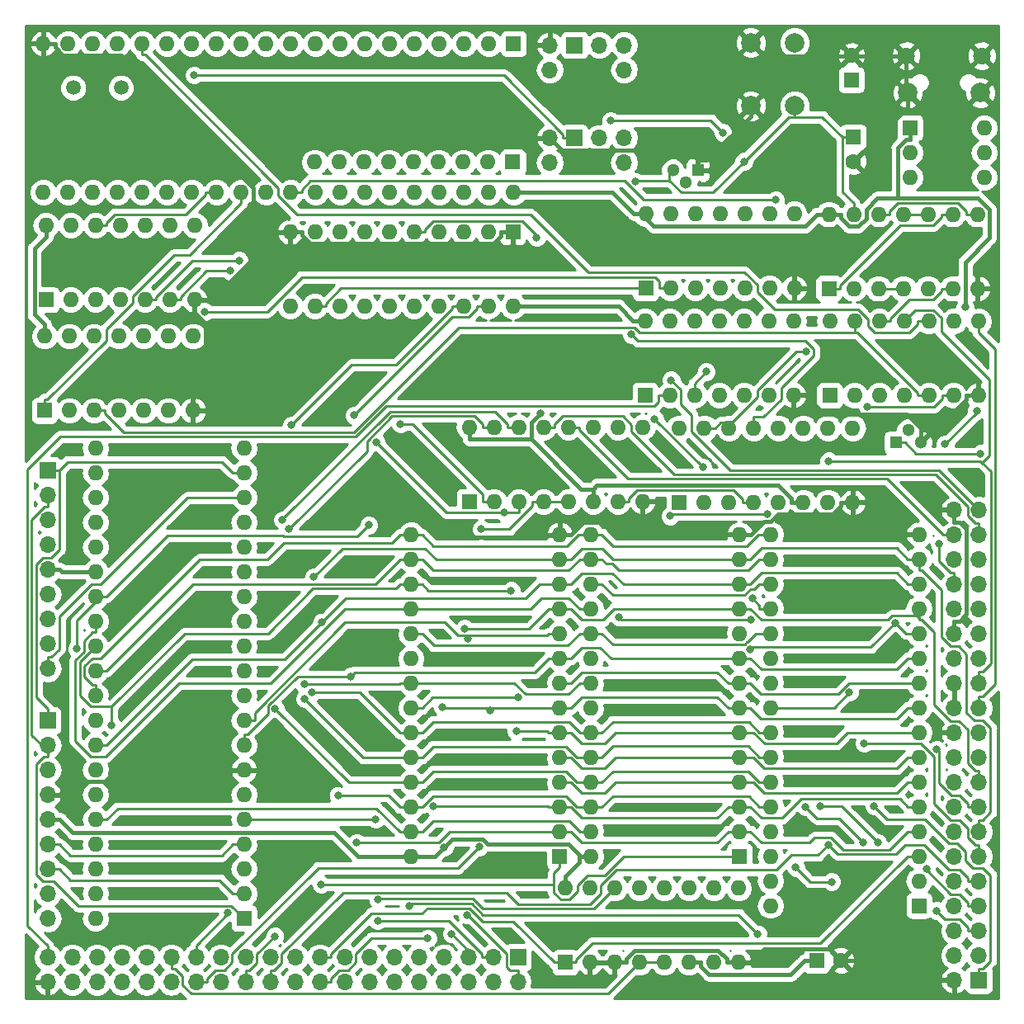
<source format=gbr>
G04 #@! TF.GenerationSoftware,KiCad,Pcbnew,(5.0.1)-4*
G04 #@! TF.CreationDate,2019-03-12T16:00:58+08:00*
G04 #@! TF.ProjectId,8051,383035312E6B696361645F7063620000,rev?*
G04 #@! TF.SameCoordinates,Original*
G04 #@! TF.FileFunction,Copper,L2,Bot,Signal*
G04 #@! TF.FilePolarity,Positive*
%FSLAX46Y46*%
G04 Gerber Fmt 4.6, Leading zero omitted, Abs format (unit mm)*
G04 Created by KiCad (PCBNEW (5.0.1)-4) date 3/12/2019 4:00:58 PM*
%MOMM*%
%LPD*%
G01*
G04 APERTURE LIST*
G04 #@! TA.AperFunction,ComponentPad*
%ADD10O,1.700000X1.700000*%
G04 #@! TD*
G04 #@! TA.AperFunction,ComponentPad*
%ADD11R,1.700000X1.700000*%
G04 #@! TD*
G04 #@! TA.AperFunction,ComponentPad*
%ADD12O,1.600000X1.600000*%
G04 #@! TD*
G04 #@! TA.AperFunction,ComponentPad*
%ADD13R,1.600000X1.600000*%
G04 #@! TD*
G04 #@! TA.AperFunction,ComponentPad*
%ADD14C,1.600000*%
G04 #@! TD*
G04 #@! TA.AperFunction,ComponentPad*
%ADD15C,1.500000*%
G04 #@! TD*
G04 #@! TA.AperFunction,ComponentPad*
%ADD16C,2.000000*%
G04 #@! TD*
G04 #@! TA.AperFunction,ComponentPad*
%ADD17C,1.800000*%
G04 #@! TD*
G04 #@! TA.AperFunction,ComponentPad*
%ADD18R,1.300000X1.300000*%
G04 #@! TD*
G04 #@! TA.AperFunction,ComponentPad*
%ADD19C,1.300000*%
G04 #@! TD*
G04 #@! TA.AperFunction,ViaPad*
%ADD20C,0.800000*%
G04 #@! TD*
G04 #@! TA.AperFunction,Conductor*
%ADD21C,0.250000*%
G04 #@! TD*
G04 #@! TA.AperFunction,Conductor*
%ADD22C,0.400000*%
G04 #@! TD*
G04 #@! TA.AperFunction,Conductor*
%ADD23C,0.254000*%
G04 #@! TD*
G04 #@! TA.AperFunction,NonConductor*
%ADD24C,0.254000*%
G04 #@! TD*
G04 APERTURE END LIST*
D10*
G04 #@! TO.P,U3,8*
G04 #@! TO.N,Net-(U3-Pad8)*
X73710200Y-18130500D03*
G04 #@! TO.P,U3,11*
G04 #@! TO.N,Net-(R6-Pad1)*
X68630200Y-20670500D03*
G04 #@! TO.P,U3,10*
G04 #@! TO.N,/+5V*
X76250200Y-18130500D03*
G04 #@! TO.P,U3,12*
G04 #@! TO.N,Net-(U3-Pad12)*
X76250200Y-20670500D03*
G04 #@! TO.P,U3,9*
G04 #@! TO.N,/GND*
X68630200Y-18130500D03*
D11*
G04 #@! TO.P,U3,7*
G04 #@! TO.N,Net-(R7-Pad1)*
X71170200Y-18130500D03*
D10*
G04 #@! TO.P,U3,2*
G04 #@! TO.N,Net-(U3-Pad2)*
X73710200Y-27655500D03*
G04 #@! TO.P,U3,5*
G04 #@! TO.N,Net-(R4-Pad1)*
X68630200Y-30195500D03*
G04 #@! TO.P,U3,4*
G04 #@! TO.N,/+5V*
X76250200Y-27655500D03*
G04 #@! TO.P,U3,6*
G04 #@! TO.N,Net-(U3-Pad6)*
X76250200Y-30195500D03*
G04 #@! TO.P,U3,3*
G04 #@! TO.N,/GND*
X68630200Y-27655500D03*
D11*
G04 #@! TO.P,U3,1*
G04 #@! TO.N,Net-(R5-Pad1)*
X71170200Y-27655500D03*
G04 #@! TD*
D10*
G04 #@! TO.P,J4,9*
G04 #@! TO.N,~PSX_ACK*
X17112000Y-82103000D03*
G04 #@! TO.P,J4,8*
G04 #@! TO.N,Net-(J4-Pad8)*
X17112000Y-79563000D03*
G04 #@! TO.P,J4,7*
G04 #@! TO.N,PSX_CLK*
X17112000Y-77023000D03*
G04 #@! TO.P,J4,6*
G04 #@! TO.N,~PSX_SEL_1*
X17112000Y-74483000D03*
G04 #@! TO.P,J4,5*
G04 #@! TO.N,/+5V*
X17112000Y-71943000D03*
G04 #@! TO.P,J4,4*
G04 #@! TO.N,/GND*
X17112000Y-69403000D03*
G04 #@! TO.P,J4,3*
G04 #@! TO.N,Net-(J4-Pad3)*
X17112000Y-66863000D03*
G04 #@! TO.P,J4,2*
G04 #@! TO.N,PSX_CMD*
X17112000Y-64323000D03*
D11*
G04 #@! TO.P,J4,1*
G04 #@! TO.N,PSX_DAT*
X17112000Y-61783000D03*
G04 #@! TD*
G04 #@! TO.P,J3,1*
G04 #@! TO.N,PSX_DAT*
X17112000Y-87429300D03*
D10*
G04 #@! TO.P,J3,2*
G04 #@! TO.N,PSX_CMD*
X17112000Y-89969300D03*
G04 #@! TO.P,J3,3*
G04 #@! TO.N,Net-(J3-Pad3)*
X17112000Y-92509300D03*
G04 #@! TO.P,J3,4*
G04 #@! TO.N,/GND*
X17112000Y-95049300D03*
G04 #@! TO.P,J3,5*
G04 #@! TO.N,/+5V*
X17112000Y-97589300D03*
G04 #@! TO.P,J3,6*
G04 #@! TO.N,~PSX_SEL_0*
X17112000Y-100129300D03*
G04 #@! TO.P,J3,7*
G04 #@! TO.N,PSX_CLK*
X17112000Y-102669300D03*
G04 #@! TO.P,J3,8*
G04 #@! TO.N,Net-(J3-Pad8)*
X17112000Y-105209300D03*
G04 #@! TO.P,J3,9*
G04 #@! TO.N,~PSX_ACK*
X17112000Y-107749300D03*
G04 #@! TD*
D12*
G04 #@! TO.P,U7,28*
G04 #@! TO.N,/+5V*
X54411900Y-101402000D03*
G04 #@! TO.P,U7,14*
G04 #@! TO.N,/GND*
X69651900Y-68382000D03*
G04 #@! TO.P,U7,27*
G04 #@! TO.N,/~WR*
X54411900Y-98862000D03*
G04 #@! TO.P,U7,13*
G04 #@! TO.N,/~D2*
X69651900Y-70922000D03*
G04 #@! TO.P,U7,26*
G04 #@! TO.N,/~A13*
X54411900Y-96322000D03*
G04 #@! TO.P,U7,12*
G04 #@! TO.N,/~D1*
X69651900Y-73462000D03*
G04 #@! TO.P,U7,25*
G04 #@! TO.N,/~A8*
X54411900Y-93782000D03*
G04 #@! TO.P,U7,11*
G04 #@! TO.N,/~D0*
X69651900Y-76002000D03*
G04 #@! TO.P,U7,24*
G04 #@! TO.N,/~A9*
X54411900Y-91242000D03*
G04 #@! TO.P,U7,10*
G04 #@! TO.N,/~A0*
X69651900Y-78542000D03*
G04 #@! TO.P,U7,23*
G04 #@! TO.N,/~A11*
X54411900Y-88702000D03*
G04 #@! TO.P,U7,9*
G04 #@! TO.N,/~A1*
X69651900Y-81082000D03*
G04 #@! TO.P,U7,22*
G04 #@! TO.N,/~RD*
X54411900Y-86162000D03*
G04 #@! TO.P,U7,8*
G04 #@! TO.N,/~A2*
X69651900Y-83622000D03*
G04 #@! TO.P,U7,21*
G04 #@! TO.N,/~A10*
X54411900Y-83622000D03*
G04 #@! TO.P,U7,7*
G04 #@! TO.N,/~A3*
X69651900Y-86162000D03*
G04 #@! TO.P,U7,20*
G04 #@! TO.N,~MEM1_CS*
X54411900Y-81082000D03*
G04 #@! TO.P,U7,6*
G04 #@! TO.N,/~A4*
X69651900Y-88702000D03*
G04 #@! TO.P,U7,19*
G04 #@! TO.N,/~D7*
X54411900Y-78542000D03*
G04 #@! TO.P,U7,5*
G04 #@! TO.N,/~A5*
X69651900Y-91242000D03*
G04 #@! TO.P,U7,18*
G04 #@! TO.N,/~D6*
X54411900Y-76002000D03*
G04 #@! TO.P,U7,4*
G04 #@! TO.N,/~A6*
X69651900Y-93782000D03*
G04 #@! TO.P,U7,17*
G04 #@! TO.N,/~D5*
X54411900Y-73462000D03*
G04 #@! TO.P,U7,3*
G04 #@! TO.N,/~A7*
X69651900Y-96322000D03*
G04 #@! TO.P,U7,16*
G04 #@! TO.N,/~D4*
X54411900Y-70922000D03*
G04 #@! TO.P,U7,2*
G04 #@! TO.N,/~A12*
X69651900Y-98862000D03*
G04 #@! TO.P,U7,15*
G04 #@! TO.N,/~D3*
X54411900Y-68382000D03*
D13*
G04 #@! TO.P,U7,1*
G04 #@! TO.N,/~A14*
X69651900Y-101402000D03*
G04 #@! TD*
G04 #@! TO.P,U6,1*
G04 #@! TO.N,/~A14*
X88094800Y-101387000D03*
D12*
G04 #@! TO.P,U6,15*
G04 #@! TO.N,/~D3*
X72854800Y-68367000D03*
G04 #@! TO.P,U6,2*
G04 #@! TO.N,/~A12*
X88094800Y-98847000D03*
G04 #@! TO.P,U6,16*
G04 #@! TO.N,/~D4*
X72854800Y-70907000D03*
G04 #@! TO.P,U6,3*
G04 #@! TO.N,/~A7*
X88094800Y-96307000D03*
G04 #@! TO.P,U6,17*
G04 #@! TO.N,/~D5*
X72854800Y-73447000D03*
G04 #@! TO.P,U6,4*
G04 #@! TO.N,/~A6*
X88094800Y-93767000D03*
G04 #@! TO.P,U6,18*
G04 #@! TO.N,/~D6*
X72854800Y-75987000D03*
G04 #@! TO.P,U6,5*
G04 #@! TO.N,/~A5*
X88094800Y-91227000D03*
G04 #@! TO.P,U6,19*
G04 #@! TO.N,/~D7*
X72854800Y-78527000D03*
G04 #@! TO.P,U6,6*
G04 #@! TO.N,/~A4*
X88094800Y-88687000D03*
G04 #@! TO.P,U6,20*
G04 #@! TO.N,~MEM0_CS*
X72854800Y-81067000D03*
G04 #@! TO.P,U6,7*
G04 #@! TO.N,/~A3*
X88094800Y-86147000D03*
G04 #@! TO.P,U6,21*
G04 #@! TO.N,/~A10*
X72854800Y-83607000D03*
G04 #@! TO.P,U6,8*
G04 #@! TO.N,/~A2*
X88094800Y-83607000D03*
G04 #@! TO.P,U6,22*
G04 #@! TO.N,/~RD*
X72854800Y-86147000D03*
G04 #@! TO.P,U6,9*
G04 #@! TO.N,/~A1*
X88094800Y-81067000D03*
G04 #@! TO.P,U6,23*
G04 #@! TO.N,/~A11*
X72854800Y-88687000D03*
G04 #@! TO.P,U6,10*
G04 #@! TO.N,/~A0*
X88094800Y-78527000D03*
G04 #@! TO.P,U6,24*
G04 #@! TO.N,/~A9*
X72854800Y-91227000D03*
G04 #@! TO.P,U6,11*
G04 #@! TO.N,/~D0*
X88094800Y-75987000D03*
G04 #@! TO.P,U6,25*
G04 #@! TO.N,/~A8*
X72854800Y-93767000D03*
G04 #@! TO.P,U6,12*
G04 #@! TO.N,/~D1*
X88094800Y-73447000D03*
G04 #@! TO.P,U6,26*
G04 #@! TO.N,/~A13*
X72854800Y-96307000D03*
G04 #@! TO.P,U6,13*
G04 #@! TO.N,/~D2*
X88094800Y-70907000D03*
G04 #@! TO.P,U6,27*
G04 #@! TO.N,/~WR*
X72854800Y-98847000D03*
G04 #@! TO.P,U6,14*
G04 #@! TO.N,/GND*
X88094800Y-68367000D03*
G04 #@! TO.P,U6,28*
G04 #@! TO.N,/+5V*
X72854800Y-101387000D03*
G04 #@! TD*
D13*
G04 #@! TO.P,SW2,1*
G04 #@! TO.N,/+5V*
X105598000Y-26624300D03*
D12*
G04 #@! TO.P,SW2,4*
G04 #@! TO.N,Net-(SW2-Pad4)*
X113218000Y-31704300D03*
G04 #@! TO.P,SW2,2*
G04 #@! TO.N,Net-(C1-Pad1)*
X105598000Y-29164300D03*
G04 #@! TO.P,SW2,5*
G04 #@! TO.N,Net-(SW2-Pad5)*
X113218000Y-29164300D03*
G04 #@! TO.P,SW2,3*
G04 #@! TO.N,Net-(SW2-Pad3)*
X105598000Y-31704300D03*
G04 #@! TO.P,SW2,6*
G04 #@! TO.N,Net-(SW2-Pad6)*
X113218000Y-26624300D03*
G04 #@! TD*
D13*
G04 #@! TO.P,C21,1*
G04 #@! TO.N,/+5V*
X96017100Y-112072000D03*
D14*
G04 #@! TO.P,C21,2*
G04 #@! TO.N,/GND*
X98517100Y-112072000D03*
G04 #@! TD*
D11*
G04 #@! TO.P,U9,1*
G04 #@! TO.N,Net-(Q2-Pad1)*
X112685000Y-114087000D03*
D10*
G04 #@! TO.P,U9,2*
G04 #@! TO.N,/GND*
X110145000Y-114087000D03*
G04 #@! TO.P,U9,3*
G04 #@! TO.N,/~D7*
X112685000Y-111547000D03*
G04 #@! TO.P,U9,4*
G04 #@! TO.N,Net-(U9-Pad4)*
X110145000Y-111547000D03*
G04 #@! TO.P,U9,5*
G04 #@! TO.N,/~D6*
X112685000Y-109007000D03*
G04 #@! TO.P,U9,6*
G04 #@! TO.N,Net-(U9-Pad6)*
X110145000Y-109007000D03*
G04 #@! TO.P,U9,7*
G04 #@! TO.N,/~D5*
X112685000Y-106467000D03*
G04 #@! TO.P,U9,8*
G04 #@! TO.N,Net-(U9-Pad8)*
X110145000Y-106467000D03*
G04 #@! TO.P,U9,9*
G04 #@! TO.N,/~D4*
X112685000Y-103927000D03*
G04 #@! TO.P,U9,10*
G04 #@! TO.N,Net-(U9-Pad10)*
X110145000Y-103927000D03*
G04 #@! TO.P,U9,11*
G04 #@! TO.N,/~D3*
X112685000Y-101387000D03*
G04 #@! TO.P,U9,12*
G04 #@! TO.N,Net-(U9-Pad12)*
X110145000Y-101387000D03*
G04 #@! TO.P,U9,13*
G04 #@! TO.N,/~D2*
X112685000Y-98847000D03*
G04 #@! TO.P,U9,14*
G04 #@! TO.N,Net-(U9-Pad14)*
X110145000Y-98847000D03*
G04 #@! TO.P,U9,15*
G04 #@! TO.N,/~D1*
X112685000Y-96307000D03*
G04 #@! TO.P,U9,16*
G04 #@! TO.N,Net-(U9-Pad16)*
X110145000Y-96307000D03*
G04 #@! TO.P,U9,17*
G04 #@! TO.N,/~D0*
X112685000Y-93767000D03*
G04 #@! TO.P,U9,18*
G04 #@! TO.N,Net-(U9-Pad18)*
X110145000Y-93767000D03*
G04 #@! TO.P,U9,19*
G04 #@! TO.N,/GND*
X112685000Y-91227000D03*
G04 #@! TO.P,U9,20*
G04 #@! TO.N,/+5V*
X110145000Y-91227000D03*
G04 #@! TO.P,U9,21*
G04 #@! TO.N,Net-(U9-Pad21)*
X112685000Y-88687000D03*
G04 #@! TO.P,U9,22*
G04 #@! TO.N,/GND*
X110145000Y-88687000D03*
G04 #@! TO.P,U9,23*
G04 #@! TO.N,/~WR*
X112685000Y-86147000D03*
G04 #@! TO.P,U9,24*
G04 #@! TO.N,/GND*
X110145000Y-86147000D03*
G04 #@! TO.P,U9,25*
G04 #@! TO.N,/~RD*
X112685000Y-83607000D03*
G04 #@! TO.P,U9,26*
G04 #@! TO.N,/GND*
X110145000Y-83607000D03*
G04 #@! TO.P,U9,27*
G04 #@! TO.N,Net-(U9-Pad27)*
X112685000Y-81067000D03*
G04 #@! TO.P,U9,28*
G04 #@! TO.N,Net-(R20-Pad2)*
X110145000Y-81067000D03*
G04 #@! TO.P,U9,29*
G04 #@! TO.N,Net-(R21-Pad2)*
X112685000Y-78527000D03*
G04 #@! TO.P,U9,30*
G04 #@! TO.N,/GND*
X110145000Y-78527000D03*
G04 #@! TO.P,U9,31*
G04 #@! TO.N,Net-(U9-Pad31)*
X112685000Y-75987000D03*
G04 #@! TO.P,U9,32*
G04 #@! TO.N,Net-(U9-Pad32)*
X110145000Y-75987000D03*
G04 #@! TO.P,U9,33*
G04 #@! TO.N,/~A1*
X112685000Y-73447000D03*
G04 #@! TO.P,U9,34*
G04 #@! TO.N,Net-(R23-Pad2)*
X110145000Y-73447000D03*
G04 #@! TO.P,U9,35*
G04 #@! TO.N,/~A0*
X112685000Y-70907000D03*
G04 #@! TO.P,U9,36*
G04 #@! TO.N,/~A2*
X110145000Y-70907000D03*
G04 #@! TO.P,U9,37*
G04 #@! TO.N,~IO2_CS*
X112685000Y-68367000D03*
G04 #@! TO.P,U9,38*
G04 #@! TO.N,~IO3_CS*
X110145000Y-68367000D03*
G04 #@! TO.P,U9,39*
G04 #@! TO.N,Net-(D10-Pad1)*
X112685000Y-65827000D03*
G04 #@! TO.P,U9,40*
G04 #@! TO.N,/GND*
X110145000Y-65827000D03*
G04 #@! TD*
D13*
G04 #@! TO.P,U5,1*
G04 #@! TO.N,/~A15*
X70220800Y-112263000D03*
D12*
G04 #@! TO.P,U5,9*
G04 #@! TO.N,Net-(U5-Pad9)*
X88000800Y-104643000D03*
G04 #@! TO.P,U5,2*
G04 #@! TO.N,/GND*
X72760800Y-112263000D03*
G04 #@! TO.P,U5,10*
G04 #@! TO.N,Net-(U5-Pad10)*
X85460800Y-104643000D03*
G04 #@! TO.P,U5,3*
G04 #@! TO.N,/GND*
X75300800Y-112263000D03*
G04 #@! TO.P,U5,11*
G04 #@! TO.N,Net-(U5-Pad11)*
X82920800Y-104643000D03*
G04 #@! TO.P,U5,4*
G04 #@! TO.N,/~MEMRQ*
X77840800Y-112263000D03*
G04 #@! TO.P,U5,12*
G04 #@! TO.N,Net-(U5-Pad12)*
X80380800Y-104643000D03*
G04 #@! TO.P,U5,5*
G04 #@! TO.N,/~MEMRQ*
X80380800Y-112263000D03*
G04 #@! TO.P,U5,13*
G04 #@! TO.N,Net-(U5-Pad13)*
X77840800Y-104643000D03*
G04 #@! TO.P,U5,6*
G04 #@! TO.N,/+5V*
X82920800Y-112263000D03*
G04 #@! TO.P,U5,14*
G04 #@! TO.N,~MEM1_CS*
X75300800Y-104643000D03*
G04 #@! TO.P,U5,7*
G04 #@! TO.N,Net-(U5-Pad7)*
X85460800Y-112263000D03*
G04 #@! TO.P,U5,15*
G04 #@! TO.N,~MEM0_CS*
X72760800Y-104643000D03*
G04 #@! TO.P,U5,8*
G04 #@! TO.N,/GND*
X88000800Y-112263000D03*
G04 #@! TO.P,U5,16*
G04 #@! TO.N,/+5V*
X70220800Y-104643000D03*
G04 #@! TD*
D13*
G04 #@! TO.P,U11,1*
G04 #@! TO.N,~RESET*
X78404700Y-54051200D03*
D12*
G04 #@! TO.P,U11,8*
G04 #@! TO.N,N/C*
X93644700Y-46431200D03*
G04 #@! TO.P,U11,2*
G04 #@! TO.N,/RESET*
X80944700Y-54051200D03*
G04 #@! TO.P,U11,9*
G04 #@! TO.N,N/C*
X91104700Y-46431200D03*
G04 #@! TO.P,U11,3*
G04 #@! TO.N,/~IORQ*
X83484700Y-54051200D03*
G04 #@! TO.P,U11,10*
G04 #@! TO.N,N/C*
X88564700Y-46431200D03*
G04 #@! TO.P,U11,4*
G04 #@! TO.N,/~MEMRQ*
X86024700Y-54051200D03*
G04 #@! TO.P,U11,11*
G04 #@! TO.N,N/C*
X86024700Y-46431200D03*
G04 #@! TO.P,U11,5*
X88564700Y-54051200D03*
G04 #@! TO.P,U11,12*
X83484700Y-46431200D03*
G04 #@! TO.P,U11,6*
X91104700Y-54051200D03*
G04 #@! TO.P,U11,13*
X80944700Y-46431200D03*
G04 #@! TO.P,U11,7*
G04 #@! TO.N,/GND*
X93644700Y-54051200D03*
G04 #@! TO.P,U11,14*
G04 #@! TO.N,/+5V*
X78404700Y-46431200D03*
G04 #@! TD*
D15*
G04 #@! TO.P,Y2,1*
G04 #@! TO.N,Net-(C4-Pad1)*
X24638000Y-22509500D03*
G04 #@! TO.P,Y2,2*
G04 #@! TO.N,Net-(C3-Pad1)*
X19738000Y-22509500D03*
G04 #@! TD*
D14*
G04 #@! TO.P,C1,2*
G04 #@! TO.N,/GND*
X99583200Y-19211900D03*
D13*
G04 #@! TO.P,C1,1*
G04 #@! TO.N,Net-(C1-Pad1)*
X99583200Y-21711900D03*
G04 #@! TD*
G04 #@! TO.P,C2,1*
G04 #@! TO.N,~RESET*
X99781400Y-27589500D03*
D14*
G04 #@! TO.P,C2,2*
G04 #@! TO.N,/GND*
X99781400Y-30089500D03*
G04 #@! TD*
D11*
G04 #@! TO.P,J2,1*
G04 #@! TO.N,/+5V*
X65362000Y-111729000D03*
D10*
G04 #@! TO.P,J2,2*
G04 #@! TO.N,/~A0*
X65362000Y-114269000D03*
G04 #@! TO.P,J2,3*
G04 #@! TO.N,/~A1*
X62822000Y-111729000D03*
G04 #@! TO.P,J2,4*
G04 #@! TO.N,/~A2*
X62822000Y-114269000D03*
G04 #@! TO.P,J2,5*
G04 #@! TO.N,/~A3*
X60282000Y-111729000D03*
G04 #@! TO.P,J2,6*
G04 #@! TO.N,/~A4*
X60282000Y-114269000D03*
G04 #@! TO.P,J2,7*
G04 #@! TO.N,/~A5*
X57742000Y-111729000D03*
G04 #@! TO.P,J2,8*
G04 #@! TO.N,/~A6*
X57742000Y-114269000D03*
G04 #@! TO.P,J2,9*
G04 #@! TO.N,/~A7*
X55202000Y-111729000D03*
G04 #@! TO.P,J2,10*
G04 #@! TO.N,/~A8*
X55202000Y-114269000D03*
G04 #@! TO.P,J2,11*
G04 #@! TO.N,/~A9*
X52662000Y-111729000D03*
G04 #@! TO.P,J2,12*
G04 #@! TO.N,/~A10*
X52662000Y-114269000D03*
G04 #@! TO.P,J2,13*
G04 #@! TO.N,/~A11*
X50122000Y-111729000D03*
G04 #@! TO.P,J2,14*
G04 #@! TO.N,/~A12*
X50122000Y-114269000D03*
G04 #@! TO.P,J2,15*
G04 #@! TO.N,/~A13*
X47582000Y-111729000D03*
G04 #@! TO.P,J2,16*
G04 #@! TO.N,/~A14*
X47582000Y-114269000D03*
G04 #@! TO.P,J2,17*
G04 #@! TO.N,/~A15*
X45042000Y-111729000D03*
G04 #@! TO.P,J2,18*
G04 #@! TO.N,/~D0*
X45042000Y-114269000D03*
G04 #@! TO.P,J2,19*
G04 #@! TO.N,/~D1*
X42502000Y-111729000D03*
G04 #@! TO.P,J2,20*
G04 #@! TO.N,/~D2*
X42502000Y-114269000D03*
G04 #@! TO.P,J2,21*
G04 #@! TO.N,/~D3*
X39962000Y-111729000D03*
G04 #@! TO.P,J2,22*
G04 #@! TO.N,/~D4*
X39962000Y-114269000D03*
G04 #@! TO.P,J2,23*
G04 #@! TO.N,/~D5*
X37422000Y-111729000D03*
G04 #@! TO.P,J2,24*
G04 #@! TO.N,/~D6*
X37422000Y-114269000D03*
G04 #@! TO.P,J2,25*
G04 #@! TO.N,/~D7*
X34882000Y-111729000D03*
G04 #@! TO.P,J2,26*
G04 #@! TO.N,/~WR*
X34882000Y-114269000D03*
G04 #@! TO.P,J2,27*
G04 #@! TO.N,/~RD*
X32342000Y-111729000D03*
G04 #@! TO.P,J2,28*
G04 #@! TO.N,/~IORQ*
X32342000Y-114269000D03*
G04 #@! TO.P,J2,29*
G04 #@! TO.N,/~MEMRQ*
X29802000Y-111729000D03*
G04 #@! TO.P,J2,30*
G04 #@! TO.N,Net-(J2-Pad30)*
X29802000Y-114269000D03*
G04 #@! TO.P,J2,31*
G04 #@! TO.N,Net-(J2-Pad31)*
X27262000Y-111729000D03*
G04 #@! TO.P,J2,32*
G04 #@! TO.N,Net-(J2-Pad32)*
X27262000Y-114269000D03*
G04 #@! TO.P,J2,33*
G04 #@! TO.N,Net-(J2-Pad33)*
X24722000Y-111729000D03*
G04 #@! TO.P,J2,34*
G04 #@! TO.N,Net-(J2-Pad34)*
X24722000Y-114269000D03*
G04 #@! TO.P,J2,35*
G04 #@! TO.N,Net-(J2-Pad35)*
X22182000Y-111729000D03*
G04 #@! TO.P,J2,36*
G04 #@! TO.N,Net-(J2-Pad36)*
X22182000Y-114269000D03*
G04 #@! TO.P,J2,37*
G04 #@! TO.N,Net-(J2-Pad37)*
X19642000Y-111729000D03*
G04 #@! TO.P,J2,38*
G04 #@! TO.N,Net-(J2-Pad38)*
X19642000Y-114269000D03*
G04 #@! TO.P,J2,39*
G04 #@! TO.N,/RESET*
X17102000Y-111729000D03*
G04 #@! TO.P,J2,40*
G04 #@! TO.N,/GND*
X17102000Y-114269000D03*
G04 #@! TD*
D13*
G04 #@! TO.P,U10,1*
G04 #@! TO.N,/~A0*
X81937900Y-65039200D03*
D12*
G04 #@! TO.P,U10,9*
G04 #@! TO.N,Net-(U10-Pad9)*
X99717900Y-57419200D03*
G04 #@! TO.P,U10,2*
G04 #@! TO.N,/~A1*
X84477900Y-65039200D03*
G04 #@! TO.P,U10,10*
G04 #@! TO.N,Net-(U10-Pad10)*
X97177900Y-57419200D03*
G04 #@! TO.P,U10,3*
G04 #@! TO.N,/~A2*
X87017900Y-65039200D03*
G04 #@! TO.P,U10,11*
G04 #@! TO.N,Net-(U10-Pad11)*
X94637900Y-57419200D03*
G04 #@! TO.P,U10,4*
G04 #@! TO.N,~IO7_CS*
X89557900Y-65039200D03*
G04 #@! TO.P,U10,12*
G04 #@! TO.N,Net-(U10-Pad12)*
X92097900Y-57419200D03*
G04 #@! TO.P,U10,5*
G04 #@! TO.N,~CPU_WR*
X92097900Y-65039200D03*
G04 #@! TO.P,U10,13*
G04 #@! TO.N,~WARM_BOOT*
X89557900Y-57419200D03*
G04 #@! TO.P,U10,6*
G04 #@! TO.N,/+5V*
X94637900Y-65039200D03*
G04 #@! TO.P,U10,14*
G04 #@! TO.N,~ENTER_ISP*
X87017900Y-57419200D03*
G04 #@! TO.P,U10,7*
G04 #@! TO.N,Net-(U10-Pad7)*
X97177900Y-65039200D03*
G04 #@! TO.P,U10,15*
G04 #@! TO.N,~ENTER_ISP*
X84477900Y-57419200D03*
G04 #@! TO.P,U10,8*
G04 #@! TO.N,/GND*
X99717900Y-65039200D03*
G04 #@! TO.P,U10,16*
G04 #@! TO.N,/+5V*
X81937900Y-57419200D03*
G04 #@! TD*
D13*
G04 #@! TO.P,U2,1*
G04 #@! TO.N,/GND*
X64853800Y-37307500D03*
D12*
G04 #@! TO.P,U2,11*
G04 #@! TO.N,Net-(U13-Pad30)*
X41993800Y-44927500D03*
G04 #@! TO.P,U2,2*
G04 #@! TO.N,/~A0*
X62313800Y-37307500D03*
G04 #@! TO.P,U2,12*
G04 #@! TO.N,/~A7*
X44533800Y-44927500D03*
G04 #@! TO.P,U2,3*
G04 #@! TO.N,/~D0*
X59773800Y-37307500D03*
G04 #@! TO.P,U2,13*
G04 #@! TO.N,/~D7*
X47073800Y-44927500D03*
G04 #@! TO.P,U2,4*
G04 #@! TO.N,/~D2*
X57233800Y-37307500D03*
G04 #@! TO.P,U2,14*
G04 #@! TO.N,/~D5*
X49613800Y-44927500D03*
G04 #@! TO.P,U2,5*
G04 #@! TO.N,/~A2*
X54693800Y-37307500D03*
G04 #@! TO.P,U2,15*
G04 #@! TO.N,/~A5*
X52153800Y-44927500D03*
G04 #@! TO.P,U2,6*
G04 #@! TO.N,/~A4*
X52153800Y-37307500D03*
G04 #@! TO.P,U2,16*
G04 #@! TO.N,/~A3*
X54693800Y-44927500D03*
G04 #@! TO.P,U2,7*
G04 #@! TO.N,/~D4*
X49613800Y-37307500D03*
G04 #@! TO.P,U2,17*
G04 #@! TO.N,/~D3*
X57233800Y-44927500D03*
G04 #@! TO.P,U2,8*
G04 #@! TO.N,/~D6*
X47073800Y-37307500D03*
G04 #@! TO.P,U2,18*
G04 #@! TO.N,/~D1*
X59773800Y-44927500D03*
G04 #@! TO.P,U2,9*
G04 #@! TO.N,/~A6*
X44533800Y-37307500D03*
G04 #@! TO.P,U2,19*
G04 #@! TO.N,/~A1*
X62313800Y-44927500D03*
G04 #@! TO.P,U2,10*
G04 #@! TO.N,/GND*
X41993800Y-37307500D03*
G04 #@! TO.P,U2,20*
G04 #@! TO.N,/+5V*
X64853800Y-44927500D03*
G04 #@! TD*
D16*
G04 #@! TO.P,SW1,2*
G04 #@! TO.N,~RESET*
X93768300Y-24376400D03*
G04 #@! TO.P,SW1,1*
G04 #@! TO.N,/GND*
X89268300Y-24376400D03*
G04 #@! TO.P,SW1,2*
G04 #@! TO.N,~RESET*
X93768300Y-17876400D03*
G04 #@! TO.P,SW1,1*
G04 #@! TO.N,/GND*
X89268300Y-17876400D03*
G04 #@! TD*
G04 #@! TO.P,J1,6*
G04 #@! TO.N,/GND*
X112810000Y-23031100D03*
X105360000Y-23031100D03*
D17*
X112960000Y-19231100D03*
X105210000Y-19231100D03*
G04 #@! TD*
D13*
G04 #@! TO.P,U14,1*
G04 #@! TO.N,Net-(U13-Pad29)*
X16794500Y-55628500D03*
D12*
G04 #@! TO.P,U14,8*
G04 #@! TO.N,N/C*
X32034500Y-48008500D03*
G04 #@! TO.P,U14,2*
G04 #@! TO.N,Net-(U13-Pad17)*
X19334500Y-55628500D03*
G04 #@! TO.P,U14,9*
G04 #@! TO.N,N/C*
X29494500Y-48008500D03*
G04 #@! TO.P,U14,3*
G04 #@! TO.N,~CPU_RD*
X21874500Y-55628500D03*
G04 #@! TO.P,U14,10*
G04 #@! TO.N,N/C*
X26954500Y-48008500D03*
G04 #@! TO.P,U14,4*
X24414500Y-55628500D03*
G04 #@! TO.P,U14,11*
X24414500Y-48008500D03*
G04 #@! TO.P,U14,5*
X26954500Y-55628500D03*
G04 #@! TO.P,U14,12*
X21874500Y-48008500D03*
G04 #@! TO.P,U14,6*
X29494500Y-55628500D03*
G04 #@! TO.P,U14,13*
X19334500Y-48008500D03*
G04 #@! TO.P,U14,7*
G04 #@! TO.N,/GND*
X32034500Y-55628500D03*
G04 #@! TO.P,U14,14*
G04 #@! TO.N,/+5V*
X16794500Y-48008500D03*
G04 #@! TD*
G04 #@! TO.P,U21,14*
G04 #@! TO.N,/+5V*
X78483500Y-35448200D03*
G04 #@! TO.P,U21,7*
G04 #@! TO.N,/GND*
X93723500Y-43068200D03*
G04 #@! TO.P,U21,13*
G04 #@! TO.N,N/C*
X81023500Y-35448200D03*
G04 #@! TO.P,U21,6*
X91183500Y-43068200D03*
G04 #@! TO.P,U21,12*
X83563500Y-35448200D03*
G04 #@! TO.P,U21,5*
X88643500Y-43068200D03*
G04 #@! TO.P,U21,11*
X86103500Y-35448200D03*
G04 #@! TO.P,U21,4*
X86103500Y-43068200D03*
G04 #@! TO.P,U21,10*
X88643500Y-35448200D03*
G04 #@! TO.P,U21,3*
G04 #@! TO.N,/~IORQ*
X83563500Y-43068200D03*
G04 #@! TO.P,U21,9*
G04 #@! TO.N,N/C*
X91183500Y-35448200D03*
G04 #@! TO.P,U21,2*
G04 #@! TO.N,Net-(U19-Pad8)*
X81023500Y-43068200D03*
G04 #@! TO.P,U21,8*
G04 #@! TO.N,N/C*
X93723500Y-35448200D03*
D13*
G04 #@! TO.P,U21,1*
G04 #@! TO.N,/~A7*
X78483500Y-43068200D03*
G04 #@! TD*
D12*
G04 #@! TO.P,U22,16*
G04 #@! TO.N,/+5V*
X60383400Y-57343000D03*
G04 #@! TO.P,U22,8*
G04 #@! TO.N,/GND*
X78163400Y-64963000D03*
G04 #@! TO.P,U22,15*
G04 #@! TO.N,~IO0_CS*
X62923400Y-57343000D03*
G04 #@! TO.P,U22,7*
G04 #@! TO.N,~IO7_CS*
X75623400Y-64963000D03*
G04 #@! TO.P,U22,14*
G04 #@! TO.N,~IO1_CS*
X65463400Y-57343000D03*
G04 #@! TO.P,U22,6*
G04 #@! TO.N,/+5V*
X73083400Y-64963000D03*
G04 #@! TO.P,U22,13*
G04 #@! TO.N,~IO2_CS*
X68003400Y-57343000D03*
G04 #@! TO.P,U22,5*
G04 #@! TO.N,/~IORQ*
X70543400Y-64963000D03*
G04 #@! TO.P,U22,12*
G04 #@! TO.N,~IO3_CS*
X70543400Y-57343000D03*
G04 #@! TO.P,U22,4*
G04 #@! TO.N,/~IORQ*
X68003400Y-64963000D03*
G04 #@! TO.P,U22,11*
G04 #@! TO.N,~IO4_CS*
X73083400Y-57343000D03*
G04 #@! TO.P,U22,3*
G04 #@! TO.N,/~A6*
X65463400Y-64963000D03*
G04 #@! TO.P,U22,10*
G04 #@! TO.N,~IO5_CS*
X75623400Y-57343000D03*
G04 #@! TO.P,U22,2*
G04 #@! TO.N,/~A5*
X62923400Y-64963000D03*
G04 #@! TO.P,U22,9*
G04 #@! TO.N,~IO6_CS*
X78163400Y-57343000D03*
D13*
G04 #@! TO.P,U22,1*
G04 #@! TO.N,/~A4*
X60383400Y-64963000D03*
G04 #@! TD*
G04 #@! TO.P,U20,1*
G04 #@! TO.N,N/C*
X106523000Y-106431000D03*
D12*
G04 #@! TO.P,U20,17*
G04 #@! TO.N,/~D3*
X91283000Y-68331000D03*
G04 #@! TO.P,U20,2*
G04 #@! TO.N,N/C*
X106523000Y-103891000D03*
G04 #@! TO.P,U20,18*
G04 #@! TO.N,/~D4*
X91283000Y-70871000D03*
G04 #@! TO.P,U20,3*
G04 #@! TO.N,/~A15*
X106523000Y-101351000D03*
G04 #@! TO.P,U20,19*
G04 #@! TO.N,/~D5*
X91283000Y-73411000D03*
G04 #@! TO.P,U20,4*
G04 #@! TO.N,/~A12*
X106523000Y-98811000D03*
G04 #@! TO.P,U20,20*
G04 #@! TO.N,/~D6*
X91283000Y-75951000D03*
G04 #@! TO.P,U20,5*
G04 #@! TO.N,/~A7*
X106523000Y-96271000D03*
G04 #@! TO.P,U20,21*
G04 #@! TO.N,/~D7*
X91283000Y-78491000D03*
G04 #@! TO.P,U20,6*
G04 #@! TO.N,/~A6*
X106523000Y-93731000D03*
G04 #@! TO.P,U20,22*
G04 #@! TO.N,/~MEMRQ*
X91283000Y-81031000D03*
G04 #@! TO.P,U20,7*
G04 #@! TO.N,/~A5*
X106523000Y-91191000D03*
G04 #@! TO.P,U20,23*
G04 #@! TO.N,/~A10*
X91283000Y-83571000D03*
G04 #@! TO.P,U20,8*
G04 #@! TO.N,/~A4*
X106523000Y-88651000D03*
G04 #@! TO.P,U20,24*
G04 #@! TO.N,~RD_BIOS*
X91283000Y-86111000D03*
G04 #@! TO.P,U20,9*
G04 #@! TO.N,/~A3*
X106523000Y-86111000D03*
G04 #@! TO.P,U20,25*
G04 #@! TO.N,/~A11*
X91283000Y-88651000D03*
G04 #@! TO.P,U20,10*
G04 #@! TO.N,/~A2*
X106523000Y-83571000D03*
G04 #@! TO.P,U20,26*
G04 #@! TO.N,/~A9*
X91283000Y-91191000D03*
G04 #@! TO.P,U20,11*
G04 #@! TO.N,/~A1*
X106523000Y-81031000D03*
G04 #@! TO.P,U20,27*
G04 #@! TO.N,/~A8*
X91283000Y-93731000D03*
G04 #@! TO.P,U20,12*
G04 #@! TO.N,/~A0*
X106523000Y-78491000D03*
G04 #@! TO.P,U20,28*
G04 #@! TO.N,/~A13*
X91283000Y-96271000D03*
G04 #@! TO.P,U20,13*
G04 #@! TO.N,/~D0*
X106523000Y-75951000D03*
G04 #@! TO.P,U20,29*
G04 #@! TO.N,/~A14*
X91283000Y-98811000D03*
G04 #@! TO.P,U20,14*
G04 #@! TO.N,/~D1*
X106523000Y-73411000D03*
G04 #@! TO.P,U20,30*
G04 #@! TO.N,N/C*
X91283000Y-101351000D03*
G04 #@! TO.P,U20,15*
G04 #@! TO.N,/~D2*
X106523000Y-70871000D03*
G04 #@! TO.P,U20,31*
G04 #@! TO.N,~WR_BIOS*
X91283000Y-103891000D03*
G04 #@! TO.P,U20,16*
G04 #@! TO.N,/GND*
X106523000Y-68331000D03*
G04 #@! TO.P,U20,32*
G04 #@! TO.N,/+5V*
X91283000Y-106431000D03*
G04 #@! TD*
D13*
G04 #@! TO.P,U13,1*
G04 #@! TO.N,Net-(U13-Pad1)*
X64922400Y-17988300D03*
D12*
G04 #@! TO.P,U13,21*
G04 #@! TO.N,/~A8*
X16662400Y-33228300D03*
G04 #@! TO.P,U13,2*
G04 #@! TO.N,Net-(U13-Pad2)*
X62382400Y-17988300D03*
G04 #@! TO.P,U13,22*
G04 #@! TO.N,/~A9*
X19202400Y-33228300D03*
G04 #@! TO.P,U13,3*
G04 #@! TO.N,Net-(U13-Pad3)*
X59842400Y-17988300D03*
G04 #@! TO.P,U13,23*
G04 #@! TO.N,/~A10*
X21742400Y-33228300D03*
G04 #@! TO.P,U13,4*
G04 #@! TO.N,Net-(U13-Pad4)*
X57302400Y-17988300D03*
G04 #@! TO.P,U13,24*
G04 #@! TO.N,/~A11*
X24282400Y-33228300D03*
G04 #@! TO.P,U13,5*
G04 #@! TO.N,Net-(U13-Pad5)*
X54762400Y-17988300D03*
G04 #@! TO.P,U13,25*
G04 #@! TO.N,/~A12*
X26822400Y-33228300D03*
G04 #@! TO.P,U13,6*
G04 #@! TO.N,Net-(U13-Pad6)*
X52222400Y-17988300D03*
G04 #@! TO.P,U13,26*
G04 #@! TO.N,/~A13*
X29362400Y-33228300D03*
G04 #@! TO.P,U13,7*
G04 #@! TO.N,Net-(U13-Pad7)*
X49682400Y-17988300D03*
G04 #@! TO.P,U13,27*
G04 #@! TO.N,/~A14*
X31902400Y-33228300D03*
G04 #@! TO.P,U13,8*
G04 #@! TO.N,Net-(U13-Pad8)*
X47142400Y-17988300D03*
G04 #@! TO.P,U13,28*
G04 #@! TO.N,/~A15*
X34442400Y-33228300D03*
G04 #@! TO.P,U13,9*
G04 #@! TO.N,/RESET*
X44602400Y-17988300D03*
G04 #@! TO.P,U13,29*
G04 #@! TO.N,Net-(U13-Pad29)*
X36982400Y-33228300D03*
G04 #@! TO.P,U13,10*
G04 #@! TO.N,Net-(U13-Pad10)*
X42062400Y-17988300D03*
G04 #@! TO.P,U13,30*
G04 #@! TO.N,Net-(U13-Pad30)*
X39522400Y-33228300D03*
G04 #@! TO.P,U13,11*
G04 #@! TO.N,Net-(U13-Pad11)*
X39522400Y-17988300D03*
G04 #@! TO.P,U13,31*
G04 #@! TO.N,Net-(R3-Pad1)*
X42062400Y-33228300D03*
G04 #@! TO.P,U13,12*
G04 #@! TO.N,MOUSE_CLK*
X36982400Y-17988300D03*
G04 #@! TO.P,U13,32*
G04 #@! TO.N,/~D7*
X44602400Y-33228300D03*
G04 #@! TO.P,U13,13*
G04 #@! TO.N,KEYBOARD_CLK*
X34442400Y-17988300D03*
G04 #@! TO.P,U13,33*
G04 #@! TO.N,/~D6*
X47142400Y-33228300D03*
G04 #@! TO.P,U13,14*
G04 #@! TO.N,KEYBOARD_DAT*
X31902400Y-17988300D03*
G04 #@! TO.P,U13,34*
G04 #@! TO.N,/~D5*
X49682400Y-33228300D03*
G04 #@! TO.P,U13,15*
G04 #@! TO.N,MOUSE_DAT*
X29362400Y-17988300D03*
G04 #@! TO.P,U13,35*
G04 #@! TO.N,/~D4*
X52222400Y-33228300D03*
G04 #@! TO.P,U13,16*
G04 #@! TO.N,~CPU_WR*
X26822400Y-17988300D03*
G04 #@! TO.P,U13,36*
G04 #@! TO.N,/~D3*
X54762400Y-33228300D03*
G04 #@! TO.P,U13,17*
G04 #@! TO.N,Net-(U13-Pad17)*
X24282400Y-17988300D03*
G04 #@! TO.P,U13,37*
G04 #@! TO.N,/~D2*
X57302400Y-33228300D03*
G04 #@! TO.P,U13,18*
G04 #@! TO.N,Net-(C4-Pad1)*
X21742400Y-17988300D03*
G04 #@! TO.P,U13,38*
G04 #@! TO.N,/~D1*
X59842400Y-33228300D03*
G04 #@! TO.P,U13,19*
G04 #@! TO.N,Net-(C3-Pad1)*
X19202400Y-17988300D03*
G04 #@! TO.P,U13,39*
G04 #@! TO.N,/~D0*
X62382400Y-33228300D03*
G04 #@! TO.P,U13,20*
G04 #@! TO.N,/GND*
X16662400Y-17988300D03*
G04 #@! TO.P,U13,40*
G04 #@! TO.N,/+5V*
X64922400Y-33228300D03*
G04 #@! TD*
D18*
G04 #@! TO.P,Q2,1*
G04 #@! TO.N,Net-(Q2-Pad1)*
X104140000Y-58928000D03*
D19*
G04 #@! TO.P,Q2,3*
G04 #@! TO.N,/GND*
X106680000Y-58928000D03*
G04 #@! TO.P,Q2,2*
G04 #@! TO.N,Net-(Q2-Pad2)*
X105410000Y-57658000D03*
G04 #@! TD*
G04 #@! TO.P,Q1,2*
G04 #@! TO.N,Net-(Q1-Pad2)*
X82550000Y-32258000D03*
G04 #@! TO.P,Q1,3*
G04 #@! TO.N,~RESET*
X81280000Y-30988000D03*
D18*
G04 #@! TO.P,Q1,1*
G04 #@! TO.N,/GND*
X83820000Y-30988000D03*
G04 #@! TD*
D12*
G04 #@! TO.P,U19,14*
G04 #@! TO.N,/+5V*
X16952000Y-36631900D03*
G04 #@! TO.P,U19,7*
G04 #@! TO.N,/GND*
X32192000Y-44251900D03*
G04 #@! TO.P,U19,13*
G04 #@! TO.N,N/C*
X19492000Y-36631900D03*
G04 #@! TO.P,U19,6*
G04 #@! TO.N,/~A13*
X29652000Y-44251900D03*
G04 #@! TO.P,U19,12*
G04 #@! TO.N,/~A15*
X22032000Y-36631900D03*
G04 #@! TO.P,U19,5*
G04 #@! TO.N,/~A12*
X27112000Y-44251900D03*
G04 #@! TO.P,U19,11*
G04 #@! TO.N,/~A14*
X24572000Y-36631900D03*
G04 #@! TO.P,U19,4*
G04 #@! TO.N,/~A11*
X24572000Y-44251900D03*
G04 #@! TO.P,U19,10*
G04 #@! TO.N,N/C*
X27112000Y-36631900D03*
G04 #@! TO.P,U19,3*
G04 #@! TO.N,/~A10*
X22032000Y-44251900D03*
G04 #@! TO.P,U19,9*
G04 #@! TO.N,N/C*
X29652000Y-36631900D03*
G04 #@! TO.P,U19,2*
G04 #@! TO.N,/~A9*
X19492000Y-44251900D03*
G04 #@! TO.P,U19,8*
G04 #@! TO.N,Net-(U19-Pad8)*
X32192000Y-36631900D03*
D13*
G04 #@! TO.P,U19,1*
G04 #@! TO.N,/~A8*
X16952000Y-44251900D03*
G04 #@! TD*
G04 #@! TO.P,U18,1*
G04 #@! TO.N,~ISP*
X97365800Y-54096900D03*
D12*
G04 #@! TO.P,U18,8*
G04 #@! TO.N,/~WR*
X112605800Y-46476900D03*
G04 #@! TO.P,U18,2*
G04 #@! TO.N,~CPU_WR*
X99905800Y-54096900D03*
G04 #@! TO.P,U18,9*
G04 #@! TO.N,ISP*
X110065800Y-46476900D03*
G04 #@! TO.P,U18,3*
G04 #@! TO.N,~WR_BIOS*
X102445800Y-54096900D03*
G04 #@! TO.P,U18,10*
G04 #@! TO.N,~CPU_WR*
X107525800Y-46476900D03*
G04 #@! TO.P,U18,4*
G04 #@! TO.N,~BOOTING*
X104985800Y-54096900D03*
G04 #@! TO.P,U18,11*
G04 #@! TO.N,/~RD*
X104985800Y-46476900D03*
G04 #@! TO.P,U18,5*
G04 #@! TO.N,~CPU_RD*
X107525800Y-54096900D03*
G04 #@! TO.P,U18,12*
G04 #@! TO.N,BOOTING*
X102445800Y-46476900D03*
G04 #@! TO.P,U18,6*
G04 #@! TO.N,~RD_BIOS*
X110065800Y-54096900D03*
G04 #@! TO.P,U18,13*
G04 #@! TO.N,~CPU_RD*
X99905800Y-46476900D03*
G04 #@! TO.P,U18,7*
G04 #@! TO.N,/GND*
X112605800Y-54096900D03*
G04 #@! TO.P,U18,14*
G04 #@! TO.N,/+5V*
X97365800Y-46476900D03*
G04 #@! TD*
G04 #@! TO.P,U12,14*
G04 #@! TO.N,/+5V*
X97279500Y-35483800D03*
G04 #@! TO.P,U12,7*
G04 #@! TO.N,/GND*
X112519500Y-43103800D03*
G04 #@! TO.P,U12,13*
G04 #@! TO.N,~RESET*
X99819500Y-35483800D03*
G04 #@! TO.P,U12,6*
G04 #@! TO.N,BOOTING*
X109979500Y-43103800D03*
G04 #@! TO.P,U12,12*
G04 #@! TO.N,ISP*
X102359500Y-35483800D03*
G04 #@! TO.P,U12,5*
G04 #@! TO.N,~RESET*
X107439500Y-43103800D03*
G04 #@! TO.P,U12,11*
G04 #@! TO.N,~ISP*
X104899500Y-35483800D03*
G04 #@! TO.P,U12,4*
G04 #@! TO.N,~BOOTING*
X104899500Y-43103800D03*
G04 #@! TO.P,U12,10*
G04 #@! TO.N,~ISP*
X107439500Y-35483800D03*
G04 #@! TO.P,U12,3*
G04 #@! TO.N,~BOOTING*
X102359500Y-43103800D03*
G04 #@! TO.P,U12,9*
G04 #@! TO.N,~ENTER_ISP*
X109979500Y-35483800D03*
G04 #@! TO.P,U12,2*
G04 #@! TO.N,BOOTING*
X99819500Y-43103800D03*
G04 #@! TO.P,U12,8*
G04 #@! TO.N,ISP*
X112519500Y-35483800D03*
D13*
G04 #@! TO.P,U12,1*
G04 #@! TO.N,~ENTER_ISP*
X97279500Y-43103800D03*
G04 #@! TD*
G04 #@! TO.P,U1,1*
G04 #@! TO.N,PSX_CMD*
X37269400Y-107744000D03*
D12*
G04 #@! TO.P,U1,21*
G04 #@! TO.N,Net-(U1-Pad21)*
X22029400Y-59484000D03*
G04 #@! TO.P,U1,2*
G04 #@! TO.N,PSX_CLK*
X37269400Y-105204000D03*
G04 #@! TO.P,U1,22*
G04 #@! TO.N,Net-(U1-Pad22)*
X22029400Y-62024000D03*
G04 #@! TO.P,U1,3*
G04 #@! TO.N,~PSX_SEL_1*
X37269400Y-102664000D03*
G04 #@! TO.P,U1,23*
G04 #@! TO.N,Net-(U1-Pad23)*
X22029400Y-64564000D03*
G04 #@! TO.P,U1,4*
G04 #@! TO.N,~PSX_SEL_0*
X37269400Y-100124000D03*
G04 #@! TO.P,U1,24*
G04 #@! TO.N,Net-(U1-Pad24)*
X22029400Y-67104000D03*
G04 #@! TO.P,U1,5*
G04 #@! TO.N,/~RD*
X37269400Y-97584000D03*
G04 #@! TO.P,U1,25*
G04 #@! TO.N,Net-(U1-Pad25)*
X22029400Y-69644000D03*
G04 #@! TO.P,U1,6*
G04 #@! TO.N,Net-(JP1-Pad2)*
X37269400Y-95044000D03*
G04 #@! TO.P,U1,26*
G04 #@! TO.N,/+5V*
X22029400Y-72184000D03*
G04 #@! TO.P,U1,7*
G04 #@! TO.N,/GND*
X37269400Y-92504000D03*
G04 #@! TO.P,U1,27*
G04 #@! TO.N,/~D7*
X22029400Y-74724000D03*
G04 #@! TO.P,U1,8*
G04 #@! TO.N,/~A1*
X37269400Y-89964000D03*
G04 #@! TO.P,U1,28*
G04 #@! TO.N,/~D6*
X22029400Y-77264000D03*
G04 #@! TO.P,U1,9*
G04 #@! TO.N,/~A0*
X37269400Y-87424000D03*
G04 #@! TO.P,U1,29*
G04 #@! TO.N,/~D5*
X22029400Y-79804000D03*
G04 #@! TO.P,U1,10*
G04 #@! TO.N,Net-(U1-Pad10)*
X37269400Y-84884000D03*
G04 #@! TO.P,U1,30*
G04 #@! TO.N,/~D4*
X22029400Y-82344000D03*
G04 #@! TO.P,U1,11*
G04 #@! TO.N,Net-(U1-Pad11)*
X37269400Y-82344000D03*
G04 #@! TO.P,U1,31*
G04 #@! TO.N,/~D3*
X22029400Y-84884000D03*
G04 #@! TO.P,U1,12*
G04 #@! TO.N,Net-(U1-Pad12)*
X37269400Y-79804000D03*
G04 #@! TO.P,U1,32*
G04 #@! TO.N,/~D2*
X22029400Y-87424000D03*
G04 #@! TO.P,U1,13*
G04 #@! TO.N,Net-(U1-Pad13)*
X37269400Y-77264000D03*
G04 #@! TO.P,U1,33*
G04 #@! TO.N,/~D1*
X22029400Y-89964000D03*
G04 #@! TO.P,U1,14*
G04 #@! TO.N,Net-(U1-Pad14)*
X37269400Y-74724000D03*
G04 #@! TO.P,U1,34*
G04 #@! TO.N,/~D0*
X22029400Y-92504000D03*
G04 #@! TO.P,U1,15*
G04 #@! TO.N,Net-(U1-Pad15)*
X37269400Y-72184000D03*
G04 #@! TO.P,U1,35*
G04 #@! TO.N,/RESET*
X22029400Y-95044000D03*
G04 #@! TO.P,U1,16*
G04 #@! TO.N,Net-(U1-Pad16)*
X37269400Y-69644000D03*
G04 #@! TO.P,U1,36*
G04 #@! TO.N,/~WR*
X22029400Y-97584000D03*
G04 #@! TO.P,U1,17*
G04 #@! TO.N,Net-(U1-Pad17)*
X37269400Y-67104000D03*
G04 #@! TO.P,U1,37*
G04 #@! TO.N,Net-(U1-Pad37)*
X22029400Y-100124000D03*
G04 #@! TO.P,U1,18*
G04 #@! TO.N,~PSX_ACK*
X37269400Y-64564000D03*
G04 #@! TO.P,U1,38*
G04 #@! TO.N,Net-(U1-Pad38)*
X22029400Y-102664000D03*
G04 #@! TO.P,U1,19*
G04 #@! TO.N,PSX_DAT*
X37269400Y-62024000D03*
G04 #@! TO.P,U1,39*
G04 #@! TO.N,Net-(U1-Pad39)*
X22029400Y-105204000D03*
G04 #@! TO.P,U1,20*
G04 #@! TO.N,Net-(U1-Pad20)*
X37269400Y-59484000D03*
G04 #@! TO.P,U1,40*
G04 #@! TO.N,Net-(U1-Pad40)*
X22029400Y-107744000D03*
G04 #@! TD*
D13*
G04 #@! TO.P,RN1,1*
G04 #@! TO.N,/+5V*
X64843700Y-30144700D03*
D12*
G04 #@! TO.P,RN1,2*
G04 #@! TO.N,/~D0*
X62303700Y-30144700D03*
G04 #@! TO.P,RN1,3*
G04 #@! TO.N,/~D1*
X59763700Y-30144700D03*
G04 #@! TO.P,RN1,4*
G04 #@! TO.N,/~D2*
X57223700Y-30144700D03*
G04 #@! TO.P,RN1,5*
G04 #@! TO.N,/~D3*
X54683700Y-30144700D03*
G04 #@! TO.P,RN1,6*
G04 #@! TO.N,/~D4*
X52143700Y-30144700D03*
G04 #@! TO.P,RN1,7*
G04 #@! TO.N,/~D5*
X49603700Y-30144700D03*
G04 #@! TO.P,RN1,8*
G04 #@! TO.N,/~D6*
X47063700Y-30144700D03*
G04 #@! TO.P,RN1,9*
G04 #@! TO.N,/~D7*
X44523700Y-30144700D03*
G04 #@! TD*
D20*
G04 #@! TO.N,~ENTER_ISP*
X94919200Y-49598600D03*
G04 #@! TO.N,~RESET*
X77448700Y-32154000D03*
X88571500Y-30069600D03*
G04 #@! TO.N,~WARM_BOOT*
X86388500Y-27102000D03*
X74885600Y-25863100D03*
X77010100Y-47836400D03*
G04 #@! TO.N,~IO0_CS*
X41889300Y-67800400D03*
G04 #@! TO.N,~IO1_CS*
X41223100Y-66848100D03*
G04 #@! TO.N,~MEM1_CS*
X50991500Y-105822100D03*
G04 #@! TO.N,~RD_BIOS*
X101249100Y-55214000D03*
X99393200Y-84554200D03*
G04 #@! TO.N,Net-(U19-Pad8)*
X33265700Y-45496300D03*
G04 #@! TO.N,/+5V*
X67693500Y-55922200D03*
X111266100Y-45026500D03*
X57809300Y-100434300D03*
G04 #@! TO.N,/~D0*
X56117100Y-109801100D03*
X59895700Y-78001000D03*
G04 #@! TO.N,/~D1*
X42139600Y-57115000D03*
X45258400Y-77336200D03*
X108359800Y-90404800D03*
G04 #@! TO.N,/~D2*
X44402900Y-72706500D03*
G04 #@! TO.N,/~D3*
X100904000Y-89776400D03*
G04 #@! TO.N,/~D4*
X97222000Y-100179500D03*
G04 #@! TO.N,/~D5*
X23692300Y-87903700D03*
X107280800Y-102663200D03*
X102320400Y-99983000D03*
X96364200Y-96238000D03*
X64678400Y-74092700D03*
G04 #@! TO.N,/~D6*
X40445600Y-109572300D03*
X108309000Y-106948400D03*
X100791000Y-99919900D03*
X94880400Y-96302900D03*
X89459000Y-74913600D03*
X89298300Y-77117200D03*
X75691500Y-76827400D03*
G04 #@! TO.N,/~D7*
X20130800Y-80070200D03*
X97542200Y-103975600D03*
X93886300Y-102522300D03*
X50064700Y-67381300D03*
G04 #@! TO.N,/GND*
X59178300Y-68382000D03*
G04 #@! TO.N,/~A8*
X40464600Y-86224000D03*
G04 #@! TO.N,/~A9*
X43466200Y-85219000D03*
G04 #@! TO.N,/~A10*
X43434500Y-83689800D03*
G04 #@! TO.N,/~A11*
X44236800Y-84574200D03*
G04 #@! TO.N,/~A12*
X36761800Y-40232300D03*
X48822800Y-99981200D03*
G04 #@! TO.N,/~A13*
X35815500Y-41319500D03*
X46929600Y-95113700D03*
G04 #@! TO.N,/~A14*
X45176600Y-104274900D03*
G04 #@! TO.N,/~RD*
X35635400Y-107163400D03*
X65439300Y-85076700D03*
X50773800Y-97584000D03*
X80996100Y-66461200D03*
X90998200Y-66220700D03*
X97276800Y-60806400D03*
G04 #@! TO.N,/~A1*
X48553900Y-56111000D03*
X50964500Y-107986100D03*
X48233100Y-82904600D03*
G04 #@! TO.N,/~A0*
X60142900Y-107422100D03*
X60276300Y-79016300D03*
X89220900Y-80144300D03*
X104085600Y-77411000D03*
G04 #@! TO.N,/~WR*
X54184100Y-106436600D03*
X89982400Y-109339200D03*
G04 #@! TO.N,/~A7*
X56712900Y-96236600D03*
G04 #@! TO.N,/~A6*
X50813000Y-58868400D03*
X63919100Y-66088300D03*
G04 #@! TO.N,/~A5*
X53333700Y-57038300D03*
G04 #@! TO.N,/~A4*
X65189500Y-88515900D03*
G04 #@! TO.N,/~A3*
X58543000Y-109325300D03*
X62497500Y-86387300D03*
X57652300Y-86091000D03*
G04 #@! TO.N,/~A2*
X67282500Y-37868600D03*
X79395600Y-56515900D03*
X84345800Y-61466100D03*
G04 #@! TO.N,/~IORQ*
X84688800Y-51651400D03*
X61409300Y-100400800D03*
X61609600Y-67786600D03*
G04 #@! TO.N,Net-(R23-Pad2)*
X112437500Y-55660000D03*
X109201000Y-59094000D03*
X108609200Y-69303300D03*
G04 #@! TO.N,Net-(Q2-Pad1)*
X101922900Y-96187700D03*
X112850900Y-60037500D03*
G04 #@! TO.N,Net-(R3-Pad1)*
X91826100Y-34027700D03*
G04 #@! TO.N,Net-(D10-Pad1)*
X81098800Y-52509200D03*
G04 #@! TO.N,Net-(R5-Pad1)*
X32138600Y-21216600D03*
G04 #@! TD*
D21*
G04 #@! TO.N,~ENTER_ISP*
X94919200Y-49598600D02*
X93924000Y-49598600D01*
X93924000Y-49598600D02*
X89979300Y-53543300D01*
X89979300Y-53543300D02*
X89979300Y-54233100D01*
X89979300Y-54233100D02*
X87355900Y-56856500D01*
X87355900Y-56856500D02*
X87017900Y-56856500D01*
X84477900Y-57419200D02*
X85603200Y-57419200D01*
X87017900Y-56856500D02*
X86165900Y-56856500D01*
X86165900Y-56856500D02*
X85603200Y-57419200D01*
X87017900Y-57419200D02*
X87017900Y-56856500D01*
X109979500Y-35483800D02*
X108854200Y-35483800D01*
X97279500Y-43103800D02*
X98404800Y-43103800D01*
X98404800Y-43103800D02*
X98404800Y-42822400D01*
X98404800Y-42822400D02*
X104618100Y-36609100D01*
X104618100Y-36609100D02*
X108010300Y-36609100D01*
X108010300Y-36609100D02*
X108854200Y-35765200D01*
X108854200Y-35765200D02*
X108854200Y-35483800D01*
G04 #@! TO.N,~RESET*
X99819500Y-35483800D02*
X99819500Y-34358500D01*
X99819500Y-34358500D02*
X98656100Y-33195100D01*
X98656100Y-33195100D02*
X98656100Y-27589500D01*
X99781400Y-27589500D02*
X98656100Y-27589500D01*
X93768300Y-25504500D02*
X96571100Y-25504500D01*
X96571100Y-25504500D02*
X98656100Y-27589500D01*
X93768300Y-25504500D02*
X93768300Y-24376400D01*
X88571500Y-30069600D02*
X93136600Y-25504500D01*
X93136600Y-25504500D02*
X93768300Y-25504500D01*
X80932100Y-32031600D02*
X82141000Y-33240500D01*
X82141000Y-33240500D02*
X85400600Y-33240500D01*
X85400600Y-33240500D02*
X88571500Y-30069600D01*
X81280000Y-30988000D02*
X80932100Y-31335900D01*
X80932100Y-31335900D02*
X80932100Y-32031600D01*
X80932100Y-32031600D02*
X77571100Y-32031600D01*
X77571100Y-32031600D02*
X77448700Y-32154000D01*
G04 #@! TO.N,~WARM_BOOT*
X89557900Y-56293900D02*
X90542500Y-56293900D01*
X90542500Y-56293900D02*
X92374700Y-54461700D01*
X92374700Y-54461700D02*
X92374700Y-53327500D01*
X92374700Y-53327500D02*
X95692900Y-50009300D01*
X95692900Y-50009300D02*
X95692900Y-49309500D01*
X95692900Y-49309500D02*
X94896800Y-48513400D01*
X94896800Y-48513400D02*
X77687100Y-48513400D01*
X77687100Y-48513400D02*
X77010100Y-47836400D01*
X74885600Y-25863100D02*
X85149600Y-25863100D01*
X85149600Y-25863100D02*
X86388500Y-27102000D01*
X89557900Y-57419200D02*
X89557900Y-56293900D01*
G04 #@! TO.N,~CPU_WR*
X106400500Y-46476900D02*
X106400500Y-46758300D01*
X106400500Y-46758300D02*
X105556600Y-47602200D01*
X105556600Y-47602200D02*
X101966800Y-47602200D01*
X101966800Y-47602200D02*
X101292800Y-46928200D01*
X101292800Y-46928200D02*
X101292800Y-46271800D01*
X101292800Y-46271800D02*
X100290800Y-45269800D01*
X100290800Y-45269800D02*
X91718500Y-45269800D01*
X91718500Y-45269800D02*
X89913500Y-43464800D01*
X89913500Y-43464800D02*
X89913500Y-42736000D01*
X89913500Y-42736000D02*
X88633000Y-41455500D01*
X88633000Y-41455500D02*
X72604600Y-41455500D01*
X72604600Y-41455500D02*
X66672400Y-35523300D01*
X66672400Y-35523300D02*
X42710500Y-35523300D01*
X42710500Y-35523300D02*
X40792400Y-33605200D01*
X40792400Y-33605200D02*
X40792400Y-32802300D01*
X40792400Y-32802300D02*
X27103700Y-19113600D01*
X27103700Y-19113600D02*
X26822400Y-19113600D01*
X107525800Y-46476900D02*
X106400500Y-46476900D01*
X26822400Y-17988300D02*
X26822400Y-19113600D01*
G04 #@! TO.N,~CPU_RD*
X22999800Y-55628500D02*
X22999800Y-55909900D01*
X22999800Y-55909900D02*
X24930200Y-57840300D01*
X24930200Y-57840300D02*
X48539000Y-57840300D01*
X48539000Y-57840300D02*
X59268200Y-47111100D01*
X59268200Y-47111100D02*
X77321400Y-47111100D01*
X77321400Y-47111100D02*
X77812500Y-47602200D01*
X77812500Y-47602200D02*
X99905800Y-47602200D01*
X21874500Y-55628500D02*
X22999800Y-55628500D01*
X99905800Y-47489600D02*
X99905800Y-47602200D01*
X99905800Y-46476900D02*
X99905800Y-47489600D01*
X107525800Y-54096900D02*
X106400500Y-54096900D01*
X99905800Y-47602200D02*
X100187100Y-47602200D01*
X100187100Y-47602200D02*
X106400500Y-53815600D01*
X106400500Y-53815600D02*
X106400500Y-54096900D01*
G04 #@! TO.N,~IO3_CS*
X71668700Y-57343000D02*
X71668700Y-57624300D01*
X71668700Y-57624300D02*
X76686100Y-62641700D01*
X76686100Y-62641700D02*
X103244400Y-62641700D01*
X103244400Y-62641700D02*
X108969700Y-68367000D01*
X110145000Y-68367000D02*
X108969700Y-68367000D01*
X70543400Y-57343000D02*
X71668700Y-57343000D01*
G04 #@! TO.N,~IO2_CS*
X69128700Y-57343000D02*
X69128700Y-57061700D01*
X69128700Y-57061700D02*
X69983900Y-56206500D01*
X69983900Y-56206500D02*
X76134800Y-56206500D01*
X76134800Y-56206500D02*
X77038100Y-57109800D01*
X77038100Y-57109800D02*
X77038100Y-57809200D01*
X77038100Y-57809200D02*
X81420300Y-62191400D01*
X81420300Y-62191400D02*
X108226800Y-62191400D01*
X108226800Y-62191400D02*
X111509700Y-65474300D01*
X111509700Y-65474300D02*
X111509700Y-66383800D01*
X111509700Y-66383800D02*
X112317600Y-67191700D01*
X112317600Y-67191700D02*
X112685000Y-67191700D01*
X112685000Y-68367000D02*
X112685000Y-67191700D01*
X68003400Y-57343000D02*
X69128700Y-57343000D01*
G04 #@! TO.N,~IO0_CS*
X61798100Y-57343000D02*
X61798100Y-57061700D01*
X61798100Y-57061700D02*
X60908000Y-56171600D01*
X60908000Y-56171600D02*
X52484100Y-56171600D01*
X52484100Y-56171600D02*
X49890900Y-58764800D01*
X49890900Y-58764800D02*
X49890900Y-59798800D01*
X49890900Y-59798800D02*
X41889300Y-67800400D01*
X62923400Y-57343000D02*
X61798100Y-57343000D01*
G04 #@! TO.N,~IO1_CS*
X64338100Y-57343000D02*
X64338100Y-57061700D01*
X64338100Y-57061700D02*
X62997600Y-55721200D01*
X62997600Y-55721200D02*
X52297600Y-55721200D01*
X52297600Y-55721200D02*
X41223100Y-66795700D01*
X41223100Y-66795700D02*
X41223100Y-66848100D01*
X65463400Y-57343000D02*
X64338100Y-57343000D01*
G04 #@! TO.N,~MEM1_CS*
X75300800Y-104643000D02*
X73196800Y-106747000D01*
X73196800Y-106747000D02*
X61767400Y-106747000D01*
X61767400Y-106747000D02*
X60703700Y-105683300D01*
X60703700Y-105683300D02*
X51130300Y-105683300D01*
X51130300Y-105683300D02*
X50991500Y-105822100D01*
G04 #@! TO.N,~IO7_CS*
X89557900Y-65039200D02*
X88432600Y-65039200D01*
X75623400Y-64963000D02*
X76748700Y-64963000D01*
X76748700Y-64963000D02*
X76748700Y-64681700D01*
X76748700Y-64681700D02*
X77604300Y-63826100D01*
X77604300Y-63826100D02*
X87500800Y-63826100D01*
X87500800Y-63826100D02*
X88432600Y-64757900D01*
X88432600Y-64757900D02*
X88432600Y-65039200D01*
G04 #@! TO.N,BOOTING*
X109979500Y-43103800D02*
X108854200Y-43103800D01*
X102445800Y-46476900D02*
X103571100Y-46476900D01*
X103571100Y-46476900D02*
X103571100Y-46195600D01*
X103571100Y-46195600D02*
X105537600Y-44229100D01*
X105537600Y-44229100D02*
X108010300Y-44229100D01*
X108010300Y-44229100D02*
X108854200Y-43385200D01*
X108854200Y-43385200D02*
X108854200Y-43103800D01*
G04 #@! TO.N,ISP*
X102359500Y-35483800D02*
X103484800Y-35483800D01*
X112519500Y-35483800D02*
X111394200Y-35483800D01*
X111394200Y-35483800D02*
X111394200Y-35202500D01*
X111394200Y-35202500D02*
X110550200Y-34358500D01*
X110550200Y-34358500D02*
X104328700Y-34358500D01*
X104328700Y-34358500D02*
X103484800Y-35202400D01*
X103484800Y-35202400D02*
X103484800Y-35483800D01*
G04 #@! TO.N,~ISP*
X107439500Y-35483800D02*
X104899500Y-35483800D01*
G04 #@! TO.N,~BOOTING*
X102359500Y-43103800D02*
X104899500Y-43103800D01*
G04 #@! TO.N,Net-(U13-Pad29)*
X36982400Y-33228300D02*
X36982400Y-34353600D01*
X16794500Y-55628500D02*
X16794500Y-54503200D01*
X36982400Y-34353600D02*
X31662800Y-39673200D01*
X31662800Y-39673200D02*
X30096000Y-39673200D01*
X30096000Y-39673200D02*
X25842000Y-43927200D01*
X25842000Y-43927200D02*
X25842000Y-44591000D01*
X25842000Y-44591000D02*
X23144500Y-47288500D01*
X23144500Y-47288500D02*
X23144500Y-48434500D01*
X23144500Y-48434500D02*
X17075800Y-54503200D01*
X17075800Y-54503200D02*
X16794500Y-54503200D01*
G04 #@! TO.N,~RD_BIOS*
X110065800Y-54096900D02*
X108940500Y-54096900D01*
X101249100Y-55214000D02*
X101257300Y-55222200D01*
X101257300Y-55222200D02*
X108096600Y-55222200D01*
X108096600Y-55222200D02*
X108940500Y-54378300D01*
X108940500Y-54378300D02*
X108940500Y-54096900D01*
X91283000Y-86111000D02*
X97836400Y-86111000D01*
X97836400Y-86111000D02*
X99393200Y-84554200D01*
G04 #@! TO.N,Net-(U19-Pad8)*
X81023500Y-43068200D02*
X79898200Y-43068200D01*
X79898200Y-43068200D02*
X79898200Y-42364900D01*
X79898200Y-42364900D02*
X79476100Y-41942800D01*
X79476100Y-41942800D02*
X43178300Y-41942800D01*
X43178300Y-41942800D02*
X39624800Y-45496300D01*
X39624800Y-45496300D02*
X33265700Y-45496300D01*
D22*
G04 #@! TO.N,/+5V*
X66733400Y-58543300D02*
X71866800Y-63676700D01*
X71866800Y-63676700D02*
X73083400Y-63676700D01*
X67693500Y-55922200D02*
X66733400Y-56882300D01*
X66733400Y-56882300D02*
X66733400Y-58543300D01*
X66733400Y-58543300D02*
X60383400Y-58543300D01*
X60383400Y-57343000D02*
X60383400Y-58543300D01*
X104383300Y-33826700D02*
X104383300Y-28664200D01*
X104383300Y-28664200D02*
X105222900Y-27824600D01*
X105222900Y-27824600D02*
X105598000Y-27824600D01*
X98479800Y-35483800D02*
X98479800Y-35858900D01*
X98479800Y-35858900D02*
X99324300Y-36703400D01*
X99324300Y-36703400D02*
X100308400Y-36703400D01*
X100308400Y-36703400D02*
X101089500Y-35922300D01*
X101089500Y-35922300D02*
X101089500Y-35005400D01*
X101089500Y-35005400D02*
X102268200Y-33826700D01*
X102268200Y-33826700D02*
X104383300Y-33826700D01*
X104383300Y-33826700D02*
X112561000Y-33826700D01*
X112561000Y-33826700D02*
X113731100Y-34996800D01*
X113731100Y-34996800D02*
X113731100Y-37927400D01*
X113731100Y-37927400D02*
X111266200Y-40392300D01*
X111266200Y-40392300D02*
X111266200Y-45026500D01*
X111266200Y-45026500D02*
X111266100Y-45026500D01*
X78404700Y-46431200D02*
X77204400Y-46431200D01*
X77204400Y-46431200D02*
X75700700Y-44927500D01*
X75700700Y-44927500D02*
X64853800Y-44927500D01*
X17112000Y-71943000D02*
X18362300Y-71943000D01*
X22029400Y-72184000D02*
X18603300Y-72184000D01*
X18603300Y-72184000D02*
X18362300Y-71943000D01*
X18362300Y-97589300D02*
X19696700Y-98923700D01*
X19696700Y-98923700D02*
X46526300Y-98923700D01*
X46526300Y-98923700D02*
X49004600Y-101402000D01*
X49004600Y-101402000D02*
X53211600Y-101402000D01*
X93437600Y-65039200D02*
X93437600Y-64666200D01*
X93437600Y-64666200D02*
X92062000Y-63290600D01*
X92062000Y-63290600D02*
X73469500Y-63290600D01*
X73469500Y-63290600D02*
X73083400Y-63676700D01*
X73083400Y-63762700D02*
X73083400Y-63676700D01*
X73083400Y-64963000D02*
X73083400Y-63762700D01*
X71654500Y-101387000D02*
X71654500Y-101202100D01*
X71654500Y-101202100D02*
X70580500Y-100128100D01*
X70580500Y-100128100D02*
X62268400Y-100128100D01*
X62268400Y-100128100D02*
X61740800Y-99600500D01*
X61740800Y-99600500D02*
X58643100Y-99600500D01*
X58643100Y-99600500D02*
X57809300Y-100434300D01*
X94637900Y-65039200D02*
X93437600Y-65039200D01*
X71654500Y-101387000D02*
X71654500Y-102009000D01*
X71654500Y-102009000D02*
X70220800Y-103442700D01*
X70220800Y-104643000D02*
X70220800Y-103442700D01*
X55612200Y-101402000D02*
X56841600Y-101402000D01*
X56841600Y-101402000D02*
X57809300Y-100434300D01*
X54411900Y-101402000D02*
X55612200Y-101402000D01*
X72854800Y-101387000D02*
X71654500Y-101387000D01*
X53811800Y-101402000D02*
X54411900Y-101402000D01*
X53811800Y-101402000D02*
X53211600Y-101402000D01*
X16794500Y-48008500D02*
X16794500Y-46808200D01*
X16952000Y-36631900D02*
X16952000Y-37832200D01*
X16952000Y-37832200D02*
X15751700Y-39032500D01*
X15751700Y-39032500D02*
X15751700Y-45765400D01*
X15751700Y-45765400D02*
X16794500Y-46808200D01*
X97279500Y-35483800D02*
X98479800Y-35483800D01*
X17112000Y-97589300D02*
X18362300Y-97589300D01*
X97279500Y-35483800D02*
X96079200Y-35483800D01*
X78052000Y-35448200D02*
X79287800Y-36684000D01*
X79287800Y-36684000D02*
X94879000Y-36684000D01*
X94879000Y-36684000D02*
X96079200Y-35483800D01*
X78483500Y-35448200D02*
X78052000Y-35448200D01*
X77883400Y-35448200D02*
X77283200Y-35448200D01*
X77883400Y-35448200D02*
X78052000Y-35448200D01*
X64922400Y-33228300D02*
X75063300Y-33228300D01*
X75063300Y-33228300D02*
X77283200Y-35448200D01*
X105598000Y-26624300D02*
X105598000Y-27824600D01*
X96017100Y-112072000D02*
X94816800Y-112072000D01*
X82920800Y-112263000D02*
X84121100Y-112263000D01*
X84121100Y-112263000D02*
X84121100Y-112638100D01*
X84121100Y-112638100D02*
X84994200Y-113511200D01*
X84994200Y-113511200D02*
X93377600Y-113511200D01*
X93377600Y-113511200D02*
X94816800Y-112072000D01*
D21*
G04 #@! TO.N,/~D0*
X68526600Y-76002000D02*
X66527600Y-78001000D01*
X66527600Y-78001000D02*
X59895700Y-78001000D01*
X106523000Y-76963700D02*
X106245000Y-76685700D01*
X106245000Y-76685700D02*
X103785200Y-76685700D01*
X103785200Y-76685700D02*
X103359000Y-77111900D01*
X103359000Y-77111900D02*
X90345000Y-77111900D01*
X90345000Y-77111900D02*
X89220100Y-75987000D01*
X56117100Y-109801100D02*
X50335000Y-109801100D01*
X50335000Y-109801100D02*
X48757400Y-111378700D01*
X48757400Y-111378700D02*
X48757400Y-112254600D01*
X48757400Y-112254600D02*
X47918300Y-113093700D01*
X47918300Y-113093700D02*
X47025200Y-113093700D01*
X47025200Y-113093700D02*
X46217300Y-113901600D01*
X46217300Y-113901600D02*
X46217300Y-114269000D01*
X69651900Y-76002000D02*
X68526600Y-76002000D01*
X45042000Y-114269000D02*
X46217300Y-114269000D01*
X70214600Y-76002000D02*
X69651900Y-76002000D01*
X86969500Y-75987000D02*
X75263000Y-75987000D01*
X75263000Y-75987000D02*
X74137700Y-77112300D01*
X74137700Y-77112300D02*
X71887500Y-77112300D01*
X71887500Y-77112300D02*
X70777200Y-76002000D01*
X70214600Y-76002000D02*
X70777200Y-76002000D01*
X112685000Y-92591700D02*
X112317600Y-92591700D01*
X112317600Y-92591700D02*
X111509700Y-91783800D01*
X111509700Y-91783800D02*
X111509700Y-88348600D01*
X111509700Y-88348600D02*
X110642500Y-87481400D01*
X110642500Y-87481400D02*
X109771000Y-87481400D01*
X109771000Y-87481400D02*
X108091100Y-85801500D01*
X108091100Y-85801500D02*
X108091100Y-78363000D01*
X108091100Y-78363000D02*
X106804400Y-77076300D01*
X106804400Y-77076300D02*
X106523000Y-77076300D01*
X88094800Y-75987000D02*
X89220100Y-75987000D01*
X106523000Y-76963700D02*
X106523000Y-77076300D01*
X106523000Y-75951000D02*
X106523000Y-76963700D01*
X112685000Y-93767000D02*
X112685000Y-92591700D01*
X88094800Y-75987000D02*
X86969500Y-75987000D01*
G04 #@! TO.N,/~D1*
X106523000Y-73411000D02*
X105397700Y-73411000D01*
X88094800Y-73447000D02*
X89220100Y-73447000D01*
X89220100Y-73447000D02*
X90381400Y-72285700D01*
X90381400Y-72285700D02*
X104272400Y-72285700D01*
X104272400Y-72285700D02*
X105397700Y-73411000D01*
X70777200Y-73462000D02*
X71920700Y-72318500D01*
X71920700Y-72318500D02*
X75073300Y-72318500D01*
X75073300Y-72318500D02*
X76201800Y-73447000D01*
X76201800Y-73447000D02*
X88094800Y-73447000D01*
X59773800Y-44927500D02*
X58648500Y-44927500D01*
X58648500Y-44927500D02*
X58648500Y-45141700D01*
X58648500Y-45141700D02*
X52838900Y-50951300D01*
X52838900Y-50951300D02*
X48303300Y-50951300D01*
X48303300Y-50951300D02*
X42139600Y-57115000D01*
X45258400Y-77336200D02*
X47726800Y-74867800D01*
X47726800Y-74867800D02*
X66172500Y-74867800D01*
X66172500Y-74867800D02*
X67578300Y-73462000D01*
X67578300Y-73462000D02*
X69651900Y-73462000D01*
X23154700Y-89964000D02*
X31953000Y-81165700D01*
X31953000Y-81165700D02*
X41428900Y-81165700D01*
X41428900Y-81165700D02*
X45258400Y-77336200D01*
X111509700Y-96307000D02*
X111509700Y-95939600D01*
X111509700Y-95939600D02*
X110701800Y-95131700D01*
X110701800Y-95131700D02*
X109830700Y-95131700D01*
X109830700Y-95131700D02*
X108549000Y-93850000D01*
X108549000Y-93850000D02*
X108549000Y-90594000D01*
X108549000Y-90594000D02*
X108359800Y-90404800D01*
X69651900Y-73462000D02*
X70777200Y-73462000D01*
X22029400Y-89964000D02*
X23154700Y-89964000D01*
X112685000Y-96307000D02*
X111509700Y-96307000D01*
G04 #@! TO.N,/~D2*
X69651900Y-70922000D02*
X57012400Y-70922000D01*
X57012400Y-70922000D02*
X55873000Y-69782600D01*
X55873000Y-69782600D02*
X47326800Y-69782600D01*
X47326800Y-69782600D02*
X44402900Y-72706500D01*
X70214600Y-70922000D02*
X69651900Y-70922000D01*
X70214600Y-70922000D02*
X70777200Y-70922000D01*
X86969500Y-70907000D02*
X86969100Y-70906600D01*
X86969100Y-70906600D02*
X75176500Y-70906600D01*
X75176500Y-70906600D02*
X74040600Y-69770700D01*
X74040600Y-69770700D02*
X71928500Y-69770700D01*
X71928500Y-69770700D02*
X70777200Y-70922000D01*
X88094800Y-70907000D02*
X86969500Y-70907000D01*
X106523000Y-70871000D02*
X106523000Y-71996300D01*
X112685000Y-98847000D02*
X112685000Y-97671700D01*
X112685000Y-97671700D02*
X113052300Y-97671700D01*
X113052300Y-97671700D02*
X113862600Y-96861400D01*
X113862600Y-96861400D02*
X113862600Y-88191600D01*
X113862600Y-88191600D02*
X113069100Y-87398100D01*
X113069100Y-87398100D02*
X112191900Y-87398100D01*
X112191900Y-87398100D02*
X111415000Y-86621200D01*
X111415000Y-86621200D02*
X111415000Y-80638100D01*
X111415000Y-80638100D02*
X110573900Y-79797000D01*
X110573900Y-79797000D02*
X109732700Y-79797000D01*
X109732700Y-79797000D02*
X108831400Y-78895700D01*
X108831400Y-78895700D02*
X108831400Y-74023400D01*
X108831400Y-74023400D02*
X106804300Y-71996300D01*
X106804300Y-71996300D02*
X106523000Y-71996300D01*
X106523000Y-70871000D02*
X105397700Y-70871000D01*
X88094800Y-70907000D02*
X89220100Y-70907000D01*
X89220100Y-70907000D02*
X90381400Y-69745700D01*
X90381400Y-69745700D02*
X104272400Y-69745700D01*
X104272400Y-69745700D02*
X105397700Y-70871000D01*
G04 #@! TO.N,/~D3*
X22029400Y-83758700D02*
X21748000Y-83758700D01*
X21748000Y-83758700D02*
X20904100Y-82914800D01*
X20904100Y-82914800D02*
X20904100Y-81872000D01*
X20904100Y-81872000D02*
X21702100Y-81074000D01*
X21702100Y-81074000D02*
X22559600Y-81074000D01*
X22559600Y-81074000D02*
X32719600Y-70914000D01*
X32719600Y-70914000D02*
X39641400Y-70914000D01*
X39641400Y-70914000D02*
X41362600Y-69192800D01*
X41362600Y-69192800D02*
X52475800Y-69192800D01*
X52475800Y-69192800D02*
X53286600Y-68382000D01*
X54411900Y-68382000D02*
X55537200Y-68382000D01*
X55537200Y-68382000D02*
X56713600Y-69558400D01*
X56713600Y-69558400D02*
X70418800Y-69558400D01*
X70418800Y-69558400D02*
X71610200Y-68367000D01*
X71610200Y-68367000D02*
X72854800Y-68367000D01*
X53849300Y-68382000D02*
X54411900Y-68382000D01*
X53849300Y-68382000D02*
X53286600Y-68382000D01*
X22029400Y-84884000D02*
X22029400Y-83758700D01*
X112685000Y-100211700D02*
X112317600Y-100211700D01*
X112317600Y-100211700D02*
X111509700Y-99403800D01*
X111509700Y-99403800D02*
X111509700Y-98510700D01*
X111509700Y-98510700D02*
X110670600Y-97671600D01*
X110670600Y-97671600D02*
X109806800Y-97671600D01*
X109806800Y-97671600D02*
X108098700Y-95963500D01*
X108098700Y-95963500D02*
X108098700Y-91171200D01*
X108098700Y-91171200D02*
X106703900Y-89776400D01*
X106703900Y-89776400D02*
X100904000Y-89776400D01*
X112685000Y-101387000D02*
X112685000Y-100211700D01*
X72854800Y-68367000D02*
X73980100Y-68367000D01*
X73980100Y-68367000D02*
X75151500Y-69538400D01*
X75151500Y-69538400D02*
X88866700Y-69538400D01*
X88866700Y-69538400D02*
X90074100Y-68331000D01*
X90074100Y-68331000D02*
X91283000Y-68331000D01*
G04 #@! TO.N,/~D4*
X97222000Y-100179500D02*
X96162500Y-101239000D01*
X96162500Y-101239000D02*
X93451700Y-101239000D01*
X93451700Y-101239000D02*
X91925100Y-102765600D01*
X91925100Y-102765600D02*
X75496000Y-102765600D01*
X75496000Y-102765600D02*
X73886200Y-104375400D01*
X73886200Y-104375400D02*
X73886200Y-105182200D01*
X73886200Y-105182200D02*
X72782100Y-106286300D01*
X72782100Y-106286300D02*
X65371100Y-106286300D01*
X65371100Y-106286300D02*
X64179100Y-105094300D01*
X64179100Y-105094300D02*
X47455400Y-105094300D01*
X47455400Y-105094300D02*
X41137300Y-111412400D01*
X41137300Y-111412400D02*
X41137300Y-112285800D01*
X41137300Y-112285800D02*
X40329400Y-113093700D01*
X40329400Y-113093700D02*
X39962000Y-113093700D01*
X23154700Y-82344000D02*
X32066900Y-73431800D01*
X32066900Y-73431800D02*
X50776800Y-73431800D01*
X50776800Y-73431800D02*
X53286600Y-70922000D01*
X97222000Y-100179500D02*
X98201100Y-101158600D01*
X98201100Y-101158600D02*
X104180100Y-101158600D01*
X104180100Y-101158600D02*
X105118600Y-100220100D01*
X105118600Y-100220100D02*
X107043400Y-100220100D01*
X107043400Y-100220100D02*
X109575000Y-102751700D01*
X109575000Y-102751700D02*
X110701800Y-102751700D01*
X110701800Y-102751700D02*
X111509700Y-103559600D01*
X111509700Y-103559600D02*
X111509700Y-103927000D01*
X39962000Y-114269000D02*
X39962000Y-113093700D01*
X112685000Y-103927000D02*
X111509700Y-103927000D01*
X90157700Y-70871000D02*
X88991600Y-72037100D01*
X88991600Y-72037100D02*
X75747200Y-72037100D01*
X75747200Y-72037100D02*
X75067000Y-71356900D01*
X75067000Y-71356900D02*
X74430000Y-71356900D01*
X74430000Y-71356900D02*
X73980100Y-70907000D01*
X54411900Y-70922000D02*
X53286600Y-70922000D01*
X22029400Y-82344000D02*
X23154700Y-82344000D01*
X91283000Y-70871000D02*
X90157700Y-70871000D01*
X72854800Y-70907000D02*
X73980100Y-70907000D01*
X72292200Y-70907000D02*
X72854800Y-70907000D01*
X72292200Y-70907000D02*
X71729500Y-70907000D01*
X54411900Y-70922000D02*
X55537200Y-70922000D01*
X71729500Y-70907000D02*
X70589200Y-72047300D01*
X70589200Y-72047300D02*
X56662500Y-72047300D01*
X56662500Y-72047300D02*
X55537200Y-70922000D01*
G04 #@! TO.N,/~D5*
X23692300Y-86011800D02*
X21565100Y-86011800D01*
X21565100Y-86011800D02*
X20443600Y-84890300D01*
X20443600Y-84890300D02*
X20443600Y-81420100D01*
X20443600Y-81420100D02*
X22029400Y-79834300D01*
X22029400Y-79834300D02*
X22029400Y-79804000D01*
X23692300Y-86011800D02*
X23692300Y-87903700D01*
X53286600Y-73462000D02*
X52844400Y-73904200D01*
X52844400Y-73904200D02*
X44359200Y-73904200D01*
X44359200Y-73904200D02*
X39729400Y-78534000D01*
X39729400Y-78534000D02*
X31170100Y-78534000D01*
X31170100Y-78534000D02*
X23692300Y-86011800D01*
X54411900Y-73462000D02*
X53286600Y-73462000D01*
X54974600Y-73462000D02*
X54411900Y-73462000D01*
X112685000Y-106467000D02*
X111509700Y-106467000D01*
X107280800Y-102663200D02*
X107280800Y-102770800D01*
X107280800Y-102770800D02*
X109801700Y-105291700D01*
X109801700Y-105291700D02*
X110701800Y-105291700D01*
X110701800Y-105291700D02*
X111509700Y-106099600D01*
X111509700Y-106099600D02*
X111509700Y-106467000D01*
X96364200Y-96238000D02*
X98575400Y-96238000D01*
X98575400Y-96238000D02*
X102320400Y-99983000D01*
X90157700Y-73411000D02*
X89623500Y-73945200D01*
X89623500Y-73945200D02*
X89248900Y-73945200D01*
X89248900Y-73945200D02*
X88621100Y-74573000D01*
X88621100Y-74573000D02*
X75106100Y-74573000D01*
X75106100Y-74573000D02*
X73980100Y-73447000D01*
X91283000Y-73411000D02*
X90157700Y-73411000D01*
X72854800Y-73447000D02*
X73980100Y-73447000D01*
X54974600Y-73462000D02*
X55537200Y-73462000D01*
X55537200Y-73462000D02*
X56167900Y-74092700D01*
X56167900Y-74092700D02*
X64678400Y-74092700D01*
G04 #@! TO.N,/~D6*
X54411900Y-76002000D02*
X47642300Y-76002000D01*
X47642300Y-76002000D02*
X40030300Y-83614000D01*
X40030300Y-83614000D02*
X30629900Y-83614000D01*
X30629900Y-83614000D02*
X23106900Y-91137000D01*
X23106900Y-91137000D02*
X21582800Y-91137000D01*
X21582800Y-91137000D02*
X19962900Y-89517100D01*
X19962900Y-89517100D02*
X19962900Y-81263900D01*
X19962900Y-81263900D02*
X20856100Y-80370700D01*
X20856100Y-80370700D02*
X20856100Y-79281300D01*
X20856100Y-79281300D02*
X21748100Y-78389300D01*
X21748100Y-78389300D02*
X22029400Y-78389300D01*
X37422000Y-113093700D02*
X37789400Y-113093700D01*
X37789400Y-113093700D02*
X38597300Y-112285800D01*
X38597300Y-112285800D02*
X38597300Y-111420600D01*
X38597300Y-111420600D02*
X40445600Y-109572300D01*
X37422000Y-114269000D02*
X37422000Y-113093700D01*
X22029400Y-77264000D02*
X22029400Y-78389300D01*
X54974600Y-76002000D02*
X54411900Y-76002000D01*
X54974600Y-76002000D02*
X55537200Y-76002000D01*
X112685000Y-109007000D02*
X111509700Y-109007000D01*
X108309000Y-106948400D02*
X109192300Y-107831700D01*
X109192300Y-107831700D02*
X110701800Y-107831700D01*
X110701800Y-107831700D02*
X111509700Y-108639600D01*
X111509700Y-108639600D02*
X111509700Y-109007000D01*
X94880400Y-96302900D02*
X96067900Y-97490400D01*
X96067900Y-97490400D02*
X98361500Y-97490400D01*
X98361500Y-97490400D02*
X100791000Y-99919900D01*
X91283000Y-75951000D02*
X90157700Y-75951000D01*
X89459000Y-74913600D02*
X90157700Y-75612300D01*
X90157700Y-75612300D02*
X90157700Y-75951000D01*
X75691500Y-76827400D02*
X75981300Y-77117200D01*
X75981300Y-77117200D02*
X89298300Y-77117200D01*
X55537200Y-76002000D02*
X66642400Y-76002000D01*
X66642400Y-76002000D02*
X67782700Y-74861700D01*
X67782700Y-74861700D02*
X70604200Y-74861700D01*
X70604200Y-74861700D02*
X71729500Y-75987000D01*
X72854800Y-75987000D02*
X71729500Y-75987000D01*
G04 #@! TO.N,/~D7*
X22592100Y-74724000D02*
X20130800Y-77185300D01*
X20130800Y-77185300D02*
X20130800Y-80070200D01*
X22592100Y-74724000D02*
X23154700Y-74724000D01*
X22029400Y-74724000D02*
X22592100Y-74724000D01*
X23154700Y-74724000D02*
X29393000Y-68485700D01*
X29393000Y-68485700D02*
X41257200Y-68485700D01*
X41257200Y-68485700D02*
X41335600Y-68564100D01*
X41335600Y-68564100D02*
X48881900Y-68564100D01*
X48881900Y-68564100D02*
X50064700Y-67381300D01*
X55537200Y-78542000D02*
X56751900Y-79756700D01*
X56751900Y-79756700D02*
X70499800Y-79756700D01*
X70499800Y-79756700D02*
X71729500Y-78527000D01*
X93886300Y-102522300D02*
X95339600Y-103975600D01*
X95339600Y-103975600D02*
X97542200Y-103975600D01*
X90157700Y-78491000D02*
X89825500Y-78491000D01*
X89825500Y-78491000D02*
X88897500Y-79419000D01*
X88897500Y-79419000D02*
X88892800Y-79419000D01*
X88892800Y-79419000D02*
X88659500Y-79652300D01*
X88659500Y-79652300D02*
X75105400Y-79652300D01*
X75105400Y-79652300D02*
X73980100Y-78527000D01*
X72854800Y-78527000D02*
X71729500Y-78527000D01*
X54411900Y-78542000D02*
X55537200Y-78542000D01*
X73417500Y-78527000D02*
X72854800Y-78527000D01*
X73417500Y-78527000D02*
X73980100Y-78527000D01*
X91283000Y-78491000D02*
X90157700Y-78491000D01*
G04 #@! TO.N,/RESET*
X79819400Y-54051200D02*
X79819400Y-54754600D01*
X79819400Y-54754600D02*
X79397500Y-55176500D01*
X79397500Y-55176500D02*
X51865200Y-55176500D01*
X51865200Y-55176500D02*
X48751100Y-58290600D01*
X48751100Y-58290600D02*
X18439400Y-58290600D01*
X18439400Y-58290600D02*
X15035700Y-61694300D01*
X15035700Y-61694300D02*
X15035700Y-108487400D01*
X15035700Y-108487400D02*
X17102000Y-110553700D01*
X80944700Y-54051200D02*
X79819400Y-54051200D01*
X17102000Y-111729000D02*
X17102000Y-110553700D01*
D22*
G04 #@! TO.N,/GND*
X17112000Y-95049300D02*
X18362300Y-95049300D01*
X37269400Y-92504000D02*
X36069100Y-92504000D01*
X36069100Y-92504000D02*
X34868800Y-93704300D01*
X34868800Y-93704300D02*
X19707300Y-93704300D01*
X19707300Y-93704300D02*
X18362300Y-95049300D01*
X105210000Y-19231100D02*
X105210000Y-22881100D01*
X105210000Y-22881100D02*
X105360000Y-23031100D01*
X105210000Y-19231100D02*
X99602400Y-19231100D01*
X99602400Y-19231100D02*
X99583200Y-19211900D01*
X94845000Y-54051200D02*
X96808100Y-56014300D01*
X96808100Y-56014300D02*
X105255100Y-56014300D01*
X105255100Y-56014300D02*
X106680000Y-57439200D01*
X68451600Y-68382000D02*
X68246700Y-68586900D01*
X68246700Y-68586900D02*
X59383200Y-68586900D01*
X59383200Y-68586900D02*
X59178300Y-68382000D01*
X32192000Y-44251900D02*
X34014900Y-44251900D01*
X34014900Y-44251900D02*
X40532200Y-37734600D01*
X40532200Y-37734600D02*
X40532200Y-37307500D01*
X32192000Y-44251900D02*
X32192000Y-45452200D01*
X32034500Y-55628500D02*
X32034500Y-54428200D01*
X32034500Y-54428200D02*
X33287800Y-53174900D01*
X33287800Y-53174900D02*
X33287800Y-46682200D01*
X33287800Y-46682200D02*
X32192000Y-45586400D01*
X32192000Y-45586400D02*
X32192000Y-45452200D01*
X99717900Y-65039200D02*
X100918200Y-65039200D01*
X106523000Y-68331000D02*
X104210000Y-68331000D01*
X104210000Y-68331000D02*
X100918200Y-65039200D01*
X68630200Y-27655500D02*
X69900100Y-28925400D01*
X69900100Y-28925400D02*
X82807700Y-28925400D01*
X82807700Y-28925400D02*
X83820000Y-29937700D01*
X17862700Y-17988300D02*
X17862700Y-18363500D01*
X17862700Y-18363500D02*
X18687800Y-19188600D01*
X18687800Y-19188600D02*
X24644100Y-19188600D01*
X24644100Y-19188600D02*
X38252400Y-32796900D01*
X38252400Y-32796900D02*
X38252400Y-35027700D01*
X38252400Y-35027700D02*
X40532200Y-37307500D01*
X40532200Y-37307500D02*
X40793500Y-37307500D01*
X110145000Y-78527000D02*
X110145000Y-77276700D01*
X110145000Y-65827000D02*
X110145000Y-67077300D01*
X110145000Y-67077300D02*
X110692000Y-67077300D01*
X110692000Y-67077300D02*
X111415000Y-67800300D01*
X111415000Y-67800300D02*
X111415000Y-76524800D01*
X111415000Y-76524800D02*
X110663100Y-77276700D01*
X110663100Y-77276700D02*
X110145000Y-77276700D01*
X89201100Y-112263000D02*
X90592500Y-110871600D01*
X90592500Y-110871600D02*
X97316700Y-110871600D01*
X97316700Y-110871600D02*
X98517100Y-112072000D01*
X108894700Y-114087000D02*
X106879700Y-112072000D01*
X106879700Y-112072000D02*
X98517100Y-112072000D01*
X88000800Y-112263000D02*
X89201100Y-112263000D01*
X88000800Y-112263000D02*
X86800500Y-112263000D01*
X86800500Y-112263000D02*
X86800500Y-111887900D01*
X86800500Y-111887900D02*
X85930300Y-111017700D01*
X85930300Y-111017700D02*
X77373300Y-111017700D01*
X77373300Y-111017700D02*
X76501100Y-111889900D01*
X76501100Y-111889900D02*
X76501100Y-112263000D01*
X83820000Y-30988000D02*
X83820000Y-29937700D01*
X105360000Y-23031100D02*
X105360000Y-24510900D01*
X105360000Y-24510900D02*
X99781400Y-30089500D01*
X83820000Y-29937700D02*
X84739000Y-29937700D01*
X84739000Y-29937700D02*
X89268300Y-25408400D01*
X89268300Y-25408400D02*
X89268300Y-24376400D01*
X41993800Y-37307500D02*
X43194100Y-37307500D01*
X64853800Y-37307500D02*
X63653500Y-37307500D01*
X63653500Y-37307500D02*
X63653500Y-37682600D01*
X63653500Y-37682600D02*
X62825700Y-38510400D01*
X62825700Y-38510400D02*
X44023900Y-38510400D01*
X44023900Y-38510400D02*
X43194100Y-37680600D01*
X43194100Y-37680600D02*
X43194100Y-37307500D01*
X110145000Y-114087000D02*
X108894700Y-114087000D01*
X106680000Y-57439200D02*
X106680000Y-58928000D01*
X106680000Y-57439200D02*
X108441100Y-57439200D01*
X108441100Y-57439200D02*
X111405500Y-54474800D01*
X111405500Y-54474800D02*
X111405500Y-54096900D01*
X112605800Y-54096900D02*
X111405500Y-54096900D01*
X93644700Y-54051200D02*
X94845000Y-54051200D01*
X78163400Y-67123100D02*
X79407300Y-68367000D01*
X79407300Y-68367000D02*
X86894500Y-68367000D01*
X89295100Y-68367000D02*
X90641100Y-67021000D01*
X90641100Y-67021000D02*
X91329700Y-67021000D01*
X91329700Y-67021000D02*
X92074800Y-66275900D01*
X92074800Y-66275900D02*
X92074800Y-66275800D01*
X92074800Y-66275800D02*
X97654000Y-66275800D01*
X97654000Y-66275800D02*
X98517600Y-65412200D01*
X98517600Y-65412200D02*
X98517600Y-65039200D01*
X69651900Y-68382000D02*
X68451600Y-68382000D01*
X16662400Y-17988300D02*
X17862700Y-17988300D01*
X99717900Y-65039200D02*
X98517600Y-65039200D01*
X88094800Y-68367000D02*
X89295100Y-68367000D01*
X87494700Y-68367000D02*
X88094800Y-68367000D01*
X87494700Y-68367000D02*
X86894500Y-68367000D01*
X78163400Y-67123100D02*
X72111100Y-67123100D01*
X72111100Y-67123100D02*
X70852200Y-68382000D01*
X78163400Y-67123100D02*
X78163400Y-64963000D01*
X69651900Y-68382000D02*
X70852200Y-68382000D01*
X75300800Y-112263000D02*
X76501100Y-112263000D01*
X110145000Y-83607000D02*
X110145000Y-86147000D01*
X75300800Y-112263000D02*
X72760800Y-112263000D01*
X90698100Y-19306200D02*
X90698100Y-22946600D01*
X90698100Y-22946600D02*
X89268300Y-24376400D01*
X41993800Y-37307500D02*
X40793500Y-37307500D01*
X90698100Y-19306200D02*
X99488900Y-19306200D01*
X99488900Y-19306200D02*
X99583200Y-19211900D01*
X89268300Y-17876400D02*
X90698100Y-19306200D01*
D21*
G04 #@! TO.N,/~A8*
X40464600Y-86224000D02*
X48022600Y-93782000D01*
X48022600Y-93782000D02*
X54411900Y-93782000D01*
X91283000Y-93731000D02*
X90157700Y-93731000D01*
X72854800Y-93767000D02*
X73980100Y-93767000D01*
X73980100Y-93767000D02*
X75116700Y-92630400D01*
X75116700Y-92630400D02*
X89057100Y-92630400D01*
X89057100Y-92630400D02*
X90157700Y-93731000D01*
X55537200Y-93782000D02*
X56670400Y-92648800D01*
X56670400Y-92648800D02*
X70280900Y-92648800D01*
X70280900Y-92648800D02*
X71399100Y-93767000D01*
X71399100Y-93767000D02*
X72854800Y-93767000D01*
X54411900Y-93782000D02*
X55537200Y-93782000D01*
G04 #@! TO.N,/~A9*
X54411900Y-91242000D02*
X53286600Y-91242000D01*
X43466200Y-85219000D02*
X49489200Y-91242000D01*
X49489200Y-91242000D02*
X53286600Y-91242000D01*
X91283000Y-91191000D02*
X90157700Y-91191000D01*
X72854800Y-91227000D02*
X73980100Y-91227000D01*
X73980100Y-91227000D02*
X75118400Y-90088700D01*
X75118400Y-90088700D02*
X89055400Y-90088700D01*
X89055400Y-90088700D02*
X90157700Y-91191000D01*
X55537200Y-91242000D02*
X56670400Y-90108800D01*
X56670400Y-90108800D02*
X70280900Y-90108800D01*
X70280900Y-90108800D02*
X71399100Y-91227000D01*
X71399100Y-91227000D02*
X72854800Y-91227000D01*
X54411900Y-91242000D02*
X55537200Y-91242000D01*
G04 #@! TO.N,/~A10*
X54411900Y-83622000D02*
X53286600Y-83622000D01*
X43434500Y-83689800D02*
X53218800Y-83689800D01*
X53218800Y-83689800D02*
X53286600Y-83622000D01*
X54411900Y-83622000D02*
X55537200Y-83622000D01*
X71729500Y-83607000D02*
X70589200Y-84747300D01*
X70589200Y-84747300D02*
X66135700Y-84747300D01*
X66135700Y-84747300D02*
X65010400Y-83622000D01*
X65010400Y-83622000D02*
X55537200Y-83622000D01*
X72854800Y-83607000D02*
X71729500Y-83607000D01*
G04 #@! TO.N,/~A11*
X54411900Y-88702000D02*
X53286600Y-88702000D01*
X44236800Y-84574200D02*
X49158800Y-84574200D01*
X49158800Y-84574200D02*
X53286600Y-88702000D01*
X55537200Y-88702000D02*
X56663400Y-87575800D01*
X56663400Y-87575800D02*
X70618300Y-87575800D01*
X70618300Y-87575800D02*
X71729500Y-88687000D01*
X54411900Y-88702000D02*
X55537200Y-88702000D01*
X72854800Y-88687000D02*
X71729500Y-88687000D01*
X72854800Y-88687000D02*
X73980100Y-88687000D01*
X91283000Y-88651000D02*
X90157700Y-88651000D01*
X90157700Y-88651000D02*
X89068400Y-87561700D01*
X89068400Y-87561700D02*
X75105400Y-87561700D01*
X75105400Y-87561700D02*
X73980100Y-88687000D01*
G04 #@! TO.N,/~A12*
X27112000Y-44251900D02*
X28237300Y-44251900D01*
X28237300Y-44251900D02*
X28237300Y-43970600D01*
X28237300Y-43970600D02*
X31975600Y-40232300D01*
X31975600Y-40232300D02*
X36761800Y-40232300D01*
X68526600Y-98862000D02*
X58355900Y-98862000D01*
X58355900Y-98862000D02*
X57230600Y-99987300D01*
X57230600Y-99987300D02*
X48828900Y-99987300D01*
X48828900Y-99987300D02*
X48822800Y-99981200D01*
X89220100Y-98847000D02*
X90345300Y-99972200D01*
X90345300Y-99972200D02*
X95313600Y-99972200D01*
X95313600Y-99972200D02*
X95831600Y-99454200D01*
X95831600Y-99454200D02*
X97522500Y-99454200D01*
X97522500Y-99454200D02*
X98776600Y-100708300D01*
X98776600Y-100708300D02*
X103500400Y-100708300D01*
X103500400Y-100708300D02*
X105397700Y-98811000D01*
X86969500Y-98847000D02*
X85844200Y-99972300D01*
X85844200Y-99972300D02*
X71887500Y-99972300D01*
X71887500Y-99972300D02*
X70777200Y-98862000D01*
X69651900Y-98862000D02*
X70777200Y-98862000D01*
X69651900Y-98862000D02*
X68526600Y-98862000D01*
X88094800Y-98847000D02*
X86969500Y-98847000D01*
X88094800Y-98847000D02*
X89220100Y-98847000D01*
X106523000Y-98811000D02*
X105397700Y-98811000D01*
G04 #@! TO.N,/~A13*
X29652000Y-44251900D02*
X30777300Y-44251900D01*
X30777300Y-44251900D02*
X30777300Y-43970600D01*
X30777300Y-43970600D02*
X33428400Y-41319500D01*
X33428400Y-41319500D02*
X35815500Y-41319500D01*
X53286600Y-96322000D02*
X52078300Y-95113700D01*
X52078300Y-95113700D02*
X46929600Y-95113700D01*
X72854800Y-96307000D02*
X71399100Y-96307000D01*
X71399100Y-96307000D02*
X70280900Y-95188800D01*
X70280900Y-95188800D02*
X56670400Y-95188800D01*
X56670400Y-95188800D02*
X55537200Y-96322000D01*
X54411900Y-96322000D02*
X53286600Y-96322000D01*
X54411900Y-96322000D02*
X55537200Y-96322000D01*
X73417500Y-96307000D02*
X73980100Y-96307000D01*
X72854800Y-96307000D02*
X73289100Y-96307000D01*
X73417500Y-96307000D02*
X73289100Y-96307000D01*
X91283000Y-96271000D02*
X90157700Y-96271000D01*
X90157700Y-96271000D02*
X89068400Y-95181700D01*
X89068400Y-95181700D02*
X75105400Y-95181700D01*
X75105400Y-95181700D02*
X73980100Y-96307000D01*
G04 #@! TO.N,/~A14*
X88094800Y-101387000D02*
X76234700Y-101387000D01*
X76234700Y-101387000D02*
X74297300Y-103324400D01*
X74297300Y-103324400D02*
X72480900Y-103324400D01*
X72480900Y-103324400D02*
X71490800Y-104314500D01*
X71490800Y-104314500D02*
X71490800Y-104987400D01*
X71490800Y-104987400D02*
X70674000Y-105804200D01*
X70674000Y-105804200D02*
X69790400Y-105804200D01*
X69790400Y-105804200D02*
X69066800Y-105080600D01*
X69066800Y-105080600D02*
X69066800Y-104274900D01*
X69066800Y-104274900D02*
X45176600Y-104274900D01*
X69066800Y-104274900D02*
X69066800Y-103112400D01*
X69066800Y-103112400D02*
X69651900Y-102527300D01*
X69651900Y-101402000D02*
X69651900Y-102527300D01*
G04 #@! TO.N,/~A15*
X69095500Y-112263000D02*
X64872800Y-108040300D01*
X64872800Y-108040300D02*
X61786900Y-108040300D01*
X61786900Y-108040300D02*
X60443400Y-106696800D01*
X60443400Y-106696800D02*
X56059300Y-106696800D01*
X56059300Y-106696800D02*
X55495300Y-107260800D01*
X55495300Y-107260800D02*
X50318200Y-107260800D01*
X50318200Y-107260800D02*
X46217300Y-111361700D01*
X46217300Y-111361700D02*
X46217300Y-111729000D01*
X70220800Y-112263000D02*
X69095500Y-112263000D01*
X45042000Y-111729000D02*
X46217300Y-111729000D01*
X22032000Y-36631900D02*
X23157300Y-36631900D01*
X34442400Y-33228300D02*
X33317100Y-33228300D01*
X33317100Y-33228300D02*
X33317100Y-33509700D01*
X33317100Y-33509700D02*
X31320200Y-35506600D01*
X31320200Y-35506600D02*
X24001200Y-35506600D01*
X24001200Y-35506600D02*
X23157300Y-36350500D01*
X23157300Y-36350500D02*
X23157300Y-36631900D01*
X105397700Y-101351000D02*
X96425500Y-110323200D01*
X96425500Y-110323200D02*
X73004600Y-110323200D01*
X73004600Y-110323200D02*
X71346100Y-111981700D01*
X71346100Y-111981700D02*
X71346100Y-112263000D01*
X70220800Y-112263000D02*
X71346100Y-112263000D01*
X106523000Y-101351000D02*
X105397700Y-101351000D01*
G04 #@! TO.N,/~RD*
X32342000Y-110553700D02*
X35635400Y-107260300D01*
X35635400Y-107260300D02*
X35635400Y-107163400D01*
X38394700Y-97584000D02*
X50773800Y-97584000D01*
X32342000Y-111729000D02*
X32342000Y-110553700D01*
X55537200Y-86162000D02*
X56622500Y-85076700D01*
X56622500Y-85076700D02*
X65439300Y-85076700D01*
X54411900Y-86162000D02*
X55537200Y-86162000D01*
X37269400Y-97584000D02*
X38394700Y-97584000D01*
X113017000Y-60975200D02*
X113908500Y-61866800D01*
X113908500Y-61866800D02*
X113908500Y-81573100D01*
X113908500Y-81573100D02*
X113049900Y-82431700D01*
X113049900Y-82431700D02*
X112685000Y-82431700D01*
X97276800Y-60806400D02*
X112848100Y-60806400D01*
X112848100Y-60806400D02*
X113017000Y-60975200D01*
X113017000Y-60975200D02*
X113748700Y-60243500D01*
X113748700Y-60243500D02*
X113748700Y-52464900D01*
X113748700Y-52464900D02*
X108795800Y-47512000D01*
X108795800Y-47512000D02*
X108795800Y-46146700D01*
X108795800Y-46146700D02*
X107996400Y-45347300D01*
X107996400Y-45347300D02*
X106115400Y-45347300D01*
X106115400Y-45347300D02*
X104985800Y-46476900D01*
X90998200Y-66220700D02*
X81236600Y-66220700D01*
X81236600Y-66220700D02*
X80996100Y-66461200D01*
X112685000Y-83607000D02*
X112685000Y-82431700D01*
G04 #@! TO.N,/~A1*
X61188500Y-44927500D02*
X61188500Y-45208900D01*
X61188500Y-45208900D02*
X60344600Y-46052800D01*
X60344600Y-46052800D02*
X58612100Y-46052800D01*
X58612100Y-46052800D02*
X48553900Y-56111000D01*
X62313800Y-44927500D02*
X61188500Y-44927500D01*
X48233100Y-82904600D02*
X42758300Y-82904600D01*
X42758300Y-82904600D02*
X39739300Y-85923600D01*
X39739300Y-85923600D02*
X39739300Y-86721200D01*
X39739300Y-86721200D02*
X37621800Y-88838700D01*
X37621800Y-88838700D02*
X37269400Y-88838700D01*
X62822000Y-111729000D02*
X61646700Y-111729000D01*
X50964500Y-107986100D02*
X58247000Y-107986100D01*
X58247000Y-107986100D02*
X61646700Y-111385800D01*
X61646700Y-111385800D02*
X61646700Y-111729000D01*
X48233100Y-82904600D02*
X48647800Y-82489900D01*
X48647800Y-82489900D02*
X67118700Y-82489900D01*
X67118700Y-82489900D02*
X68526600Y-81082000D01*
X69651900Y-81082000D02*
X68526600Y-81082000D01*
X37269400Y-89964000D02*
X37269400Y-88838700D01*
X88094800Y-81067000D02*
X89220100Y-81067000D01*
X89220100Y-81067000D02*
X90351000Y-82197900D01*
X90351000Y-82197900D02*
X104230800Y-82197900D01*
X104230800Y-82197900D02*
X105397700Y-81031000D01*
X70777200Y-81082000D02*
X71928500Y-79930700D01*
X71928500Y-79930700D02*
X73808200Y-79930700D01*
X73808200Y-79930700D02*
X74944500Y-81067000D01*
X74944500Y-81067000D02*
X88094800Y-81067000D01*
X106523000Y-81031000D02*
X105397700Y-81031000D01*
X69651900Y-81082000D02*
X70777200Y-81082000D01*
G04 #@! TO.N,/~A0*
X60276300Y-78738500D02*
X59253900Y-78738500D01*
X59253900Y-78738500D02*
X57900400Y-77385000D01*
X57900400Y-77385000D02*
X47641000Y-77385000D01*
X47641000Y-77385000D02*
X38394700Y-86631300D01*
X38394700Y-86631300D02*
X38394700Y-87424000D01*
X68526600Y-78542000D02*
X68330100Y-78738500D01*
X68330100Y-78738500D02*
X60276300Y-78738500D01*
X60276300Y-78738500D02*
X60276300Y-79016300D01*
X65362000Y-114269000D02*
X65362000Y-113093700D01*
X60142900Y-107422100D02*
X60262100Y-107422100D01*
X60262100Y-107422100D02*
X64186700Y-111346700D01*
X64186700Y-111346700D02*
X64186700Y-112726500D01*
X64186700Y-112726500D02*
X64553900Y-113093700D01*
X64553900Y-113093700D02*
X65362000Y-113093700D01*
X69651900Y-78542000D02*
X68526600Y-78542000D01*
X37269400Y-87424000D02*
X38394700Y-87424000D01*
X104085600Y-77411000D02*
X101591000Y-79905600D01*
X101591000Y-79905600D02*
X89459600Y-79905600D01*
X89459600Y-79905600D02*
X89220900Y-80144300D01*
X104085600Y-77411000D02*
X105165600Y-78491000D01*
X105165600Y-78491000D02*
X105397700Y-78491000D01*
X106523000Y-78491000D02*
X105397700Y-78491000D01*
G04 #@! TO.N,/~WR*
X89982400Y-109339200D02*
X88032300Y-107389100D01*
X88032300Y-107389100D02*
X61772600Y-107389100D01*
X61772600Y-107389100D02*
X60630000Y-106246500D01*
X60630000Y-106246500D02*
X54374200Y-106246500D01*
X54374200Y-106246500D02*
X54184100Y-106436600D01*
X53286600Y-98862000D02*
X50868500Y-96443900D01*
X50868500Y-96443900D02*
X24294800Y-96443900D01*
X24294800Y-96443900D02*
X23154700Y-97584000D01*
X72292200Y-98847000D02*
X72854800Y-98847000D01*
X72292200Y-98847000D02*
X71729500Y-98847000D01*
X112685000Y-84971700D02*
X113052300Y-84971700D01*
X113052300Y-84971700D02*
X114358800Y-83665200D01*
X114358800Y-83665200D02*
X114358800Y-49355200D01*
X114358800Y-49355200D02*
X112605800Y-47602200D01*
X112685000Y-86147000D02*
X112685000Y-84971700D01*
X112605800Y-46476900D02*
X112605800Y-47602200D01*
X54411900Y-98862000D02*
X55537200Y-98862000D01*
X71729500Y-98847000D02*
X70619200Y-97736700D01*
X70619200Y-97736700D02*
X56662500Y-97736700D01*
X56662500Y-97736700D02*
X55537200Y-98862000D01*
X54411900Y-98862000D02*
X53286600Y-98862000D01*
X22029400Y-97584000D02*
X23154700Y-97584000D01*
G04 #@! TO.N,/~A7*
X105397700Y-96271000D02*
X104589100Y-95462400D01*
X104589100Y-95462400D02*
X94455300Y-95462400D01*
X94455300Y-95462400D02*
X92485600Y-97432100D01*
X92485600Y-97432100D02*
X90345200Y-97432100D01*
X90345200Y-97432100D02*
X89220100Y-96307000D01*
X88094800Y-96307000D02*
X89220100Y-96307000D01*
X106523000Y-96271000D02*
X105397700Y-96271000D01*
X86969500Y-96307000D02*
X85826700Y-97449800D01*
X85826700Y-97449800D02*
X71905000Y-97449800D01*
X71905000Y-97449800D02*
X70777200Y-96322000D01*
X56712900Y-96236600D02*
X68441200Y-96236600D01*
X68441200Y-96236600D02*
X68526600Y-96322000D01*
X69651900Y-96322000D02*
X68526600Y-96322000D01*
X69651900Y-96322000D02*
X70777200Y-96322000D01*
X88094800Y-96307000D02*
X86969500Y-96307000D01*
X44533800Y-44927500D02*
X45659100Y-44927500D01*
X78483500Y-43068200D02*
X47237100Y-43068200D01*
X47237100Y-43068200D02*
X45659100Y-44646200D01*
X45659100Y-44646200D02*
X45659100Y-44927500D01*
G04 #@! TO.N,/~A6*
X63919100Y-66088300D02*
X58032900Y-66088300D01*
X58032900Y-66088300D02*
X50813000Y-58868400D01*
X65463400Y-66088300D02*
X63919100Y-66088300D01*
X65463400Y-64963000D02*
X65463400Y-66088300D01*
X106523000Y-93731000D02*
X105397700Y-93731000D01*
X105397700Y-93731000D02*
X104262600Y-94866100D01*
X104262600Y-94866100D02*
X90655900Y-94866100D01*
X90655900Y-94866100D02*
X89556800Y-93767000D01*
X89556800Y-93767000D02*
X88094800Y-93767000D01*
X69651900Y-93782000D02*
X70777200Y-93782000D01*
X88094800Y-93767000D02*
X75390100Y-93767000D01*
X75390100Y-93767000D02*
X74255200Y-94901900D01*
X74255200Y-94901900D02*
X71897100Y-94901900D01*
X71897100Y-94901900D02*
X70777200Y-93782000D01*
G04 #@! TO.N,/~A5*
X106523000Y-91191000D02*
X105397700Y-91191000D01*
X105397700Y-91191000D02*
X104249100Y-92339600D01*
X104249100Y-92339600D02*
X90669400Y-92339600D01*
X90669400Y-92339600D02*
X89556800Y-91227000D01*
X89556800Y-91227000D02*
X88094800Y-91227000D01*
X61798100Y-64963000D02*
X61798100Y-64259700D01*
X61798100Y-64259700D02*
X54576700Y-57038300D01*
X54576700Y-57038300D02*
X53333700Y-57038300D01*
X62923400Y-64963000D02*
X61798100Y-64963000D01*
X69651900Y-91242000D02*
X70777200Y-91242000D01*
X88094800Y-91227000D02*
X75390100Y-91227000D01*
X75390100Y-91227000D02*
X74255200Y-92361900D01*
X74255200Y-92361900D02*
X71897100Y-92361900D01*
X71897100Y-92361900D02*
X70777200Y-91242000D01*
G04 #@! TO.N,/~A4*
X106523000Y-88651000D02*
X105397700Y-88651000D01*
X105397700Y-88651000D02*
X99202200Y-88651000D01*
X99202200Y-88651000D02*
X98049300Y-89803900D01*
X98049300Y-89803900D02*
X90673700Y-89803900D01*
X90673700Y-89803900D02*
X89556800Y-88687000D01*
X89556800Y-88687000D02*
X88094800Y-88687000D01*
X69651900Y-88702000D02*
X70777200Y-88702000D01*
X88094800Y-88687000D02*
X75390100Y-88687000D01*
X75390100Y-88687000D02*
X74255200Y-89821900D01*
X74255200Y-89821900D02*
X71897100Y-89821900D01*
X71897100Y-89821900D02*
X70777200Y-88702000D01*
X69651900Y-88702000D02*
X68526600Y-88702000D01*
X68526600Y-88702000D02*
X68340500Y-88515900D01*
X68340500Y-88515900D02*
X65189500Y-88515900D01*
G04 #@! TO.N,/~A3*
X62497500Y-86175600D02*
X68513000Y-86175600D01*
X68513000Y-86175600D02*
X68526600Y-86162000D01*
X57652300Y-86091000D02*
X57736900Y-86175600D01*
X57736900Y-86175600D02*
X62497500Y-86175600D01*
X62497500Y-86175600D02*
X62497500Y-86387300D01*
X60282000Y-111729000D02*
X60282000Y-111064300D01*
X60282000Y-111064300D02*
X58543000Y-109325300D01*
X88094800Y-86147000D02*
X89220100Y-86147000D01*
X106523000Y-86111000D02*
X105397700Y-86111000D01*
X105397700Y-86111000D02*
X104262600Y-87246100D01*
X104262600Y-87246100D02*
X90319200Y-87246100D01*
X90319200Y-87246100D02*
X89220100Y-86147000D01*
X69651900Y-86162000D02*
X70777200Y-86162000D01*
X88094800Y-86147000D02*
X86969500Y-86147000D01*
X86969500Y-86147000D02*
X85844100Y-85021600D01*
X85844100Y-85021600D02*
X71917600Y-85021600D01*
X71917600Y-85021600D02*
X70777200Y-86162000D01*
X69651900Y-86162000D02*
X68526600Y-86162000D01*
G04 #@! TO.N,/~A2*
X105397700Y-83571000D02*
X99350700Y-83571000D01*
X99350700Y-83571000D02*
X98215700Y-84706000D01*
X98215700Y-84706000D02*
X90319100Y-84706000D01*
X90319100Y-84706000D02*
X89220100Y-83607000D01*
X84345800Y-61466100D02*
X79395600Y-56515900D01*
X88094800Y-83607000D02*
X89220100Y-83607000D01*
X106523000Y-83571000D02*
X105397700Y-83571000D01*
X54693800Y-37307500D02*
X55819100Y-37307500D01*
X67282500Y-37868600D02*
X67282500Y-37643500D01*
X67282500Y-37643500D02*
X65821200Y-36182200D01*
X65821200Y-36182200D02*
X56663000Y-36182200D01*
X56663000Y-36182200D02*
X55819100Y-37026100D01*
X55819100Y-37026100D02*
X55819100Y-37307500D01*
X70777200Y-83622000D02*
X71917500Y-82481700D01*
X71917500Y-82481700D02*
X85844200Y-82481700D01*
X85844200Y-82481700D02*
X86969500Y-83607000D01*
X88094800Y-83607000D02*
X86969500Y-83607000D01*
X69651900Y-83622000D02*
X70777200Y-83622000D01*
G04 #@! TO.N,/~MEMRQ*
X77840800Y-112263000D02*
X74613600Y-115490200D01*
X74613600Y-115490200D02*
X31856100Y-115490200D01*
X31856100Y-115490200D02*
X30977300Y-114611400D01*
X30977300Y-114611400D02*
X30977300Y-113712200D01*
X30977300Y-113712200D02*
X30169400Y-112904300D01*
X30169400Y-112904300D02*
X29802000Y-112904300D01*
X80380800Y-112263000D02*
X77840800Y-112263000D01*
X29802000Y-111729000D02*
X29802000Y-112904300D01*
G04 #@! TO.N,/~IORQ*
X61609600Y-67786600D02*
X64477600Y-67786600D01*
X64477600Y-67786600D02*
X66878100Y-65386100D01*
X66878100Y-65386100D02*
X66878100Y-64963000D01*
X61409300Y-100400800D02*
X59257900Y-102552200D01*
X59257900Y-102552200D02*
X44883700Y-102552200D01*
X44883700Y-102552200D02*
X36057400Y-111378500D01*
X36057400Y-111378500D02*
X36057400Y-112254600D01*
X36057400Y-112254600D02*
X35218300Y-113093700D01*
X35218300Y-113093700D02*
X34325200Y-113093700D01*
X34325200Y-113093700D02*
X33517300Y-113901600D01*
X33517300Y-113901600D02*
X33517300Y-114269000D01*
X83484700Y-52925900D02*
X83484700Y-52855500D01*
X83484700Y-52855500D02*
X84688800Y-51651400D01*
X83484700Y-54051200D02*
X83484700Y-52925900D01*
X68003400Y-64963000D02*
X66878100Y-64963000D01*
X32342000Y-114269000D02*
X33517300Y-114269000D01*
X68003400Y-64963000D02*
X70543400Y-64963000D01*
G04 #@! TO.N,Net-(R23-Pad2)*
X110145000Y-72271700D02*
X109777700Y-72271700D01*
X109777700Y-72271700D02*
X108609200Y-71103200D01*
X108609200Y-71103200D02*
X108609200Y-69303300D01*
X110145000Y-73447000D02*
X110145000Y-72271700D01*
X109201000Y-59094000D02*
X112437500Y-55857500D01*
X112437500Y-55857500D02*
X112437500Y-55660000D01*
G04 #@! TO.N,Net-(Q2-Pad1)*
X112685000Y-114087000D02*
X112685000Y-112911700D01*
X101922900Y-96187700D02*
X103276200Y-97541000D01*
X103276200Y-97541000D02*
X107122500Y-97541000D01*
X107122500Y-97541000D02*
X109603900Y-100022400D01*
X109603900Y-100022400D02*
X110462200Y-100022400D01*
X110462200Y-100022400D02*
X111320400Y-100880600D01*
X111320400Y-100880600D02*
X111320400Y-101792400D01*
X111320400Y-101792400D02*
X112090400Y-102562400D01*
X112090400Y-102562400D02*
X113086100Y-102562400D01*
X113086100Y-102562400D02*
X113860300Y-103336600D01*
X113860300Y-103336600D02*
X113860300Y-112103800D01*
X113860300Y-112103800D02*
X113052400Y-112911700D01*
X113052400Y-112911700D02*
X112685000Y-112911700D01*
X104140000Y-58928000D02*
X105115300Y-58928000D01*
X105115300Y-58928000D02*
X106224800Y-60037500D01*
X106224800Y-60037500D02*
X112850900Y-60037500D01*
G04 #@! TO.N,Net-(R3-Pad1)*
X43187700Y-33228300D02*
X43187700Y-32947000D01*
X43187700Y-32947000D02*
X44069100Y-32065600D01*
X44069100Y-32065600D02*
X76312000Y-32065600D01*
X76312000Y-32065600D02*
X78274100Y-34027700D01*
X78274100Y-34027700D02*
X91826100Y-34027700D01*
X42062400Y-33228300D02*
X43187700Y-33228300D01*
G04 #@! TO.N,Net-(D10-Pad1)*
X112685000Y-65827000D02*
X108599000Y-61741000D01*
X108599000Y-61741000D02*
X87160300Y-61741000D01*
X87160300Y-61741000D02*
X83207900Y-57788600D01*
X83207900Y-57788600D02*
X83207900Y-56109100D01*
X83207900Y-56109100D02*
X82070100Y-54971300D01*
X82070100Y-54971300D02*
X82070100Y-53480500D01*
X82070100Y-53480500D02*
X81098800Y-52509200D01*
G04 #@! TO.N,Net-(R5-Pad1)*
X71170200Y-27655500D02*
X69994900Y-27655500D01*
X69994900Y-27655500D02*
X69994900Y-27288200D01*
X69994900Y-27288200D02*
X63923300Y-21216600D01*
X63923300Y-21216600D02*
X32138600Y-21216600D01*
G04 #@! TO.N,PSX_CMD*
X17112000Y-64323000D02*
X17112000Y-65498300D01*
X17112000Y-90556900D02*
X15486000Y-88930900D01*
X15486000Y-88930900D02*
X15486000Y-66826700D01*
X15486000Y-66826700D02*
X16814400Y-65498300D01*
X16814400Y-65498300D02*
X17112000Y-65498300D01*
X17112000Y-90556900D02*
X17112000Y-91144600D01*
X17112000Y-89969300D02*
X17112000Y-90556900D01*
X37269400Y-107744000D02*
X35963500Y-106438100D01*
X35963500Y-106438100D02*
X20241000Y-106438100D01*
X20241000Y-106438100D02*
X17742200Y-103939300D01*
X17742200Y-103939300D02*
X16613600Y-103939300D01*
X16613600Y-103939300D02*
X15936700Y-103262400D01*
X15936700Y-103262400D02*
X15936700Y-91952500D01*
X15936700Y-91952500D02*
X16744600Y-91144600D01*
X16744600Y-91144600D02*
X17112000Y-91144600D01*
G04 #@! TO.N,PSX_CLK*
X18287300Y-102669300D02*
X19462600Y-103844600D01*
X19462600Y-103844600D02*
X34784700Y-103844600D01*
X34784700Y-103844600D02*
X36144100Y-105204000D01*
X17112000Y-102669300D02*
X18287300Y-102669300D01*
X37269400Y-105204000D02*
X36144100Y-105204000D01*
G04 #@! TO.N,~PSX_SEL_0*
X17112000Y-100129300D02*
X18287300Y-100129300D01*
X37269400Y-100124000D02*
X36144100Y-100124000D01*
X36144100Y-100124000D02*
X34963500Y-101304600D01*
X34963500Y-101304600D02*
X19462600Y-101304600D01*
X19462600Y-101304600D02*
X18287300Y-100129300D01*
G04 #@! TO.N,~PSX_ACK*
X17112000Y-82103000D02*
X17112000Y-80927700D01*
X37269400Y-64564000D02*
X31449600Y-64564000D01*
X31449600Y-64564000D02*
X22559600Y-73454000D01*
X22559600Y-73454000D02*
X21628300Y-73454000D01*
X21628300Y-73454000D02*
X18287300Y-76795000D01*
X18287300Y-76795000D02*
X18287300Y-80119800D01*
X18287300Y-80119800D02*
X17479400Y-80927700D01*
X17479400Y-80927700D02*
X17112000Y-80927700D01*
G04 #@! TO.N,PSX_DAT*
X17112000Y-87429300D02*
X17112000Y-86254000D01*
X17112000Y-86254000D02*
X15936600Y-85078600D01*
X15936600Y-85078600D02*
X15936600Y-71427600D01*
X15936600Y-71427600D02*
X16596600Y-70767600D01*
X16596600Y-70767600D02*
X17442000Y-70767600D01*
X17442000Y-70767600D02*
X18287300Y-69922300D01*
X18287300Y-69922300D02*
X18287300Y-61783000D01*
X17112000Y-61783000D02*
X18287300Y-61783000D01*
X37269400Y-62024000D02*
X36144100Y-62024000D01*
X36144100Y-62024000D02*
X35002700Y-60882600D01*
X35002700Y-60882600D02*
X19187700Y-60882600D01*
X19187700Y-60882600D02*
X18287300Y-61783000D01*
G04 #@! TD*
D23*
G04 #@! TO.N,/GND*
G36*
X16091619Y-110618121D02*
X16031375Y-110658375D01*
X15703161Y-111149582D01*
X15587908Y-111729000D01*
X15703161Y-112308418D01*
X16031375Y-112799625D01*
X16331786Y-113000353D01*
X15906817Y-113387642D01*
X15660514Y-113912108D01*
X15781181Y-114142000D01*
X16975000Y-114142000D01*
X16975000Y-114122000D01*
X17229000Y-114122000D01*
X17229000Y-114142000D01*
X17249000Y-114142000D01*
X17249000Y-114396000D01*
X17229000Y-114396000D01*
X17229000Y-115589155D01*
X17458890Y-115710476D01*
X17868924Y-115540645D01*
X18297183Y-115150358D01*
X18358157Y-115020522D01*
X18571375Y-115339625D01*
X19062582Y-115667839D01*
X19495744Y-115754000D01*
X19788256Y-115754000D01*
X20221418Y-115667839D01*
X20712625Y-115339625D01*
X20912000Y-115041239D01*
X21111375Y-115339625D01*
X21602582Y-115667839D01*
X22035744Y-115754000D01*
X22328256Y-115754000D01*
X22761418Y-115667839D01*
X23252625Y-115339625D01*
X23452000Y-115041239D01*
X23651375Y-115339625D01*
X24142582Y-115667839D01*
X24575744Y-115754000D01*
X24868256Y-115754000D01*
X25301418Y-115667839D01*
X25792625Y-115339625D01*
X25992000Y-115041239D01*
X26191375Y-115339625D01*
X26682582Y-115667839D01*
X27115744Y-115754000D01*
X27408256Y-115754000D01*
X27841418Y-115667839D01*
X28332625Y-115339625D01*
X28532000Y-115041239D01*
X28731375Y-115339625D01*
X29222582Y-115667839D01*
X29655744Y-115754000D01*
X29948256Y-115754000D01*
X30381418Y-115667839D01*
X30727616Y-115436517D01*
X31242098Y-115951000D01*
X14859000Y-115951000D01*
X14859000Y-114625892D01*
X15660514Y-114625892D01*
X15906817Y-115150358D01*
X16335076Y-115540645D01*
X16745110Y-115710476D01*
X16975000Y-115589155D01*
X16975000Y-114396000D01*
X15781181Y-114396000D01*
X15660514Y-114625892D01*
X14859000Y-114625892D01*
X14859000Y-109385501D01*
X16091619Y-110618121D01*
X16091619Y-110618121D01*
G37*
X16091619Y-110618121D02*
X16031375Y-110658375D01*
X15703161Y-111149582D01*
X15587908Y-111729000D01*
X15703161Y-112308418D01*
X16031375Y-112799625D01*
X16331786Y-113000353D01*
X15906817Y-113387642D01*
X15660514Y-113912108D01*
X15781181Y-114142000D01*
X16975000Y-114142000D01*
X16975000Y-114122000D01*
X17229000Y-114122000D01*
X17229000Y-114142000D01*
X17249000Y-114142000D01*
X17249000Y-114396000D01*
X17229000Y-114396000D01*
X17229000Y-115589155D01*
X17458890Y-115710476D01*
X17868924Y-115540645D01*
X18297183Y-115150358D01*
X18358157Y-115020522D01*
X18571375Y-115339625D01*
X19062582Y-115667839D01*
X19495744Y-115754000D01*
X19788256Y-115754000D01*
X20221418Y-115667839D01*
X20712625Y-115339625D01*
X20912000Y-115041239D01*
X21111375Y-115339625D01*
X21602582Y-115667839D01*
X22035744Y-115754000D01*
X22328256Y-115754000D01*
X22761418Y-115667839D01*
X23252625Y-115339625D01*
X23452000Y-115041239D01*
X23651375Y-115339625D01*
X24142582Y-115667839D01*
X24575744Y-115754000D01*
X24868256Y-115754000D01*
X25301418Y-115667839D01*
X25792625Y-115339625D01*
X25992000Y-115041239D01*
X26191375Y-115339625D01*
X26682582Y-115667839D01*
X27115744Y-115754000D01*
X27408256Y-115754000D01*
X27841418Y-115667839D01*
X28332625Y-115339625D01*
X28532000Y-115041239D01*
X28731375Y-115339625D01*
X29222582Y-115667839D01*
X29655744Y-115754000D01*
X29948256Y-115754000D01*
X30381418Y-115667839D01*
X30727616Y-115436517D01*
X31242098Y-115951000D01*
X14859000Y-115951000D01*
X14859000Y-114625892D01*
X15660514Y-114625892D01*
X15906817Y-115150358D01*
X16335076Y-115540645D01*
X16745110Y-115710476D01*
X16975000Y-115589155D01*
X16975000Y-114396000D01*
X15781181Y-114396000D01*
X15660514Y-114625892D01*
X14859000Y-114625892D01*
X14859000Y-109385501D01*
X16091619Y-110618121D01*
G36*
X114681000Y-115951000D02*
X75227601Y-115951000D01*
X76734711Y-114443890D01*
X108703524Y-114443890D01*
X108873355Y-114853924D01*
X109263642Y-115282183D01*
X109788108Y-115528486D01*
X110018000Y-115407819D01*
X110018000Y-114214000D01*
X108824845Y-114214000D01*
X108703524Y-114443890D01*
X76734711Y-114443890D01*
X77516914Y-113661688D01*
X77699467Y-113698000D01*
X77982133Y-113698000D01*
X78400709Y-113614740D01*
X78875377Y-113297577D01*
X79058843Y-113023000D01*
X79162757Y-113023000D01*
X79346223Y-113297577D01*
X79820891Y-113614740D01*
X80239467Y-113698000D01*
X80522133Y-113698000D01*
X80940709Y-113614740D01*
X81415377Y-113297577D01*
X81650800Y-112945242D01*
X81886223Y-113297577D01*
X82360891Y-113614740D01*
X82779467Y-113698000D01*
X83062133Y-113698000D01*
X83480709Y-113614740D01*
X83742170Y-113440037D01*
X84345614Y-114043482D01*
X84392199Y-114113201D01*
X84612092Y-114260129D01*
X84668399Y-114297752D01*
X84994200Y-114362558D01*
X85076437Y-114346200D01*
X93295367Y-114346200D01*
X93377600Y-114362557D01*
X93459833Y-114346200D01*
X93459837Y-114346200D01*
X93703401Y-114297752D01*
X93979601Y-114113201D01*
X94026187Y-114043480D01*
X94751507Y-113318160D01*
X94759291Y-113329809D01*
X94969335Y-113470157D01*
X95217100Y-113519440D01*
X96817100Y-113519440D01*
X97064865Y-113470157D01*
X97274909Y-113329809D01*
X97415257Y-113119765D01*
X97423217Y-113079745D01*
X97688961Y-113079745D01*
X97763095Y-113325864D01*
X98300323Y-113518965D01*
X98870554Y-113491778D01*
X99271105Y-113325864D01*
X99345239Y-113079745D01*
X98517100Y-112251605D01*
X97688961Y-113079745D01*
X97423217Y-113079745D01*
X97461793Y-112885813D01*
X97509355Y-112900139D01*
X98337495Y-112072000D01*
X98696705Y-112072000D01*
X99524845Y-112900139D01*
X99770964Y-112826005D01*
X99964065Y-112288777D01*
X99936878Y-111718546D01*
X99770964Y-111317995D01*
X99524845Y-111243861D01*
X98696705Y-112072000D01*
X98337495Y-112072000D01*
X97509355Y-111243861D01*
X97461793Y-111258187D01*
X97423218Y-111064255D01*
X97688961Y-111064255D01*
X98517100Y-111892395D01*
X99345239Y-111064255D01*
X99271105Y-110818136D01*
X98733877Y-110625035D01*
X98163646Y-110652222D01*
X97763095Y-110818136D01*
X97688961Y-111064255D01*
X97423218Y-111064255D01*
X97415257Y-111024235D01*
X97274909Y-110814191D01*
X97115695Y-110707806D01*
X105468196Y-102355306D01*
X105488423Y-102385577D01*
X105840758Y-102621000D01*
X105488423Y-102856423D01*
X105171260Y-103331091D01*
X105059887Y-103891000D01*
X105171260Y-104450909D01*
X105488423Y-104925577D01*
X105609106Y-105006215D01*
X105475235Y-105032843D01*
X105265191Y-105173191D01*
X105124843Y-105383235D01*
X105075560Y-105631000D01*
X105075560Y-107231000D01*
X105124843Y-107478765D01*
X105265191Y-107688809D01*
X105475235Y-107829157D01*
X105723000Y-107878440D01*
X107323000Y-107878440D01*
X107570765Y-107829157D01*
X107663849Y-107766960D01*
X107722720Y-107825831D01*
X108103126Y-107983400D01*
X108269198Y-107983400D01*
X108601970Y-108316172D01*
X108644371Y-108379629D01*
X108707827Y-108422029D01*
X108742639Y-108445290D01*
X108630908Y-109007000D01*
X108746161Y-109586418D01*
X109074375Y-110077625D01*
X109372761Y-110277000D01*
X109074375Y-110476375D01*
X108746161Y-110967582D01*
X108630908Y-111547000D01*
X108746161Y-112126418D01*
X109074375Y-112617625D01*
X109393478Y-112830843D01*
X109263642Y-112891817D01*
X108873355Y-113320076D01*
X108703524Y-113730110D01*
X108824845Y-113960000D01*
X110018000Y-113960000D01*
X110018000Y-113940000D01*
X110272000Y-113940000D01*
X110272000Y-113960000D01*
X110292000Y-113960000D01*
X110292000Y-114214000D01*
X110272000Y-114214000D01*
X110272000Y-115407819D01*
X110501892Y-115528486D01*
X111026358Y-115282183D01*
X111215039Y-115075145D01*
X111236843Y-115184765D01*
X111377191Y-115394809D01*
X111587235Y-115535157D01*
X111835000Y-115584440D01*
X113535000Y-115584440D01*
X113782765Y-115535157D01*
X113992809Y-115394809D01*
X114133157Y-115184765D01*
X114182440Y-114937000D01*
X114182440Y-113237000D01*
X114133157Y-112989235D01*
X114099715Y-112939186D01*
X114344773Y-112694129D01*
X114408229Y-112651729D01*
X114576204Y-112400337D01*
X114620300Y-112178652D01*
X114620300Y-112178648D01*
X114635188Y-112103801D01*
X114620300Y-112028954D01*
X114620300Y-103411446D01*
X114635188Y-103336599D01*
X114620300Y-103261752D01*
X114620300Y-103261748D01*
X114576204Y-103040063D01*
X114408229Y-102788671D01*
X114344773Y-102746271D01*
X113875989Y-102277488D01*
X114083839Y-101966418D01*
X114199092Y-101387000D01*
X114083839Y-100807582D01*
X113755625Y-100316375D01*
X113457239Y-100117000D01*
X113755625Y-99917625D01*
X114083839Y-99426418D01*
X114199092Y-98847000D01*
X114083839Y-98267582D01*
X113862491Y-97936311D01*
X114347073Y-97451729D01*
X114410529Y-97409329D01*
X114578504Y-97157937D01*
X114622600Y-96936252D01*
X114622600Y-96936248D01*
X114637488Y-96861401D01*
X114622600Y-96786554D01*
X114622600Y-88266446D01*
X114637488Y-88191599D01*
X114622600Y-88116752D01*
X114622600Y-88116748D01*
X114578504Y-87895063D01*
X114500242Y-87777936D01*
X114452929Y-87707126D01*
X114452927Y-87707124D01*
X114410529Y-87643671D01*
X114347075Y-87601273D01*
X113838859Y-87093057D01*
X114083839Y-86726418D01*
X114199092Y-86147000D01*
X114083839Y-85567582D01*
X113862491Y-85236311D01*
X114681000Y-84417802D01*
X114681000Y-115951000D01*
X114681000Y-115951000D01*
G37*
X114681000Y-115951000D02*
X75227601Y-115951000D01*
X76734711Y-114443890D01*
X108703524Y-114443890D01*
X108873355Y-114853924D01*
X109263642Y-115282183D01*
X109788108Y-115528486D01*
X110018000Y-115407819D01*
X110018000Y-114214000D01*
X108824845Y-114214000D01*
X108703524Y-114443890D01*
X76734711Y-114443890D01*
X77516914Y-113661688D01*
X77699467Y-113698000D01*
X77982133Y-113698000D01*
X78400709Y-113614740D01*
X78875377Y-113297577D01*
X79058843Y-113023000D01*
X79162757Y-113023000D01*
X79346223Y-113297577D01*
X79820891Y-113614740D01*
X80239467Y-113698000D01*
X80522133Y-113698000D01*
X80940709Y-113614740D01*
X81415377Y-113297577D01*
X81650800Y-112945242D01*
X81886223Y-113297577D01*
X82360891Y-113614740D01*
X82779467Y-113698000D01*
X83062133Y-113698000D01*
X83480709Y-113614740D01*
X83742170Y-113440037D01*
X84345614Y-114043482D01*
X84392199Y-114113201D01*
X84612092Y-114260129D01*
X84668399Y-114297752D01*
X84994200Y-114362558D01*
X85076437Y-114346200D01*
X93295367Y-114346200D01*
X93377600Y-114362557D01*
X93459833Y-114346200D01*
X93459837Y-114346200D01*
X93703401Y-114297752D01*
X93979601Y-114113201D01*
X94026187Y-114043480D01*
X94751507Y-113318160D01*
X94759291Y-113329809D01*
X94969335Y-113470157D01*
X95217100Y-113519440D01*
X96817100Y-113519440D01*
X97064865Y-113470157D01*
X97274909Y-113329809D01*
X97415257Y-113119765D01*
X97423217Y-113079745D01*
X97688961Y-113079745D01*
X97763095Y-113325864D01*
X98300323Y-113518965D01*
X98870554Y-113491778D01*
X99271105Y-113325864D01*
X99345239Y-113079745D01*
X98517100Y-112251605D01*
X97688961Y-113079745D01*
X97423217Y-113079745D01*
X97461793Y-112885813D01*
X97509355Y-112900139D01*
X98337495Y-112072000D01*
X98696705Y-112072000D01*
X99524845Y-112900139D01*
X99770964Y-112826005D01*
X99964065Y-112288777D01*
X99936878Y-111718546D01*
X99770964Y-111317995D01*
X99524845Y-111243861D01*
X98696705Y-112072000D01*
X98337495Y-112072000D01*
X97509355Y-111243861D01*
X97461793Y-111258187D01*
X97423218Y-111064255D01*
X97688961Y-111064255D01*
X98517100Y-111892395D01*
X99345239Y-111064255D01*
X99271105Y-110818136D01*
X98733877Y-110625035D01*
X98163646Y-110652222D01*
X97763095Y-110818136D01*
X97688961Y-111064255D01*
X97423218Y-111064255D01*
X97415257Y-111024235D01*
X97274909Y-110814191D01*
X97115695Y-110707806D01*
X105468196Y-102355306D01*
X105488423Y-102385577D01*
X105840758Y-102621000D01*
X105488423Y-102856423D01*
X105171260Y-103331091D01*
X105059887Y-103891000D01*
X105171260Y-104450909D01*
X105488423Y-104925577D01*
X105609106Y-105006215D01*
X105475235Y-105032843D01*
X105265191Y-105173191D01*
X105124843Y-105383235D01*
X105075560Y-105631000D01*
X105075560Y-107231000D01*
X105124843Y-107478765D01*
X105265191Y-107688809D01*
X105475235Y-107829157D01*
X105723000Y-107878440D01*
X107323000Y-107878440D01*
X107570765Y-107829157D01*
X107663849Y-107766960D01*
X107722720Y-107825831D01*
X108103126Y-107983400D01*
X108269198Y-107983400D01*
X108601970Y-108316172D01*
X108644371Y-108379629D01*
X108707827Y-108422029D01*
X108742639Y-108445290D01*
X108630908Y-109007000D01*
X108746161Y-109586418D01*
X109074375Y-110077625D01*
X109372761Y-110277000D01*
X109074375Y-110476375D01*
X108746161Y-110967582D01*
X108630908Y-111547000D01*
X108746161Y-112126418D01*
X109074375Y-112617625D01*
X109393478Y-112830843D01*
X109263642Y-112891817D01*
X108873355Y-113320076D01*
X108703524Y-113730110D01*
X108824845Y-113960000D01*
X110018000Y-113960000D01*
X110018000Y-113940000D01*
X110272000Y-113940000D01*
X110272000Y-113960000D01*
X110292000Y-113960000D01*
X110292000Y-114214000D01*
X110272000Y-114214000D01*
X110272000Y-115407819D01*
X110501892Y-115528486D01*
X111026358Y-115282183D01*
X111215039Y-115075145D01*
X111236843Y-115184765D01*
X111377191Y-115394809D01*
X111587235Y-115535157D01*
X111835000Y-115584440D01*
X113535000Y-115584440D01*
X113782765Y-115535157D01*
X113992809Y-115394809D01*
X114133157Y-115184765D01*
X114182440Y-114937000D01*
X114182440Y-113237000D01*
X114133157Y-112989235D01*
X114099715Y-112939186D01*
X114344773Y-112694129D01*
X114408229Y-112651729D01*
X114576204Y-112400337D01*
X114620300Y-112178652D01*
X114620300Y-112178648D01*
X114635188Y-112103801D01*
X114620300Y-112028954D01*
X114620300Y-103411446D01*
X114635188Y-103336599D01*
X114620300Y-103261752D01*
X114620300Y-103261748D01*
X114576204Y-103040063D01*
X114408229Y-102788671D01*
X114344773Y-102746271D01*
X113875989Y-102277488D01*
X114083839Y-101966418D01*
X114199092Y-101387000D01*
X114083839Y-100807582D01*
X113755625Y-100316375D01*
X113457239Y-100117000D01*
X113755625Y-99917625D01*
X114083839Y-99426418D01*
X114199092Y-98847000D01*
X114083839Y-98267582D01*
X113862491Y-97936311D01*
X114347073Y-97451729D01*
X114410529Y-97409329D01*
X114578504Y-97157937D01*
X114622600Y-96936252D01*
X114622600Y-96936248D01*
X114637488Y-96861401D01*
X114622600Y-96786554D01*
X114622600Y-88266446D01*
X114637488Y-88191599D01*
X114622600Y-88116752D01*
X114622600Y-88116748D01*
X114578504Y-87895063D01*
X114500242Y-87777936D01*
X114452929Y-87707126D01*
X114452927Y-87707124D01*
X114410529Y-87643671D01*
X114347075Y-87601273D01*
X113838859Y-87093057D01*
X114083839Y-86726418D01*
X114199092Y-86147000D01*
X114083839Y-85567582D01*
X113862491Y-85236311D01*
X114681000Y-84417802D01*
X114681000Y-115951000D01*
G36*
X68505171Y-112747473D02*
X68547571Y-112810929D01*
X68773360Y-112961797D01*
X68773360Y-113063000D01*
X68822643Y-113310765D01*
X68962991Y-113520809D01*
X69173035Y-113661157D01*
X69420800Y-113710440D01*
X71020800Y-113710440D01*
X71268565Y-113661157D01*
X71478609Y-113520809D01*
X71618957Y-113310765D01*
X71649813Y-113155639D01*
X72023377Y-113494041D01*
X72411761Y-113654904D01*
X72633800Y-113532915D01*
X72633800Y-112390000D01*
X72887800Y-112390000D01*
X72887800Y-113532915D01*
X73109839Y-113654904D01*
X73498223Y-113494041D01*
X73913189Y-113118134D01*
X74030800Y-112869633D01*
X74148411Y-113118134D01*
X74563377Y-113494041D01*
X74951761Y-113654904D01*
X75173800Y-113532915D01*
X75173800Y-112390000D01*
X72887800Y-112390000D01*
X72633800Y-112390000D01*
X72613800Y-112390000D01*
X72613800Y-112136000D01*
X72633800Y-112136000D01*
X72633800Y-112116000D01*
X72887800Y-112116000D01*
X72887800Y-112136000D01*
X75173800Y-112136000D01*
X75173800Y-112116000D01*
X75427800Y-112116000D01*
X75427800Y-112136000D01*
X75447800Y-112136000D01*
X75447800Y-112390000D01*
X75427800Y-112390000D01*
X75427800Y-113532915D01*
X75471871Y-113557128D01*
X74298799Y-114730200D01*
X66784354Y-114730200D01*
X66876092Y-114269000D01*
X66760839Y-113689582D01*
X66432625Y-113198375D01*
X66414381Y-113186184D01*
X66459765Y-113177157D01*
X66669809Y-113036809D01*
X66810157Y-112826765D01*
X66859440Y-112579000D01*
X66859440Y-111101742D01*
X68505171Y-112747473D01*
X68505171Y-112747473D01*
G37*
X68505171Y-112747473D02*
X68547571Y-112810929D01*
X68773360Y-112961797D01*
X68773360Y-113063000D01*
X68822643Y-113310765D01*
X68962991Y-113520809D01*
X69173035Y-113661157D01*
X69420800Y-113710440D01*
X71020800Y-113710440D01*
X71268565Y-113661157D01*
X71478609Y-113520809D01*
X71618957Y-113310765D01*
X71649813Y-113155639D01*
X72023377Y-113494041D01*
X72411761Y-113654904D01*
X72633800Y-113532915D01*
X72633800Y-112390000D01*
X72887800Y-112390000D01*
X72887800Y-113532915D01*
X73109839Y-113654904D01*
X73498223Y-113494041D01*
X73913189Y-113118134D01*
X74030800Y-112869633D01*
X74148411Y-113118134D01*
X74563377Y-113494041D01*
X74951761Y-113654904D01*
X75173800Y-113532915D01*
X75173800Y-112390000D01*
X72887800Y-112390000D01*
X72633800Y-112390000D01*
X72613800Y-112390000D01*
X72613800Y-112136000D01*
X72633800Y-112136000D01*
X72633800Y-112116000D01*
X72887800Y-112116000D01*
X72887800Y-112136000D01*
X75173800Y-112136000D01*
X75173800Y-112116000D01*
X75427800Y-112116000D01*
X75427800Y-112136000D01*
X75447800Y-112136000D01*
X75447800Y-112390000D01*
X75427800Y-112390000D01*
X75427800Y-113532915D01*
X75471871Y-113557128D01*
X74298799Y-114730200D01*
X66784354Y-114730200D01*
X66876092Y-114269000D01*
X66760839Y-113689582D01*
X66432625Y-113198375D01*
X66414381Y-113186184D01*
X66459765Y-113177157D01*
X66669809Y-113036809D01*
X66810157Y-112826765D01*
X66859440Y-112579000D01*
X66859440Y-111101742D01*
X68505171Y-112747473D01*
G36*
X94570115Y-111269711D02*
X94490999Y-111285448D01*
X94214799Y-111469999D01*
X94168215Y-111539718D01*
X93031733Y-112676200D01*
X89362349Y-112676200D01*
X89392714Y-112612041D01*
X89271429Y-112390000D01*
X88127800Y-112390000D01*
X88127800Y-112410000D01*
X87873800Y-112410000D01*
X87873800Y-112390000D01*
X87853800Y-112390000D01*
X87853800Y-112136000D01*
X87873800Y-112136000D01*
X87873800Y-112116000D01*
X88127800Y-112116000D01*
X88127800Y-112136000D01*
X89271429Y-112136000D01*
X89392714Y-111913959D01*
X89153189Y-111407866D01*
X88794788Y-111083200D01*
X94607214Y-111083200D01*
X94570115Y-111269711D01*
X94570115Y-111269711D01*
G37*
X94570115Y-111269711D02*
X94490999Y-111285448D01*
X94214799Y-111469999D01*
X94168215Y-111539718D01*
X93031733Y-112676200D01*
X89362349Y-112676200D01*
X89392714Y-112612041D01*
X89271429Y-112390000D01*
X88127800Y-112390000D01*
X88127800Y-112410000D01*
X87873800Y-112410000D01*
X87873800Y-112390000D01*
X87853800Y-112390000D01*
X87853800Y-112136000D01*
X87873800Y-112136000D01*
X87873800Y-112116000D01*
X88127800Y-112116000D01*
X88127800Y-112136000D01*
X89271429Y-112136000D01*
X89392714Y-111913959D01*
X89153189Y-111407866D01*
X88794788Y-111083200D01*
X94607214Y-111083200D01*
X94570115Y-111269711D01*
G36*
X20789704Y-75451595D02*
X19646330Y-76594969D01*
X19582871Y-76637371D01*
X19414896Y-76888764D01*
X19370800Y-77110449D01*
X19370800Y-77110453D01*
X19355912Y-77185300D01*
X19370800Y-77260147D01*
X19370801Y-79366488D01*
X19253369Y-79483920D01*
X19095800Y-79864326D01*
X19095800Y-80276074D01*
X19253369Y-80656480D01*
X19374072Y-80777183D01*
X19372572Y-80779427D01*
X19372571Y-80779428D01*
X19246997Y-80967363D01*
X19188012Y-81263900D01*
X19202901Y-81338752D01*
X19202900Y-89442253D01*
X19188012Y-89517100D01*
X19202900Y-89591947D01*
X19202900Y-89591951D01*
X19246996Y-89813636D01*
X19414971Y-90065029D01*
X19478430Y-90107431D01*
X20932978Y-91561980D01*
X20677660Y-91944091D01*
X20566287Y-92504000D01*
X20677660Y-93063909D01*
X20994823Y-93538577D01*
X21347158Y-93774000D01*
X20994823Y-94009423D01*
X20677660Y-94484091D01*
X20566287Y-95044000D01*
X20677660Y-95603909D01*
X20994823Y-96078577D01*
X21347158Y-96314000D01*
X20994823Y-96549423D01*
X20677660Y-97024091D01*
X20566287Y-97584000D01*
X20666678Y-98088700D01*
X20042568Y-98088700D01*
X19010887Y-97057020D01*
X18964301Y-96987299D01*
X18688101Y-96802748D01*
X18444537Y-96754300D01*
X18444533Y-96754300D01*
X18362300Y-96737943D01*
X18333026Y-96743766D01*
X18182625Y-96518675D01*
X17863522Y-96305457D01*
X17993358Y-96244483D01*
X18383645Y-95816224D01*
X18553476Y-95406190D01*
X18432155Y-95176300D01*
X17239000Y-95176300D01*
X17239000Y-95196300D01*
X16985000Y-95196300D01*
X16985000Y-95176300D01*
X16965000Y-95176300D01*
X16965000Y-94922300D01*
X16985000Y-94922300D01*
X16985000Y-94902300D01*
X17239000Y-94902300D01*
X17239000Y-94922300D01*
X18432155Y-94922300D01*
X18553476Y-94692410D01*
X18383645Y-94282376D01*
X17993358Y-93854117D01*
X17863522Y-93793143D01*
X18182625Y-93579925D01*
X18510839Y-93088718D01*
X18626092Y-92509300D01*
X18510839Y-91929882D01*
X18182625Y-91438675D01*
X17884239Y-91239300D01*
X18182625Y-91039925D01*
X18510839Y-90548718D01*
X18626092Y-89969300D01*
X18510839Y-89389882D01*
X18182625Y-88898675D01*
X18164381Y-88886484D01*
X18209765Y-88877457D01*
X18419809Y-88737109D01*
X18560157Y-88527065D01*
X18609440Y-88279300D01*
X18609440Y-86579300D01*
X18560157Y-86331535D01*
X18419809Y-86121491D01*
X18209765Y-85981143D01*
X17962000Y-85931860D01*
X17810797Y-85931860D01*
X17659929Y-85706071D01*
X17596473Y-85663671D01*
X16696600Y-84763799D01*
X16696600Y-83534464D01*
X16965744Y-83588000D01*
X17258256Y-83588000D01*
X17691418Y-83501839D01*
X18182625Y-83173625D01*
X18510839Y-82682418D01*
X18626092Y-82103000D01*
X18510839Y-81523582D01*
X18289531Y-81192371D01*
X18771773Y-80710129D01*
X18835229Y-80667729D01*
X19003204Y-80416337D01*
X19047300Y-80194652D01*
X19047300Y-80194648D01*
X19062188Y-80119801D01*
X19047300Y-80044954D01*
X19047300Y-77109801D01*
X20755979Y-75401122D01*
X20789704Y-75451595D01*
X20789704Y-75451595D01*
G37*
X20789704Y-75451595D02*
X19646330Y-76594969D01*
X19582871Y-76637371D01*
X19414896Y-76888764D01*
X19370800Y-77110449D01*
X19370800Y-77110453D01*
X19355912Y-77185300D01*
X19370800Y-77260147D01*
X19370801Y-79366488D01*
X19253369Y-79483920D01*
X19095800Y-79864326D01*
X19095800Y-80276074D01*
X19253369Y-80656480D01*
X19374072Y-80777183D01*
X19372572Y-80779427D01*
X19372571Y-80779428D01*
X19246997Y-80967363D01*
X19188012Y-81263900D01*
X19202901Y-81338752D01*
X19202900Y-89442253D01*
X19188012Y-89517100D01*
X19202900Y-89591947D01*
X19202900Y-89591951D01*
X19246996Y-89813636D01*
X19414971Y-90065029D01*
X19478430Y-90107431D01*
X20932978Y-91561980D01*
X20677660Y-91944091D01*
X20566287Y-92504000D01*
X20677660Y-93063909D01*
X20994823Y-93538577D01*
X21347158Y-93774000D01*
X20994823Y-94009423D01*
X20677660Y-94484091D01*
X20566287Y-95044000D01*
X20677660Y-95603909D01*
X20994823Y-96078577D01*
X21347158Y-96314000D01*
X20994823Y-96549423D01*
X20677660Y-97024091D01*
X20566287Y-97584000D01*
X20666678Y-98088700D01*
X20042568Y-98088700D01*
X19010887Y-97057020D01*
X18964301Y-96987299D01*
X18688101Y-96802748D01*
X18444537Y-96754300D01*
X18444533Y-96754300D01*
X18362300Y-96737943D01*
X18333026Y-96743766D01*
X18182625Y-96518675D01*
X17863522Y-96305457D01*
X17993358Y-96244483D01*
X18383645Y-95816224D01*
X18553476Y-95406190D01*
X18432155Y-95176300D01*
X17239000Y-95176300D01*
X17239000Y-95196300D01*
X16985000Y-95196300D01*
X16985000Y-95176300D01*
X16965000Y-95176300D01*
X16965000Y-94922300D01*
X16985000Y-94922300D01*
X16985000Y-94902300D01*
X17239000Y-94902300D01*
X17239000Y-94922300D01*
X18432155Y-94922300D01*
X18553476Y-94692410D01*
X18383645Y-94282376D01*
X17993358Y-93854117D01*
X17863522Y-93793143D01*
X18182625Y-93579925D01*
X18510839Y-93088718D01*
X18626092Y-92509300D01*
X18510839Y-91929882D01*
X18182625Y-91438675D01*
X17884239Y-91239300D01*
X18182625Y-91039925D01*
X18510839Y-90548718D01*
X18626092Y-89969300D01*
X18510839Y-89389882D01*
X18182625Y-88898675D01*
X18164381Y-88886484D01*
X18209765Y-88877457D01*
X18419809Y-88737109D01*
X18560157Y-88527065D01*
X18609440Y-88279300D01*
X18609440Y-86579300D01*
X18560157Y-86331535D01*
X18419809Y-86121491D01*
X18209765Y-85981143D01*
X17962000Y-85931860D01*
X17810797Y-85931860D01*
X17659929Y-85706071D01*
X17596473Y-85663671D01*
X16696600Y-84763799D01*
X16696600Y-83534464D01*
X16965744Y-83588000D01*
X17258256Y-83588000D01*
X17691418Y-83501839D01*
X18182625Y-83173625D01*
X18510839Y-82682418D01*
X18626092Y-82103000D01*
X18510839Y-81523582D01*
X18289531Y-81192371D01*
X18771773Y-80710129D01*
X18835229Y-80667729D01*
X19003204Y-80416337D01*
X19047300Y-80194652D01*
X19047300Y-80194648D01*
X19062188Y-80119801D01*
X19047300Y-80044954D01*
X19047300Y-77109801D01*
X20755979Y-75401122D01*
X20789704Y-75451595D01*
G36*
X35806287Y-84884000D02*
X35917660Y-85443909D01*
X36234823Y-85918577D01*
X36587158Y-86154000D01*
X36234823Y-86389423D01*
X35917660Y-86864091D01*
X35806287Y-87424000D01*
X35917660Y-87983909D01*
X36234823Y-88458577D01*
X36530786Y-88656333D01*
X36513504Y-88743214D01*
X36234823Y-88929423D01*
X35917660Y-89404091D01*
X35806287Y-89964000D01*
X35917660Y-90523909D01*
X36234823Y-90998577D01*
X36618508Y-91254947D01*
X36414266Y-91351611D01*
X36038359Y-91766577D01*
X35877496Y-92154961D01*
X35999485Y-92377000D01*
X37142400Y-92377000D01*
X37142400Y-92357000D01*
X37396400Y-92357000D01*
X37396400Y-92377000D01*
X38539315Y-92377000D01*
X38661304Y-92154961D01*
X38500441Y-91766577D01*
X38124534Y-91351611D01*
X37920292Y-91254947D01*
X38303977Y-90998577D01*
X38621140Y-90523909D01*
X38732513Y-89964000D01*
X38621140Y-89404091D01*
X38424902Y-89110400D01*
X40223773Y-87311529D01*
X40287229Y-87269129D01*
X40293997Y-87259000D01*
X40424799Y-87259000D01*
X47321589Y-94155791D01*
X47135474Y-94078700D01*
X46723726Y-94078700D01*
X46343320Y-94236269D01*
X46052169Y-94527420D01*
X45894600Y-94907826D01*
X45894600Y-95319574D01*
X46045508Y-95683900D01*
X38567692Y-95683900D01*
X38621140Y-95603909D01*
X38732513Y-95044000D01*
X38621140Y-94484091D01*
X38303977Y-94009423D01*
X37920292Y-93753053D01*
X38124534Y-93656389D01*
X38500441Y-93241423D01*
X38661304Y-92853039D01*
X38539315Y-92631000D01*
X37396400Y-92631000D01*
X37396400Y-92651000D01*
X37142400Y-92651000D01*
X37142400Y-92631000D01*
X35999485Y-92631000D01*
X35877496Y-92853039D01*
X36038359Y-93241423D01*
X36414266Y-93656389D01*
X36618508Y-93753053D01*
X36234823Y-94009423D01*
X35917660Y-94484091D01*
X35806287Y-95044000D01*
X35917660Y-95603909D01*
X35971108Y-95683900D01*
X24369647Y-95683900D01*
X24294800Y-95669012D01*
X24219953Y-95683900D01*
X24219948Y-95683900D01*
X23998263Y-95727996D01*
X23746871Y-95895971D01*
X23704471Y-95959427D01*
X23084204Y-96579695D01*
X23063977Y-96549423D01*
X22711642Y-96314000D01*
X23063977Y-96078577D01*
X23381140Y-95603909D01*
X23492513Y-95044000D01*
X23381140Y-94484091D01*
X23063977Y-94009423D01*
X22711642Y-93774000D01*
X23063977Y-93538577D01*
X23381140Y-93063909D01*
X23492513Y-92504000D01*
X23381140Y-91944091D01*
X23329975Y-91867517D01*
X23403437Y-91852904D01*
X23654829Y-91684929D01*
X23697231Y-91621470D01*
X30944702Y-84374000D01*
X35907732Y-84374000D01*
X35806287Y-84884000D01*
X35806287Y-84884000D01*
G37*
X35806287Y-84884000D02*
X35917660Y-85443909D01*
X36234823Y-85918577D01*
X36587158Y-86154000D01*
X36234823Y-86389423D01*
X35917660Y-86864091D01*
X35806287Y-87424000D01*
X35917660Y-87983909D01*
X36234823Y-88458577D01*
X36530786Y-88656333D01*
X36513504Y-88743214D01*
X36234823Y-88929423D01*
X35917660Y-89404091D01*
X35806287Y-89964000D01*
X35917660Y-90523909D01*
X36234823Y-90998577D01*
X36618508Y-91254947D01*
X36414266Y-91351611D01*
X36038359Y-91766577D01*
X35877496Y-92154961D01*
X35999485Y-92377000D01*
X37142400Y-92377000D01*
X37142400Y-92357000D01*
X37396400Y-92357000D01*
X37396400Y-92377000D01*
X38539315Y-92377000D01*
X38661304Y-92154961D01*
X38500441Y-91766577D01*
X38124534Y-91351611D01*
X37920292Y-91254947D01*
X38303977Y-90998577D01*
X38621140Y-90523909D01*
X38732513Y-89964000D01*
X38621140Y-89404091D01*
X38424902Y-89110400D01*
X40223773Y-87311529D01*
X40287229Y-87269129D01*
X40293997Y-87259000D01*
X40424799Y-87259000D01*
X47321589Y-94155791D01*
X47135474Y-94078700D01*
X46723726Y-94078700D01*
X46343320Y-94236269D01*
X46052169Y-94527420D01*
X45894600Y-94907826D01*
X45894600Y-95319574D01*
X46045508Y-95683900D01*
X38567692Y-95683900D01*
X38621140Y-95603909D01*
X38732513Y-95044000D01*
X38621140Y-94484091D01*
X38303977Y-94009423D01*
X37920292Y-93753053D01*
X38124534Y-93656389D01*
X38500441Y-93241423D01*
X38661304Y-92853039D01*
X38539315Y-92631000D01*
X37396400Y-92631000D01*
X37396400Y-92651000D01*
X37142400Y-92651000D01*
X37142400Y-92631000D01*
X35999485Y-92631000D01*
X35877496Y-92853039D01*
X36038359Y-93241423D01*
X36414266Y-93656389D01*
X36618508Y-93753053D01*
X36234823Y-94009423D01*
X35917660Y-94484091D01*
X35806287Y-95044000D01*
X35917660Y-95603909D01*
X35971108Y-95683900D01*
X24369647Y-95683900D01*
X24294800Y-95669012D01*
X24219953Y-95683900D01*
X24219948Y-95683900D01*
X23998263Y-95727996D01*
X23746871Y-95895971D01*
X23704471Y-95959427D01*
X23084204Y-96579695D01*
X23063977Y-96549423D01*
X22711642Y-96314000D01*
X23063977Y-96078577D01*
X23381140Y-95603909D01*
X23492513Y-95044000D01*
X23381140Y-94484091D01*
X23063977Y-94009423D01*
X22711642Y-93774000D01*
X23063977Y-93538577D01*
X23381140Y-93063909D01*
X23492513Y-92504000D01*
X23381140Y-91944091D01*
X23329975Y-91867517D01*
X23403437Y-91852904D01*
X23654829Y-91684929D01*
X23697231Y-91621470D01*
X30944702Y-84374000D01*
X35907732Y-84374000D01*
X35806287Y-84884000D01*
G36*
X112812000Y-91100000D02*
X112832000Y-91100000D01*
X112832000Y-91354000D01*
X112812000Y-91354000D01*
X112812000Y-91374000D01*
X112558000Y-91374000D01*
X112558000Y-91354000D01*
X112538000Y-91354000D01*
X112538000Y-91100000D01*
X112558000Y-91100000D01*
X112558000Y-91080000D01*
X112812000Y-91080000D01*
X112812000Y-91100000D01*
X112812000Y-91100000D01*
G37*
X112812000Y-91100000D02*
X112832000Y-91100000D01*
X112832000Y-91354000D01*
X112812000Y-91354000D01*
X112812000Y-91374000D01*
X112558000Y-91374000D01*
X112558000Y-91354000D01*
X112538000Y-91354000D01*
X112538000Y-91100000D01*
X112558000Y-91100000D01*
X112558000Y-91080000D01*
X112812000Y-91080000D01*
X112812000Y-91100000D01*
G36*
X108998048Y-87783251D02*
X108873355Y-87920076D01*
X108703524Y-88330110D01*
X108824845Y-88560000D01*
X110018000Y-88560000D01*
X110018000Y-88540000D01*
X110272000Y-88540000D01*
X110272000Y-88560000D01*
X110292000Y-88560000D01*
X110292000Y-88814000D01*
X110272000Y-88814000D01*
X110272000Y-88834000D01*
X110018000Y-88834000D01*
X110018000Y-88814000D01*
X108824845Y-88814000D01*
X108703524Y-89043890D01*
X108873355Y-89453924D01*
X108936776Y-89523515D01*
X108565674Y-89369800D01*
X108153926Y-89369800D01*
X107773520Y-89527369D01*
X107651595Y-89649294D01*
X107609768Y-89607467D01*
X107874740Y-89210909D01*
X107986113Y-88651000D01*
X107874740Y-88091091D01*
X107557577Y-87616423D01*
X107205242Y-87381000D01*
X107557577Y-87145577D01*
X107874740Y-86670909D01*
X107876560Y-86661761D01*
X108998048Y-87783251D01*
X108998048Y-87783251D01*
G37*
X108998048Y-87783251D02*
X108873355Y-87920076D01*
X108703524Y-88330110D01*
X108824845Y-88560000D01*
X110018000Y-88560000D01*
X110018000Y-88540000D01*
X110272000Y-88540000D01*
X110272000Y-88560000D01*
X110292000Y-88560000D01*
X110292000Y-88814000D01*
X110272000Y-88814000D01*
X110272000Y-88834000D01*
X110018000Y-88834000D01*
X110018000Y-88814000D01*
X108824845Y-88814000D01*
X108703524Y-89043890D01*
X108873355Y-89453924D01*
X108936776Y-89523515D01*
X108565674Y-89369800D01*
X108153926Y-89369800D01*
X107773520Y-89527369D01*
X107651595Y-89649294D01*
X107609768Y-89607467D01*
X107874740Y-89210909D01*
X107986113Y-88651000D01*
X107874740Y-88091091D01*
X107557577Y-87616423D01*
X107205242Y-87381000D01*
X107557577Y-87145577D01*
X107874740Y-86670909D01*
X107876560Y-86661761D01*
X108998048Y-87783251D01*
G36*
X110272000Y-83480000D02*
X110292000Y-83480000D01*
X110292000Y-83734000D01*
X110272000Y-83734000D01*
X110272000Y-86020000D01*
X110292000Y-86020000D01*
X110292000Y-86274000D01*
X110272000Y-86274000D01*
X110272000Y-86294000D01*
X110018000Y-86294000D01*
X110018000Y-86274000D01*
X109998000Y-86274000D01*
X109998000Y-86020000D01*
X110018000Y-86020000D01*
X110018000Y-83734000D01*
X109998000Y-83734000D01*
X109998000Y-83480000D01*
X110018000Y-83480000D01*
X110018000Y-83460000D01*
X110272000Y-83460000D01*
X110272000Y-83480000D01*
X110272000Y-83480000D01*
G37*
X110272000Y-83480000D02*
X110292000Y-83480000D01*
X110292000Y-83734000D01*
X110272000Y-83734000D01*
X110272000Y-86020000D01*
X110292000Y-86020000D01*
X110292000Y-86274000D01*
X110272000Y-86274000D01*
X110272000Y-86294000D01*
X110018000Y-86294000D01*
X110018000Y-86274000D01*
X109998000Y-86274000D01*
X109998000Y-86020000D01*
X110018000Y-86020000D01*
X110018000Y-83734000D01*
X109998000Y-83734000D01*
X109998000Y-83480000D01*
X110018000Y-83480000D01*
X110018000Y-83460000D01*
X110272000Y-83460000D01*
X110272000Y-83480000D01*
G36*
X110272000Y-78400000D02*
X110292000Y-78400000D01*
X110292000Y-78654000D01*
X110272000Y-78654000D01*
X110272000Y-78674000D01*
X110018000Y-78674000D01*
X110018000Y-78654000D01*
X109998000Y-78654000D01*
X109998000Y-78400000D01*
X110018000Y-78400000D01*
X110018000Y-78380000D01*
X110272000Y-78380000D01*
X110272000Y-78400000D01*
X110272000Y-78400000D01*
G37*
X110272000Y-78400000D02*
X110292000Y-78400000D01*
X110292000Y-78654000D01*
X110272000Y-78654000D01*
X110272000Y-78674000D01*
X110018000Y-78674000D01*
X110018000Y-78654000D01*
X109998000Y-78654000D01*
X109998000Y-78400000D01*
X110018000Y-78400000D01*
X110018000Y-78380000D01*
X110272000Y-78380000D01*
X110272000Y-78400000D01*
G36*
X111614375Y-77057625D02*
X111912761Y-77257000D01*
X111614375Y-77456375D01*
X111413647Y-77756786D01*
X111026358Y-77331817D01*
X110896522Y-77270843D01*
X111215625Y-77057625D01*
X111415000Y-76759239D01*
X111614375Y-77057625D01*
X111614375Y-77057625D01*
G37*
X111614375Y-77057625D02*
X111912761Y-77257000D01*
X111614375Y-77456375D01*
X111413647Y-77756786D01*
X111026358Y-77331817D01*
X110896522Y-77270843D01*
X111215625Y-77057625D01*
X111415000Y-76759239D01*
X111614375Y-77057625D01*
G36*
X106423898Y-66896000D02*
X106395998Y-66896000D01*
X106395998Y-67060370D01*
X106173959Y-66939086D01*
X105667866Y-67178611D01*
X105291959Y-67593577D01*
X105131096Y-67981961D01*
X105253085Y-68204000D01*
X106396000Y-68204000D01*
X106396000Y-68184000D01*
X106650000Y-68184000D01*
X106650000Y-68204000D01*
X106670000Y-68204000D01*
X106670000Y-68458000D01*
X106650000Y-68458000D01*
X106650000Y-68478000D01*
X106396000Y-68478000D01*
X106396000Y-68458000D01*
X105253085Y-68458000D01*
X105131096Y-68680039D01*
X105291959Y-69068423D01*
X105667866Y-69483389D01*
X105872108Y-69580053D01*
X105488423Y-69836423D01*
X105468196Y-69866695D01*
X104862731Y-69261230D01*
X104820329Y-69197771D01*
X104568937Y-69029796D01*
X104347252Y-68985700D01*
X104347247Y-68985700D01*
X104272400Y-68970812D01*
X104197553Y-68985700D01*
X92571403Y-68985700D01*
X92634740Y-68890909D01*
X92746113Y-68331000D01*
X92634740Y-67771091D01*
X92317577Y-67296423D01*
X91842909Y-66979260D01*
X91726505Y-66956106D01*
X91875631Y-66806980D01*
X92013473Y-66474200D01*
X92239233Y-66474200D01*
X92657809Y-66390940D01*
X93132477Y-66073777D01*
X93276334Y-65858480D01*
X93437600Y-65890558D01*
X93475820Y-65882955D01*
X93603323Y-66073777D01*
X94077991Y-66390940D01*
X94496567Y-66474200D01*
X94779233Y-66474200D01*
X95197809Y-66390940D01*
X95672477Y-66073777D01*
X95907900Y-65721442D01*
X96143323Y-66073777D01*
X96617991Y-66390940D01*
X97036567Y-66474200D01*
X97319233Y-66474200D01*
X97737809Y-66390940D01*
X98212477Y-66073777D01*
X98468847Y-65690092D01*
X98565511Y-65894334D01*
X98980477Y-66270241D01*
X99368861Y-66431104D01*
X99590900Y-66309115D01*
X99590900Y-65166200D01*
X99844900Y-65166200D01*
X99844900Y-66309115D01*
X100066939Y-66431104D01*
X100455323Y-66270241D01*
X100870289Y-65894334D01*
X101109814Y-65388241D01*
X100988529Y-65166200D01*
X99844900Y-65166200D01*
X99590900Y-65166200D01*
X99570900Y-65166200D01*
X99570900Y-64912200D01*
X99590900Y-64912200D01*
X99590900Y-63769285D01*
X99844900Y-63769285D01*
X99844900Y-64912200D01*
X100988529Y-64912200D01*
X101109814Y-64690159D01*
X100870289Y-64184066D01*
X100455323Y-63808159D01*
X100066939Y-63647296D01*
X99844900Y-63769285D01*
X99590900Y-63769285D01*
X99368861Y-63647296D01*
X98980477Y-63808159D01*
X98565511Y-64184066D01*
X98468847Y-64388308D01*
X98212477Y-64004623D01*
X97737809Y-63687460D01*
X97319233Y-63604200D01*
X97036567Y-63604200D01*
X96617991Y-63687460D01*
X96143323Y-64004623D01*
X95907900Y-64356958D01*
X95672477Y-64004623D01*
X95197809Y-63687460D01*
X94779233Y-63604200D01*
X94496567Y-63604200D01*
X94077991Y-63687460D01*
X93815271Y-63863004D01*
X93353968Y-63401700D01*
X102929599Y-63401700D01*
X106423898Y-66896000D01*
X106423898Y-66896000D01*
G37*
X106423898Y-66896000D02*
X106395998Y-66896000D01*
X106395998Y-67060370D01*
X106173959Y-66939086D01*
X105667866Y-67178611D01*
X105291959Y-67593577D01*
X105131096Y-67981961D01*
X105253085Y-68204000D01*
X106396000Y-68204000D01*
X106396000Y-68184000D01*
X106650000Y-68184000D01*
X106650000Y-68204000D01*
X106670000Y-68204000D01*
X106670000Y-68458000D01*
X106650000Y-68458000D01*
X106650000Y-68478000D01*
X106396000Y-68478000D01*
X106396000Y-68458000D01*
X105253085Y-68458000D01*
X105131096Y-68680039D01*
X105291959Y-69068423D01*
X105667866Y-69483389D01*
X105872108Y-69580053D01*
X105488423Y-69836423D01*
X105468196Y-69866695D01*
X104862731Y-69261230D01*
X104820329Y-69197771D01*
X104568937Y-69029796D01*
X104347252Y-68985700D01*
X104347247Y-68985700D01*
X104272400Y-68970812D01*
X104197553Y-68985700D01*
X92571403Y-68985700D01*
X92634740Y-68890909D01*
X92746113Y-68331000D01*
X92634740Y-67771091D01*
X92317577Y-67296423D01*
X91842909Y-66979260D01*
X91726505Y-66956106D01*
X91875631Y-66806980D01*
X92013473Y-66474200D01*
X92239233Y-66474200D01*
X92657809Y-66390940D01*
X93132477Y-66073777D01*
X93276334Y-65858480D01*
X93437600Y-65890558D01*
X93475820Y-65882955D01*
X93603323Y-66073777D01*
X94077991Y-66390940D01*
X94496567Y-66474200D01*
X94779233Y-66474200D01*
X95197809Y-66390940D01*
X95672477Y-66073777D01*
X95907900Y-65721442D01*
X96143323Y-66073777D01*
X96617991Y-66390940D01*
X97036567Y-66474200D01*
X97319233Y-66474200D01*
X97737809Y-66390940D01*
X98212477Y-66073777D01*
X98468847Y-65690092D01*
X98565511Y-65894334D01*
X98980477Y-66270241D01*
X99368861Y-66431104D01*
X99590900Y-66309115D01*
X99590900Y-65166200D01*
X99844900Y-65166200D01*
X99844900Y-66309115D01*
X100066939Y-66431104D01*
X100455323Y-66270241D01*
X100870289Y-65894334D01*
X101109814Y-65388241D01*
X100988529Y-65166200D01*
X99844900Y-65166200D01*
X99590900Y-65166200D01*
X99570900Y-65166200D01*
X99570900Y-64912200D01*
X99590900Y-64912200D01*
X99590900Y-63769285D01*
X99844900Y-63769285D01*
X99844900Y-64912200D01*
X100988529Y-64912200D01*
X101109814Y-64690159D01*
X100870289Y-64184066D01*
X100455323Y-63808159D01*
X100066939Y-63647296D01*
X99844900Y-63769285D01*
X99590900Y-63769285D01*
X99368861Y-63647296D01*
X98980477Y-63808159D01*
X98565511Y-64184066D01*
X98468847Y-64388308D01*
X98212477Y-64004623D01*
X97737809Y-63687460D01*
X97319233Y-63604200D01*
X97036567Y-63604200D01*
X96617991Y-63687460D01*
X96143323Y-64004623D01*
X95907900Y-64356958D01*
X95672477Y-64004623D01*
X95197809Y-63687460D01*
X94779233Y-63604200D01*
X94496567Y-63604200D01*
X94077991Y-63687460D01*
X93815271Y-63863004D01*
X93353968Y-63401700D01*
X102929599Y-63401700D01*
X106423898Y-66896000D01*
G36*
X17239000Y-69276000D02*
X17259000Y-69276000D01*
X17259000Y-69530000D01*
X17239000Y-69530000D01*
X17239000Y-69550000D01*
X16985000Y-69550000D01*
X16985000Y-69530000D01*
X16965000Y-69530000D01*
X16965000Y-69276000D01*
X16985000Y-69276000D01*
X16985000Y-69256000D01*
X17239000Y-69256000D01*
X17239000Y-69276000D01*
X17239000Y-69276000D01*
G37*
X17239000Y-69276000D02*
X17259000Y-69276000D01*
X17259000Y-69530000D01*
X17239000Y-69530000D01*
X17239000Y-69550000D01*
X16985000Y-69550000D01*
X16985000Y-69530000D01*
X16965000Y-69530000D01*
X16965000Y-69276000D01*
X16985000Y-69276000D01*
X16985000Y-69256000D01*
X17239000Y-69256000D01*
X17239000Y-69276000D01*
G36*
X80490460Y-65550367D02*
X80409820Y-65583769D01*
X80118669Y-65874920D01*
X79961100Y-66255326D01*
X79961100Y-66667074D01*
X80118669Y-67047480D01*
X80409820Y-67338631D01*
X80790226Y-67496200D01*
X81201974Y-67496200D01*
X81582380Y-67338631D01*
X81873531Y-67047480D01*
X81901192Y-66980700D01*
X87733897Y-66980700D01*
X87239666Y-67214611D01*
X86863759Y-67629577D01*
X86702896Y-68017961D01*
X86824885Y-68240000D01*
X87967800Y-68240000D01*
X87967800Y-68220000D01*
X88221800Y-68220000D01*
X88221800Y-68240000D01*
X88241800Y-68240000D01*
X88241800Y-68494000D01*
X88221800Y-68494000D01*
X88221800Y-68514000D01*
X87967800Y-68514000D01*
X87967800Y-68494000D01*
X86824885Y-68494000D01*
X86702896Y-68716039D01*
X86728725Y-68778400D01*
X75466302Y-68778400D01*
X74570431Y-67882530D01*
X74528029Y-67819071D01*
X74276637Y-67651096D01*
X74075586Y-67611104D01*
X73889377Y-67332423D01*
X73414709Y-67015260D01*
X72996133Y-66932000D01*
X72713467Y-66932000D01*
X72294891Y-67015260D01*
X71820223Y-67332423D01*
X71642422Y-67598521D01*
X71610199Y-67592112D01*
X71535352Y-67607000D01*
X71535348Y-67607000D01*
X71313663Y-67651096D01*
X71062271Y-67819071D01*
X71019871Y-67882527D01*
X70992736Y-67909663D01*
X70882941Y-67644577D01*
X70507034Y-67229611D01*
X70000941Y-66990086D01*
X69778900Y-67111371D01*
X69778900Y-68255000D01*
X69798900Y-68255000D01*
X69798900Y-68509000D01*
X69778900Y-68509000D01*
X69778900Y-68529000D01*
X69524900Y-68529000D01*
X69524900Y-68509000D01*
X68381985Y-68509000D01*
X68259996Y-68731039D01*
X68287896Y-68798400D01*
X61871484Y-68798400D01*
X62195880Y-68664031D01*
X62313311Y-68546600D01*
X64402753Y-68546600D01*
X64477600Y-68561488D01*
X64552447Y-68546600D01*
X64552452Y-68546600D01*
X64774137Y-68502504D01*
X65025529Y-68334529D01*
X65067931Y-68271070D01*
X65306040Y-68032961D01*
X68259996Y-68032961D01*
X68381985Y-68255000D01*
X69524900Y-68255000D01*
X69524900Y-67111371D01*
X69302859Y-66990086D01*
X68796766Y-67229611D01*
X68420859Y-67644577D01*
X68259996Y-68032961D01*
X65306040Y-68032961D01*
X67192182Y-66146820D01*
X67443491Y-66314740D01*
X67862067Y-66398000D01*
X68144733Y-66398000D01*
X68563309Y-66314740D01*
X69037977Y-65997577D01*
X69221443Y-65723000D01*
X69325357Y-65723000D01*
X69508823Y-65997577D01*
X69983491Y-66314740D01*
X70402067Y-66398000D01*
X70684733Y-66398000D01*
X71103309Y-66314740D01*
X71577977Y-65997577D01*
X71813400Y-65645242D01*
X72048823Y-65997577D01*
X72523491Y-66314740D01*
X72942067Y-66398000D01*
X73224733Y-66398000D01*
X73643309Y-66314740D01*
X74117977Y-65997577D01*
X74353400Y-65645242D01*
X74588823Y-65997577D01*
X75063491Y-66314740D01*
X75482067Y-66398000D01*
X75764733Y-66398000D01*
X76183309Y-66314740D01*
X76657977Y-65997577D01*
X76844186Y-65718896D01*
X76953730Y-65697106D01*
X77011011Y-65818134D01*
X77425977Y-66194041D01*
X77814361Y-66354904D01*
X78036400Y-66232915D01*
X78036400Y-65090000D01*
X78290400Y-65090000D01*
X78290400Y-66232915D01*
X78512439Y-66354904D01*
X78900823Y-66194041D01*
X79315789Y-65818134D01*
X79555314Y-65312041D01*
X79434029Y-65090000D01*
X78290400Y-65090000D01*
X78036400Y-65090000D01*
X78016400Y-65090000D01*
X78016400Y-64836000D01*
X78036400Y-64836000D01*
X78036400Y-64816000D01*
X78290400Y-64816000D01*
X78290400Y-64836000D01*
X79434029Y-64836000D01*
X79555314Y-64613959D01*
X79542129Y-64586100D01*
X80490460Y-64586100D01*
X80490460Y-65550367D01*
X80490460Y-65550367D01*
G37*
X80490460Y-65550367D02*
X80409820Y-65583769D01*
X80118669Y-65874920D01*
X79961100Y-66255326D01*
X79961100Y-66667074D01*
X80118669Y-67047480D01*
X80409820Y-67338631D01*
X80790226Y-67496200D01*
X81201974Y-67496200D01*
X81582380Y-67338631D01*
X81873531Y-67047480D01*
X81901192Y-66980700D01*
X87733897Y-66980700D01*
X87239666Y-67214611D01*
X86863759Y-67629577D01*
X86702896Y-68017961D01*
X86824885Y-68240000D01*
X87967800Y-68240000D01*
X87967800Y-68220000D01*
X88221800Y-68220000D01*
X88221800Y-68240000D01*
X88241800Y-68240000D01*
X88241800Y-68494000D01*
X88221800Y-68494000D01*
X88221800Y-68514000D01*
X87967800Y-68514000D01*
X87967800Y-68494000D01*
X86824885Y-68494000D01*
X86702896Y-68716039D01*
X86728725Y-68778400D01*
X75466302Y-68778400D01*
X74570431Y-67882530D01*
X74528029Y-67819071D01*
X74276637Y-67651096D01*
X74075586Y-67611104D01*
X73889377Y-67332423D01*
X73414709Y-67015260D01*
X72996133Y-66932000D01*
X72713467Y-66932000D01*
X72294891Y-67015260D01*
X71820223Y-67332423D01*
X71642422Y-67598521D01*
X71610199Y-67592112D01*
X71535352Y-67607000D01*
X71535348Y-67607000D01*
X71313663Y-67651096D01*
X71062271Y-67819071D01*
X71019871Y-67882527D01*
X70992736Y-67909663D01*
X70882941Y-67644577D01*
X70507034Y-67229611D01*
X70000941Y-66990086D01*
X69778900Y-67111371D01*
X69778900Y-68255000D01*
X69798900Y-68255000D01*
X69798900Y-68509000D01*
X69778900Y-68509000D01*
X69778900Y-68529000D01*
X69524900Y-68529000D01*
X69524900Y-68509000D01*
X68381985Y-68509000D01*
X68259996Y-68731039D01*
X68287896Y-68798400D01*
X61871484Y-68798400D01*
X62195880Y-68664031D01*
X62313311Y-68546600D01*
X64402753Y-68546600D01*
X64477600Y-68561488D01*
X64552447Y-68546600D01*
X64552452Y-68546600D01*
X64774137Y-68502504D01*
X65025529Y-68334529D01*
X65067931Y-68271070D01*
X65306040Y-68032961D01*
X68259996Y-68032961D01*
X68381985Y-68255000D01*
X69524900Y-68255000D01*
X69524900Y-67111371D01*
X69302859Y-66990086D01*
X68796766Y-67229611D01*
X68420859Y-67644577D01*
X68259996Y-68032961D01*
X65306040Y-68032961D01*
X67192182Y-66146820D01*
X67443491Y-66314740D01*
X67862067Y-66398000D01*
X68144733Y-66398000D01*
X68563309Y-66314740D01*
X69037977Y-65997577D01*
X69221443Y-65723000D01*
X69325357Y-65723000D01*
X69508823Y-65997577D01*
X69983491Y-66314740D01*
X70402067Y-66398000D01*
X70684733Y-66398000D01*
X71103309Y-66314740D01*
X71577977Y-65997577D01*
X71813400Y-65645242D01*
X72048823Y-65997577D01*
X72523491Y-66314740D01*
X72942067Y-66398000D01*
X73224733Y-66398000D01*
X73643309Y-66314740D01*
X74117977Y-65997577D01*
X74353400Y-65645242D01*
X74588823Y-65997577D01*
X75063491Y-66314740D01*
X75482067Y-66398000D01*
X75764733Y-66398000D01*
X76183309Y-66314740D01*
X76657977Y-65997577D01*
X76844186Y-65718896D01*
X76953730Y-65697106D01*
X77011011Y-65818134D01*
X77425977Y-66194041D01*
X77814361Y-66354904D01*
X78036400Y-66232915D01*
X78036400Y-65090000D01*
X78290400Y-65090000D01*
X78290400Y-66232915D01*
X78512439Y-66354904D01*
X78900823Y-66194041D01*
X79315789Y-65818134D01*
X79555314Y-65312041D01*
X79434029Y-65090000D01*
X78290400Y-65090000D01*
X78036400Y-65090000D01*
X78016400Y-65090000D01*
X78016400Y-64836000D01*
X78036400Y-64836000D01*
X78036400Y-64816000D01*
X78290400Y-64816000D01*
X78290400Y-64836000D01*
X79434029Y-64836000D01*
X79555314Y-64613959D01*
X79542129Y-64586100D01*
X80490460Y-64586100D01*
X80490460Y-65550367D01*
G36*
X57442573Y-66572776D02*
X57484971Y-66636229D01*
X57548424Y-66678627D01*
X57548426Y-66678629D01*
X57657636Y-66751600D01*
X57736363Y-66804204D01*
X57958048Y-66848300D01*
X57958052Y-66848300D01*
X58032899Y-66863188D01*
X58107746Y-66848300D01*
X61170271Y-66848300D01*
X61023320Y-66909169D01*
X60732169Y-67200320D01*
X60574600Y-67580726D01*
X60574600Y-67992474D01*
X60732169Y-68372880D01*
X61023320Y-68664031D01*
X61347716Y-68798400D01*
X57028402Y-68798400D01*
X56127531Y-67897530D01*
X56085129Y-67834071D01*
X55833737Y-67666096D01*
X55632686Y-67626104D01*
X55446477Y-67347423D01*
X54971809Y-67030260D01*
X54553233Y-66947000D01*
X54270567Y-66947000D01*
X53851991Y-67030260D01*
X53377323Y-67347423D01*
X53191114Y-67626104D01*
X52990063Y-67666096D01*
X52990061Y-67666097D01*
X52990062Y-67666097D01*
X52802126Y-67791671D01*
X52802124Y-67791673D01*
X52738671Y-67834071D01*
X52696273Y-67897525D01*
X52160998Y-68432800D01*
X50088002Y-68432800D01*
X50104502Y-68416300D01*
X50270574Y-68416300D01*
X50650980Y-68258731D01*
X50942131Y-67967580D01*
X51099700Y-67587174D01*
X51099700Y-67175426D01*
X50942131Y-66795020D01*
X50650980Y-66503869D01*
X50270574Y-66346300D01*
X49858826Y-66346300D01*
X49478420Y-66503869D01*
X49187269Y-66795020D01*
X49029700Y-67175426D01*
X49029700Y-67341498D01*
X48567099Y-67804100D01*
X42960401Y-67804100D01*
X50375373Y-60389129D01*
X50438829Y-60346729D01*
X50606804Y-60095337D01*
X50644983Y-59903400D01*
X50773199Y-59903400D01*
X57442573Y-66572776D01*
X57442573Y-66572776D01*
G37*
X57442573Y-66572776D02*
X57484971Y-66636229D01*
X57548424Y-66678627D01*
X57548426Y-66678629D01*
X57657636Y-66751600D01*
X57736363Y-66804204D01*
X57958048Y-66848300D01*
X57958052Y-66848300D01*
X58032899Y-66863188D01*
X58107746Y-66848300D01*
X61170271Y-66848300D01*
X61023320Y-66909169D01*
X60732169Y-67200320D01*
X60574600Y-67580726D01*
X60574600Y-67992474D01*
X60732169Y-68372880D01*
X61023320Y-68664031D01*
X61347716Y-68798400D01*
X57028402Y-68798400D01*
X56127531Y-67897530D01*
X56085129Y-67834071D01*
X55833737Y-67666096D01*
X55632686Y-67626104D01*
X55446477Y-67347423D01*
X54971809Y-67030260D01*
X54553233Y-66947000D01*
X54270567Y-66947000D01*
X53851991Y-67030260D01*
X53377323Y-67347423D01*
X53191114Y-67626104D01*
X52990063Y-67666096D01*
X52990061Y-67666097D01*
X52990062Y-67666097D01*
X52802126Y-67791671D01*
X52802124Y-67791673D01*
X52738671Y-67834071D01*
X52696273Y-67897525D01*
X52160998Y-68432800D01*
X50088002Y-68432800D01*
X50104502Y-68416300D01*
X50270574Y-68416300D01*
X50650980Y-68258731D01*
X50942131Y-67967580D01*
X51099700Y-67587174D01*
X51099700Y-67175426D01*
X50942131Y-66795020D01*
X50650980Y-66503869D01*
X50270574Y-66346300D01*
X49858826Y-66346300D01*
X49478420Y-66503869D01*
X49187269Y-66795020D01*
X49029700Y-67175426D01*
X49029700Y-67341498D01*
X48567099Y-67804100D01*
X42960401Y-67804100D01*
X50375373Y-60389129D01*
X50438829Y-60346729D01*
X50606804Y-60095337D01*
X50644983Y-59903400D01*
X50773199Y-59903400D01*
X57442573Y-66572776D01*
G36*
X90411920Y-67098131D02*
X90494189Y-67132208D01*
X90248423Y-67296423D01*
X90074810Y-67556253D01*
X90074099Y-67556112D01*
X89999252Y-67571000D01*
X89999248Y-67571000D01*
X89777563Y-67615096D01*
X89755891Y-67629577D01*
X89589626Y-67740671D01*
X89589624Y-67740673D01*
X89526171Y-67783071D01*
X89483773Y-67846524D01*
X89435635Y-67894662D01*
X89325841Y-67629577D01*
X88949934Y-67214611D01*
X88455703Y-66980700D01*
X90294489Y-66980700D01*
X90411920Y-67098131D01*
X90411920Y-67098131D01*
G37*
X90411920Y-67098131D02*
X90494189Y-67132208D01*
X90248423Y-67296423D01*
X90074810Y-67556253D01*
X90074099Y-67556112D01*
X89999252Y-67571000D01*
X89999248Y-67571000D01*
X89777563Y-67615096D01*
X89755891Y-67629577D01*
X89589626Y-67740671D01*
X89589624Y-67740673D01*
X89526171Y-67783071D01*
X89483773Y-67846524D01*
X89435635Y-67894662D01*
X89325841Y-67629577D01*
X88949934Y-67214611D01*
X88455703Y-66980700D01*
X90294489Y-66980700D01*
X90411920Y-67098131D01*
G36*
X111507469Y-67456371D02*
X111415000Y-67594761D01*
X111215625Y-67296375D01*
X110896522Y-67083157D01*
X111026358Y-67022183D01*
X111048732Y-66997633D01*
X111507469Y-67456371D01*
X111507469Y-67456371D01*
G37*
X111507469Y-67456371D02*
X111415000Y-67594761D01*
X111215625Y-67296375D01*
X110896522Y-67083157D01*
X111026358Y-67022183D01*
X111048732Y-66997633D01*
X111507469Y-67456371D01*
G36*
X109487354Y-64526756D02*
X109263642Y-64631817D01*
X108873355Y-65060076D01*
X108703524Y-65470110D01*
X108824845Y-65700000D01*
X110018000Y-65700000D01*
X110018000Y-65680000D01*
X110272000Y-65680000D01*
X110272000Y-65700000D01*
X110292000Y-65700000D01*
X110292000Y-65954000D01*
X110272000Y-65954000D01*
X110272000Y-65974000D01*
X110018000Y-65974000D01*
X110018000Y-65954000D01*
X108824845Y-65954000D01*
X108703524Y-66183890D01*
X108873355Y-66593924D01*
X109263642Y-67022183D01*
X109393478Y-67083157D01*
X109074375Y-67296375D01*
X109034121Y-67356619D01*
X104628901Y-62951400D01*
X107911999Y-62951400D01*
X109487354Y-64526756D01*
X109487354Y-64526756D01*
G37*
X109487354Y-64526756D02*
X109263642Y-64631817D01*
X108873355Y-65060076D01*
X108703524Y-65470110D01*
X108824845Y-65700000D01*
X110018000Y-65700000D01*
X110018000Y-65680000D01*
X110272000Y-65680000D01*
X110272000Y-65700000D01*
X110292000Y-65700000D01*
X110292000Y-65954000D01*
X110272000Y-65954000D01*
X110272000Y-65974000D01*
X110018000Y-65974000D01*
X110018000Y-65954000D01*
X108824845Y-65954000D01*
X108703524Y-66183890D01*
X108873355Y-66593924D01*
X109263642Y-67022183D01*
X109393478Y-67083157D01*
X109074375Y-67296375D01*
X109034121Y-67356619D01*
X104628901Y-62951400D01*
X107911999Y-62951400D01*
X109487354Y-64526756D01*
G36*
X99882566Y-48372468D02*
X104323604Y-52813506D01*
X103951223Y-53062323D01*
X103715800Y-53414658D01*
X103480377Y-53062323D01*
X103005709Y-52745160D01*
X102587133Y-52661900D01*
X102304467Y-52661900D01*
X101885891Y-52745160D01*
X101411223Y-53062323D01*
X101175800Y-53414658D01*
X100940377Y-53062323D01*
X100465709Y-52745160D01*
X100047133Y-52661900D01*
X99764467Y-52661900D01*
X99345891Y-52745160D01*
X98871223Y-53062323D01*
X98790585Y-53183006D01*
X98763957Y-53049135D01*
X98623609Y-52839091D01*
X98413565Y-52698743D01*
X98165800Y-52649460D01*
X96565800Y-52649460D01*
X96318035Y-52698743D01*
X96107991Y-52839091D01*
X95967643Y-53049135D01*
X95918360Y-53296900D01*
X95918360Y-54896900D01*
X95967643Y-55144665D01*
X96107991Y-55354709D01*
X96318035Y-55495057D01*
X96565800Y-55544340D01*
X98165800Y-55544340D01*
X98413565Y-55495057D01*
X98623609Y-55354709D01*
X98763957Y-55144665D01*
X98790585Y-55010794D01*
X98871223Y-55131477D01*
X99345891Y-55448640D01*
X99764467Y-55531900D01*
X100047133Y-55531900D01*
X100244261Y-55492689D01*
X100371669Y-55800280D01*
X100662820Y-56091431D01*
X101043226Y-56249000D01*
X101454974Y-56249000D01*
X101835380Y-56091431D01*
X101944611Y-55982200D01*
X108021753Y-55982200D01*
X108096600Y-55997088D01*
X108171447Y-55982200D01*
X108171452Y-55982200D01*
X108393137Y-55938104D01*
X108644529Y-55770129D01*
X108686931Y-55706670D01*
X109169638Y-55223963D01*
X109505891Y-55448640D01*
X109924467Y-55531900D01*
X110207133Y-55531900D01*
X110625709Y-55448640D01*
X111100377Y-55131477D01*
X111356747Y-54747792D01*
X111453411Y-54952034D01*
X111573222Y-55060567D01*
X111560069Y-55073720D01*
X111402500Y-55454126D01*
X111402500Y-55817698D01*
X109161199Y-58059000D01*
X108995126Y-58059000D01*
X108614720Y-58216569D01*
X108323569Y-58507720D01*
X108166000Y-58888126D01*
X108166000Y-59277500D01*
X107918959Y-59277500D01*
X107977622Y-59108922D01*
X107948083Y-58598572D01*
X107809611Y-58264271D01*
X107579016Y-58208590D01*
X106859605Y-58928000D01*
X106873748Y-58942143D01*
X106694143Y-59121748D01*
X106680000Y-59107605D01*
X106665858Y-59121748D01*
X106486253Y-58942143D01*
X106500395Y-58928000D01*
X106486253Y-58913858D01*
X106665858Y-58734253D01*
X106680000Y-58748395D01*
X107399410Y-58028984D01*
X107343729Y-57798389D01*
X106860922Y-57630378D01*
X106695000Y-57639982D01*
X106695000Y-57402398D01*
X106499371Y-56930106D01*
X106137894Y-56568629D01*
X105665602Y-56373000D01*
X105154398Y-56373000D01*
X104682106Y-56568629D01*
X104320629Y-56930106D01*
X104125000Y-57402398D01*
X104125000Y-57630560D01*
X103490000Y-57630560D01*
X103242235Y-57679843D01*
X103032191Y-57820191D01*
X102891843Y-58030235D01*
X102842560Y-58278000D01*
X102842560Y-59578000D01*
X102891843Y-59825765D01*
X103032191Y-60035809D01*
X103048041Y-60046400D01*
X97980511Y-60046400D01*
X97863080Y-59928969D01*
X97482674Y-59771400D01*
X97070926Y-59771400D01*
X96690520Y-59928969D01*
X96399369Y-60220120D01*
X96241800Y-60600526D01*
X96241800Y-60981000D01*
X87475102Y-60981000D01*
X85174025Y-58679923D01*
X85512477Y-58453777D01*
X85698686Y-58175096D01*
X85785567Y-58157814D01*
X85983323Y-58453777D01*
X86457991Y-58770940D01*
X86876567Y-58854200D01*
X87159233Y-58854200D01*
X87577809Y-58770940D01*
X88052477Y-58453777D01*
X88287900Y-58101442D01*
X88523323Y-58453777D01*
X88997991Y-58770940D01*
X89416567Y-58854200D01*
X89699233Y-58854200D01*
X90117809Y-58770940D01*
X90592477Y-58453777D01*
X90827900Y-58101442D01*
X91063323Y-58453777D01*
X91537991Y-58770940D01*
X91956567Y-58854200D01*
X92239233Y-58854200D01*
X92657809Y-58770940D01*
X93132477Y-58453777D01*
X93367900Y-58101442D01*
X93603323Y-58453777D01*
X94077991Y-58770940D01*
X94496567Y-58854200D01*
X94779233Y-58854200D01*
X95197809Y-58770940D01*
X95672477Y-58453777D01*
X95907900Y-58101442D01*
X96143323Y-58453777D01*
X96617991Y-58770940D01*
X97036567Y-58854200D01*
X97319233Y-58854200D01*
X97737809Y-58770940D01*
X98212477Y-58453777D01*
X98447900Y-58101442D01*
X98683323Y-58453777D01*
X99157991Y-58770940D01*
X99576567Y-58854200D01*
X99859233Y-58854200D01*
X100277809Y-58770940D01*
X100752477Y-58453777D01*
X101069640Y-57979109D01*
X101181013Y-57419200D01*
X101069640Y-56859291D01*
X100752477Y-56384623D01*
X100277809Y-56067460D01*
X99859233Y-55984200D01*
X99576567Y-55984200D01*
X99157991Y-56067460D01*
X98683323Y-56384623D01*
X98447900Y-56736958D01*
X98212477Y-56384623D01*
X97737809Y-56067460D01*
X97319233Y-55984200D01*
X97036567Y-55984200D01*
X96617991Y-56067460D01*
X96143323Y-56384623D01*
X95907900Y-56736958D01*
X95672477Y-56384623D01*
X95197809Y-56067460D01*
X94779233Y-55984200D01*
X94496567Y-55984200D01*
X94077991Y-56067460D01*
X93603323Y-56384623D01*
X93367900Y-56736958D01*
X93132477Y-56384623D01*
X92657809Y-56067460D01*
X92239233Y-55984200D01*
X91956567Y-55984200D01*
X91919660Y-55991541D01*
X92761246Y-55149956D01*
X92907277Y-55282241D01*
X93295661Y-55443104D01*
X93517700Y-55321115D01*
X93517700Y-54178200D01*
X93771700Y-54178200D01*
X93771700Y-55321115D01*
X93993739Y-55443104D01*
X94382123Y-55282241D01*
X94797089Y-54906334D01*
X95036614Y-54400241D01*
X94915329Y-54178200D01*
X93771700Y-54178200D01*
X93517700Y-54178200D01*
X93497700Y-54178200D01*
X93497700Y-53924200D01*
X93517700Y-53924200D01*
X93517700Y-53904200D01*
X93771700Y-53904200D01*
X93771700Y-53924200D01*
X94915329Y-53924200D01*
X95036614Y-53702159D01*
X94797089Y-53196066D01*
X94382123Y-52820159D01*
X94081398Y-52695603D01*
X96177376Y-50599627D01*
X96240829Y-50557229D01*
X96283227Y-50493776D01*
X96283229Y-50493774D01*
X96408803Y-50305838D01*
X96408804Y-50305837D01*
X96452900Y-50084152D01*
X96452900Y-50084148D01*
X96467788Y-50009301D01*
X96452900Y-49934454D01*
X96452900Y-49384346D01*
X96467788Y-49309499D01*
X96452900Y-49234652D01*
X96452900Y-49234648D01*
X96408804Y-49012963D01*
X96321763Y-48882697D01*
X96283229Y-48825026D01*
X96283227Y-48825024D01*
X96240829Y-48761571D01*
X96177375Y-48719173D01*
X95820402Y-48362200D01*
X99830948Y-48362200D01*
X99882566Y-48372468D01*
X99882566Y-48372468D01*
G37*
X99882566Y-48372468D02*
X104323604Y-52813506D01*
X103951223Y-53062323D01*
X103715800Y-53414658D01*
X103480377Y-53062323D01*
X103005709Y-52745160D01*
X102587133Y-52661900D01*
X102304467Y-52661900D01*
X101885891Y-52745160D01*
X101411223Y-53062323D01*
X101175800Y-53414658D01*
X100940377Y-53062323D01*
X100465709Y-52745160D01*
X100047133Y-52661900D01*
X99764467Y-52661900D01*
X99345891Y-52745160D01*
X98871223Y-53062323D01*
X98790585Y-53183006D01*
X98763957Y-53049135D01*
X98623609Y-52839091D01*
X98413565Y-52698743D01*
X98165800Y-52649460D01*
X96565800Y-52649460D01*
X96318035Y-52698743D01*
X96107991Y-52839091D01*
X95967643Y-53049135D01*
X95918360Y-53296900D01*
X95918360Y-54896900D01*
X95967643Y-55144665D01*
X96107991Y-55354709D01*
X96318035Y-55495057D01*
X96565800Y-55544340D01*
X98165800Y-55544340D01*
X98413565Y-55495057D01*
X98623609Y-55354709D01*
X98763957Y-55144665D01*
X98790585Y-55010794D01*
X98871223Y-55131477D01*
X99345891Y-55448640D01*
X99764467Y-55531900D01*
X100047133Y-55531900D01*
X100244261Y-55492689D01*
X100371669Y-55800280D01*
X100662820Y-56091431D01*
X101043226Y-56249000D01*
X101454974Y-56249000D01*
X101835380Y-56091431D01*
X101944611Y-55982200D01*
X108021753Y-55982200D01*
X108096600Y-55997088D01*
X108171447Y-55982200D01*
X108171452Y-55982200D01*
X108393137Y-55938104D01*
X108644529Y-55770129D01*
X108686931Y-55706670D01*
X109169638Y-55223963D01*
X109505891Y-55448640D01*
X109924467Y-55531900D01*
X110207133Y-55531900D01*
X110625709Y-55448640D01*
X111100377Y-55131477D01*
X111356747Y-54747792D01*
X111453411Y-54952034D01*
X111573222Y-55060567D01*
X111560069Y-55073720D01*
X111402500Y-55454126D01*
X111402500Y-55817698D01*
X109161199Y-58059000D01*
X108995126Y-58059000D01*
X108614720Y-58216569D01*
X108323569Y-58507720D01*
X108166000Y-58888126D01*
X108166000Y-59277500D01*
X107918959Y-59277500D01*
X107977622Y-59108922D01*
X107948083Y-58598572D01*
X107809611Y-58264271D01*
X107579016Y-58208590D01*
X106859605Y-58928000D01*
X106873748Y-58942143D01*
X106694143Y-59121748D01*
X106680000Y-59107605D01*
X106665858Y-59121748D01*
X106486253Y-58942143D01*
X106500395Y-58928000D01*
X106486253Y-58913858D01*
X106665858Y-58734253D01*
X106680000Y-58748395D01*
X107399410Y-58028984D01*
X107343729Y-57798389D01*
X106860922Y-57630378D01*
X106695000Y-57639982D01*
X106695000Y-57402398D01*
X106499371Y-56930106D01*
X106137894Y-56568629D01*
X105665602Y-56373000D01*
X105154398Y-56373000D01*
X104682106Y-56568629D01*
X104320629Y-56930106D01*
X104125000Y-57402398D01*
X104125000Y-57630560D01*
X103490000Y-57630560D01*
X103242235Y-57679843D01*
X103032191Y-57820191D01*
X102891843Y-58030235D01*
X102842560Y-58278000D01*
X102842560Y-59578000D01*
X102891843Y-59825765D01*
X103032191Y-60035809D01*
X103048041Y-60046400D01*
X97980511Y-60046400D01*
X97863080Y-59928969D01*
X97482674Y-59771400D01*
X97070926Y-59771400D01*
X96690520Y-59928969D01*
X96399369Y-60220120D01*
X96241800Y-60600526D01*
X96241800Y-60981000D01*
X87475102Y-60981000D01*
X85174025Y-58679923D01*
X85512477Y-58453777D01*
X85698686Y-58175096D01*
X85785567Y-58157814D01*
X85983323Y-58453777D01*
X86457991Y-58770940D01*
X86876567Y-58854200D01*
X87159233Y-58854200D01*
X87577809Y-58770940D01*
X88052477Y-58453777D01*
X88287900Y-58101442D01*
X88523323Y-58453777D01*
X88997991Y-58770940D01*
X89416567Y-58854200D01*
X89699233Y-58854200D01*
X90117809Y-58770940D01*
X90592477Y-58453777D01*
X90827900Y-58101442D01*
X91063323Y-58453777D01*
X91537991Y-58770940D01*
X91956567Y-58854200D01*
X92239233Y-58854200D01*
X92657809Y-58770940D01*
X93132477Y-58453777D01*
X93367900Y-58101442D01*
X93603323Y-58453777D01*
X94077991Y-58770940D01*
X94496567Y-58854200D01*
X94779233Y-58854200D01*
X95197809Y-58770940D01*
X95672477Y-58453777D01*
X95907900Y-58101442D01*
X96143323Y-58453777D01*
X96617991Y-58770940D01*
X97036567Y-58854200D01*
X97319233Y-58854200D01*
X97737809Y-58770940D01*
X98212477Y-58453777D01*
X98447900Y-58101442D01*
X98683323Y-58453777D01*
X99157991Y-58770940D01*
X99576567Y-58854200D01*
X99859233Y-58854200D01*
X100277809Y-58770940D01*
X100752477Y-58453777D01*
X101069640Y-57979109D01*
X101181013Y-57419200D01*
X101069640Y-56859291D01*
X100752477Y-56384623D01*
X100277809Y-56067460D01*
X99859233Y-55984200D01*
X99576567Y-55984200D01*
X99157991Y-56067460D01*
X98683323Y-56384623D01*
X98447900Y-56736958D01*
X98212477Y-56384623D01*
X97737809Y-56067460D01*
X97319233Y-55984200D01*
X97036567Y-55984200D01*
X96617991Y-56067460D01*
X96143323Y-56384623D01*
X95907900Y-56736958D01*
X95672477Y-56384623D01*
X95197809Y-56067460D01*
X94779233Y-55984200D01*
X94496567Y-55984200D01*
X94077991Y-56067460D01*
X93603323Y-56384623D01*
X93367900Y-56736958D01*
X93132477Y-56384623D01*
X92657809Y-56067460D01*
X92239233Y-55984200D01*
X91956567Y-55984200D01*
X91919660Y-55991541D01*
X92761246Y-55149956D01*
X92907277Y-55282241D01*
X93295661Y-55443104D01*
X93517700Y-55321115D01*
X93517700Y-54178200D01*
X93771700Y-54178200D01*
X93771700Y-55321115D01*
X93993739Y-55443104D01*
X94382123Y-55282241D01*
X94797089Y-54906334D01*
X95036614Y-54400241D01*
X94915329Y-54178200D01*
X93771700Y-54178200D01*
X93517700Y-54178200D01*
X93497700Y-54178200D01*
X93497700Y-53924200D01*
X93517700Y-53924200D01*
X93517700Y-53904200D01*
X93771700Y-53904200D01*
X93771700Y-53924200D01*
X94915329Y-53924200D01*
X95036614Y-53702159D01*
X94797089Y-53196066D01*
X94382123Y-52820159D01*
X94081398Y-52695603D01*
X96177376Y-50599627D01*
X96240829Y-50557229D01*
X96283227Y-50493776D01*
X96283229Y-50493774D01*
X96408803Y-50305838D01*
X96408804Y-50305837D01*
X96452900Y-50084152D01*
X96452900Y-50084148D01*
X96467788Y-50009301D01*
X96452900Y-49934454D01*
X96452900Y-49384346D01*
X96467788Y-49309499D01*
X96452900Y-49234652D01*
X96452900Y-49234648D01*
X96408804Y-49012963D01*
X96321763Y-48882697D01*
X96283229Y-48825026D01*
X96283227Y-48825024D01*
X96240829Y-48761571D01*
X96177375Y-48719173D01*
X95820402Y-48362200D01*
X99830948Y-48362200D01*
X99882566Y-48372468D01*
G36*
X114681000Y-26623732D02*
X114569740Y-26064391D01*
X114252577Y-25589723D01*
X113777909Y-25272560D01*
X113359333Y-25189300D01*
X113076667Y-25189300D01*
X112658091Y-25272560D01*
X112183423Y-25589723D01*
X111866260Y-26064391D01*
X111754887Y-26624300D01*
X111866260Y-27184209D01*
X112183423Y-27658877D01*
X112535758Y-27894300D01*
X112183423Y-28129723D01*
X111866260Y-28604391D01*
X111754887Y-29164300D01*
X111866260Y-29724209D01*
X112183423Y-30198877D01*
X112535758Y-30434300D01*
X112183423Y-30669723D01*
X111866260Y-31144391D01*
X111754887Y-31704300D01*
X111866260Y-32264209D01*
X112183423Y-32738877D01*
X112542752Y-32978973D01*
X112478767Y-32991700D01*
X106254201Y-32991700D01*
X106632577Y-32738877D01*
X106949740Y-32264209D01*
X107061113Y-31704300D01*
X106949740Y-31144391D01*
X106632577Y-30669723D01*
X106280242Y-30434300D01*
X106632577Y-30198877D01*
X106949740Y-29724209D01*
X107061113Y-29164300D01*
X106949740Y-28604391D01*
X106632577Y-28129723D01*
X106511894Y-28049085D01*
X106645765Y-28022457D01*
X106855809Y-27882109D01*
X106996157Y-27672065D01*
X107045440Y-27424300D01*
X107045440Y-25824300D01*
X106996157Y-25576535D01*
X106855809Y-25366491D01*
X106645765Y-25226143D01*
X106398000Y-25176860D01*
X104798000Y-25176860D01*
X104550235Y-25226143D01*
X104340191Y-25366491D01*
X104199843Y-25576535D01*
X104150560Y-25824300D01*
X104150560Y-27424300D01*
X104198968Y-27667665D01*
X103851018Y-28015615D01*
X103781300Y-28062199D01*
X103734716Y-28131917D01*
X103596748Y-28338400D01*
X103531943Y-28664200D01*
X103548301Y-28746438D01*
X103548300Y-32991700D01*
X102350437Y-32991700D01*
X102268200Y-32975342D01*
X102185963Y-32991700D01*
X101942399Y-33040148D01*
X101666199Y-33224699D01*
X101619615Y-33294418D01*
X100620728Y-34293304D01*
X100575396Y-34263014D01*
X100535404Y-34061963D01*
X100367429Y-33810571D01*
X100303973Y-33768171D01*
X99416100Y-32880299D01*
X99416100Y-31483080D01*
X99564623Y-31536465D01*
X100134854Y-31509278D01*
X100535405Y-31343364D01*
X100609539Y-31097245D01*
X99781400Y-30269105D01*
X99767258Y-30283248D01*
X99587653Y-30103643D01*
X99601795Y-30089500D01*
X99961005Y-30089500D01*
X100789145Y-30917639D01*
X101035264Y-30843505D01*
X101228365Y-30306277D01*
X101201178Y-29736046D01*
X101035264Y-29335495D01*
X100789145Y-29261361D01*
X99961005Y-30089500D01*
X99601795Y-30089500D01*
X99587653Y-30075358D01*
X99767258Y-29895753D01*
X99781400Y-29909895D01*
X100609539Y-29081755D01*
X100595213Y-29034193D01*
X100829165Y-28987657D01*
X101039209Y-28847309D01*
X101179557Y-28637265D01*
X101228840Y-28389500D01*
X101228840Y-26789500D01*
X101179557Y-26541735D01*
X101039209Y-26331691D01*
X100829165Y-26191343D01*
X100581400Y-26142060D01*
X98981400Y-26142060D01*
X98733635Y-26191343D01*
X98523591Y-26331691D01*
X98503364Y-26361962D01*
X97161431Y-25020030D01*
X97119029Y-24956571D01*
X96867637Y-24788596D01*
X96645952Y-24744500D01*
X96645947Y-24744500D01*
X96571100Y-24729612D01*
X96496253Y-24744500D01*
X95385539Y-24744500D01*
X95403300Y-24701622D01*
X95403300Y-24183632D01*
X104387073Y-24183632D01*
X104485736Y-24450487D01*
X105095461Y-24677008D01*
X105745460Y-24652956D01*
X106234264Y-24450487D01*
X106332927Y-24183632D01*
X111837073Y-24183632D01*
X111935736Y-24450487D01*
X112545461Y-24677008D01*
X113195460Y-24652956D01*
X113684264Y-24450487D01*
X113782927Y-24183632D01*
X112810000Y-23210705D01*
X111837073Y-24183632D01*
X106332927Y-24183632D01*
X105360000Y-23210705D01*
X104387073Y-24183632D01*
X95403300Y-24183632D01*
X95403300Y-24051178D01*
X95154386Y-23450247D01*
X94694453Y-22990314D01*
X94093522Y-22741400D01*
X93443078Y-22741400D01*
X92842147Y-22990314D01*
X92382214Y-23450247D01*
X92133300Y-24051178D01*
X92133300Y-24701622D01*
X92347515Y-25218782D01*
X88531699Y-29034600D01*
X88365626Y-29034600D01*
X87985220Y-29192169D01*
X87694069Y-29483320D01*
X87536500Y-29863726D01*
X87536500Y-30029798D01*
X85085799Y-32480500D01*
X83835000Y-32480500D01*
X83835000Y-32273000D01*
X83947002Y-32273000D01*
X83947002Y-32114252D01*
X84105750Y-32273000D01*
X84596310Y-32273000D01*
X84829699Y-32176327D01*
X85008327Y-31997698D01*
X85105000Y-31764309D01*
X85105000Y-31273750D01*
X84946250Y-31115000D01*
X83947000Y-31115000D01*
X83947000Y-31135000D01*
X83693000Y-31135000D01*
X83693000Y-31115000D01*
X83673000Y-31115000D01*
X83673000Y-30861000D01*
X83693000Y-30861000D01*
X83693000Y-29861750D01*
X83947000Y-29861750D01*
X83947000Y-30861000D01*
X84946250Y-30861000D01*
X85105000Y-30702250D01*
X85105000Y-30211691D01*
X85008327Y-29978302D01*
X84829699Y-29799673D01*
X84596310Y-29703000D01*
X84105750Y-29703000D01*
X83947000Y-29861750D01*
X83693000Y-29861750D01*
X83534250Y-29703000D01*
X83043690Y-29703000D01*
X82810301Y-29799673D01*
X82631673Y-29978302D01*
X82535000Y-30211691D01*
X82535000Y-30659971D01*
X82369371Y-30260106D01*
X82007894Y-29898629D01*
X81535602Y-29703000D01*
X81024398Y-29703000D01*
X80552106Y-29898629D01*
X80190629Y-30260106D01*
X79995000Y-30732398D01*
X79995000Y-31243602D01*
X80006597Y-31271600D01*
X78022984Y-31271600D01*
X77654574Y-31119000D01*
X77419131Y-31119000D01*
X77649039Y-30774918D01*
X77764292Y-30195500D01*
X77649039Y-29616082D01*
X77320825Y-29124875D01*
X77022439Y-28925500D01*
X77320825Y-28726125D01*
X77649039Y-28234918D01*
X77764292Y-27655500D01*
X77649039Y-27076082D01*
X77346366Y-26623100D01*
X84834799Y-26623100D01*
X85353500Y-27141802D01*
X85353500Y-27307874D01*
X85511069Y-27688280D01*
X85802220Y-27979431D01*
X86182626Y-28137000D01*
X86594374Y-28137000D01*
X86974780Y-27979431D01*
X87265931Y-27688280D01*
X87423500Y-27307874D01*
X87423500Y-26896126D01*
X87265931Y-26515720D01*
X86974780Y-26224569D01*
X86594374Y-26067000D01*
X86428302Y-26067000D01*
X85890234Y-25528932D01*
X88295373Y-25528932D01*
X88394036Y-25795787D01*
X89003761Y-26022308D01*
X89653760Y-25998256D01*
X90142564Y-25795787D01*
X90241227Y-25528932D01*
X89268300Y-24556005D01*
X88295373Y-25528932D01*
X85890234Y-25528932D01*
X85739931Y-25378630D01*
X85697529Y-25315171D01*
X85446137Y-25147196D01*
X85224452Y-25103100D01*
X85224447Y-25103100D01*
X85149600Y-25088212D01*
X85074753Y-25103100D01*
X75589311Y-25103100D01*
X75471880Y-24985669D01*
X75091474Y-24828100D01*
X74679726Y-24828100D01*
X74299320Y-24985669D01*
X74008169Y-25276820D01*
X73850600Y-25657226D01*
X73850600Y-26068974D01*
X73895904Y-26178347D01*
X73856456Y-26170500D01*
X73563944Y-26170500D01*
X73130782Y-26256661D01*
X72639575Y-26584875D01*
X72627384Y-26603119D01*
X72618357Y-26557735D01*
X72478009Y-26347691D01*
X72267965Y-26207343D01*
X72020200Y-26158060D01*
X70320200Y-26158060D01*
X70072435Y-26207343D01*
X70022327Y-26240825D01*
X67893363Y-24111861D01*
X87622392Y-24111861D01*
X87646444Y-24761860D01*
X87848913Y-25250664D01*
X88115768Y-25349327D01*
X89088695Y-24376400D01*
X89447905Y-24376400D01*
X90420832Y-25349327D01*
X90687687Y-25250664D01*
X90914208Y-24640939D01*
X90890156Y-23990940D01*
X90687687Y-23502136D01*
X90420832Y-23403473D01*
X89447905Y-24376400D01*
X89088695Y-24376400D01*
X88115768Y-23403473D01*
X87848913Y-23502136D01*
X87622392Y-24111861D01*
X67893363Y-24111861D01*
X67005370Y-23223868D01*
X88295373Y-23223868D01*
X89268300Y-24196795D01*
X90241227Y-23223868D01*
X90142564Y-22957013D01*
X89532839Y-22730492D01*
X88882840Y-22754544D01*
X88394036Y-22957013D01*
X88295373Y-23223868D01*
X67005370Y-23223868D01*
X64513631Y-20732130D01*
X64472452Y-20670500D01*
X67116108Y-20670500D01*
X67231361Y-21249918D01*
X67559575Y-21741125D01*
X68050782Y-22069339D01*
X68483944Y-22155500D01*
X68776456Y-22155500D01*
X69209618Y-22069339D01*
X69700825Y-21741125D01*
X70029039Y-21249918D01*
X70144292Y-20670500D01*
X70029039Y-20091082D01*
X69700825Y-19599875D01*
X69400414Y-19399147D01*
X69701461Y-19124792D01*
X69722043Y-19228265D01*
X69862391Y-19438309D01*
X70072435Y-19578657D01*
X70320200Y-19627940D01*
X72020200Y-19627940D01*
X72267965Y-19578657D01*
X72478009Y-19438309D01*
X72618357Y-19228265D01*
X72627384Y-19182881D01*
X72639575Y-19201125D01*
X73130782Y-19529339D01*
X73563944Y-19615500D01*
X73856456Y-19615500D01*
X74289618Y-19529339D01*
X74780825Y-19201125D01*
X74980200Y-18902739D01*
X75179575Y-19201125D01*
X75477961Y-19400500D01*
X75179575Y-19599875D01*
X74851361Y-20091082D01*
X74736108Y-20670500D01*
X74851361Y-21249918D01*
X75179575Y-21741125D01*
X75670782Y-22069339D01*
X76103944Y-22155500D01*
X76396456Y-22155500D01*
X76829618Y-22069339D01*
X77320825Y-21741125D01*
X77649039Y-21249918D01*
X77716274Y-20911900D01*
X98135760Y-20911900D01*
X98135760Y-22511900D01*
X98185043Y-22759665D01*
X98325391Y-22969709D01*
X98535435Y-23110057D01*
X98783200Y-23159340D01*
X100383200Y-23159340D01*
X100630965Y-23110057D01*
X100841009Y-22969709D01*
X100976749Y-22766561D01*
X103714092Y-22766561D01*
X103738144Y-23416560D01*
X103940613Y-23905364D01*
X104207468Y-24004027D01*
X105180395Y-23031100D01*
X104207468Y-22058173D01*
X103940613Y-22156836D01*
X103714092Y-22766561D01*
X100976749Y-22766561D01*
X100981357Y-22759665D01*
X101030640Y-22511900D01*
X101030640Y-21878568D01*
X104387073Y-21878568D01*
X105360000Y-22851495D01*
X105374143Y-22837353D01*
X105553748Y-23016958D01*
X105539605Y-23031100D01*
X106512532Y-24004027D01*
X106779387Y-23905364D01*
X107005908Y-23295639D01*
X106992474Y-22932595D01*
X107171280Y-22858531D01*
X107462431Y-22567380D01*
X107620000Y-22186974D01*
X107620000Y-21775226D01*
X110550000Y-21775226D01*
X110550000Y-22186974D01*
X110707569Y-22567380D01*
X110998720Y-22858531D01*
X111170122Y-22929528D01*
X111188144Y-23416560D01*
X111390613Y-23905364D01*
X111657468Y-24004027D01*
X112630395Y-23031100D01*
X112989605Y-23031100D01*
X113962532Y-24004027D01*
X114229387Y-23905364D01*
X114455908Y-23295639D01*
X114431856Y-22645640D01*
X114229387Y-22156836D01*
X113962532Y-22058173D01*
X112989605Y-23031100D01*
X112630395Y-23031100D01*
X112616253Y-23016958D01*
X112795858Y-22837353D01*
X112810000Y-22851495D01*
X113782927Y-21878568D01*
X113684264Y-21611713D01*
X113074539Y-21385192D01*
X112467743Y-21407645D01*
X112462431Y-21394820D01*
X112171280Y-21103669D01*
X111790874Y-20946100D01*
X111379126Y-20946100D01*
X110998720Y-21103669D01*
X110707569Y-21394820D01*
X110550000Y-21775226D01*
X107620000Y-21775226D01*
X107462431Y-21394820D01*
X107171280Y-21103669D01*
X106790874Y-20946100D01*
X106379126Y-20946100D01*
X105998720Y-21103669D01*
X105707569Y-21394820D01*
X105699952Y-21413209D01*
X105624539Y-21385192D01*
X104974540Y-21409244D01*
X104485736Y-21611713D01*
X104387073Y-21878568D01*
X101030640Y-21878568D01*
X101030640Y-20911900D01*
X100981357Y-20664135D01*
X100841009Y-20454091D01*
X100630965Y-20313743D01*
X100618478Y-20311259D01*
X104309446Y-20311259D01*
X104395852Y-20567743D01*
X104969336Y-20777558D01*
X105579460Y-20751939D01*
X106024148Y-20567743D01*
X106110554Y-20311259D01*
X112059446Y-20311259D01*
X112145852Y-20567743D01*
X112719336Y-20777558D01*
X113329460Y-20751939D01*
X113774148Y-20567743D01*
X113860554Y-20311259D01*
X112960000Y-19410705D01*
X112059446Y-20311259D01*
X106110554Y-20311259D01*
X105210000Y-19410705D01*
X104309446Y-20311259D01*
X100618478Y-20311259D01*
X100397013Y-20267207D01*
X100411339Y-20219645D01*
X99583200Y-19391505D01*
X98755061Y-20219645D01*
X98769387Y-20267207D01*
X98535435Y-20313743D01*
X98325391Y-20454091D01*
X98185043Y-20664135D01*
X98135760Y-20911900D01*
X77716274Y-20911900D01*
X77764292Y-20670500D01*
X77649039Y-20091082D01*
X77320825Y-19599875D01*
X77022439Y-19400500D01*
X77320825Y-19201125D01*
X77435880Y-19028932D01*
X88295373Y-19028932D01*
X88394036Y-19295787D01*
X89003761Y-19522308D01*
X89653760Y-19498256D01*
X90142564Y-19295787D01*
X90241227Y-19028932D01*
X89268300Y-18056005D01*
X88295373Y-19028932D01*
X77435880Y-19028932D01*
X77649039Y-18709918D01*
X77764292Y-18130500D01*
X77661129Y-17611861D01*
X87622392Y-17611861D01*
X87646444Y-18261860D01*
X87848913Y-18750664D01*
X88115768Y-18849327D01*
X89088695Y-17876400D01*
X89447905Y-17876400D01*
X90420832Y-18849327D01*
X90687687Y-18750664D01*
X90914208Y-18140939D01*
X90892385Y-17551178D01*
X92133300Y-17551178D01*
X92133300Y-18201622D01*
X92382214Y-18802553D01*
X92842147Y-19262486D01*
X93443078Y-19511400D01*
X94093522Y-19511400D01*
X94694453Y-19262486D01*
X94961816Y-18995123D01*
X98136235Y-18995123D01*
X98163422Y-19565354D01*
X98329336Y-19965905D01*
X98575455Y-20040039D01*
X99403595Y-19211900D01*
X99762805Y-19211900D01*
X100590945Y-20040039D01*
X100837064Y-19965905D01*
X101030165Y-19428677D01*
X101009271Y-18990436D01*
X103663542Y-18990436D01*
X103689161Y-19600560D01*
X103873357Y-20045248D01*
X104129841Y-20131654D01*
X105030395Y-19231100D01*
X105389605Y-19231100D01*
X106290159Y-20131654D01*
X106546643Y-20045248D01*
X106756458Y-19471764D01*
X106736248Y-18990436D01*
X111413542Y-18990436D01*
X111439161Y-19600560D01*
X111623357Y-20045248D01*
X111879841Y-20131654D01*
X112780395Y-19231100D01*
X113139605Y-19231100D01*
X114040159Y-20131654D01*
X114296643Y-20045248D01*
X114506458Y-19471764D01*
X114480839Y-18861640D01*
X114296643Y-18416952D01*
X114040159Y-18330546D01*
X113139605Y-19231100D01*
X112780395Y-19231100D01*
X111879841Y-18330546D01*
X111623357Y-18416952D01*
X111413542Y-18990436D01*
X106736248Y-18990436D01*
X106730839Y-18861640D01*
X106546643Y-18416952D01*
X106290159Y-18330546D01*
X105389605Y-19231100D01*
X105030395Y-19231100D01*
X104129841Y-18330546D01*
X103873357Y-18416952D01*
X103663542Y-18990436D01*
X101009271Y-18990436D01*
X101002978Y-18858446D01*
X100837064Y-18457895D01*
X100590945Y-18383761D01*
X99762805Y-19211900D01*
X99403595Y-19211900D01*
X98575455Y-18383761D01*
X98329336Y-18457895D01*
X98136235Y-18995123D01*
X94961816Y-18995123D01*
X95154386Y-18802553D01*
X95402250Y-18204155D01*
X98755061Y-18204155D01*
X99583200Y-19032295D01*
X100411339Y-18204155D01*
X100395311Y-18150941D01*
X104309446Y-18150941D01*
X105210000Y-19051495D01*
X106110554Y-18150941D01*
X112059446Y-18150941D01*
X112960000Y-19051495D01*
X113860554Y-18150941D01*
X113774148Y-17894457D01*
X113200664Y-17684642D01*
X112590540Y-17710261D01*
X112145852Y-17894457D01*
X112059446Y-18150941D01*
X106110554Y-18150941D01*
X106024148Y-17894457D01*
X105450664Y-17684642D01*
X104840540Y-17710261D01*
X104395852Y-17894457D01*
X104309446Y-18150941D01*
X100395311Y-18150941D01*
X100337205Y-17958036D01*
X99799977Y-17764935D01*
X99229746Y-17792122D01*
X98829195Y-17958036D01*
X98755061Y-18204155D01*
X95402250Y-18204155D01*
X95403300Y-18201622D01*
X95403300Y-17551178D01*
X95154386Y-16950247D01*
X94694453Y-16490314D01*
X94093522Y-16241400D01*
X93443078Y-16241400D01*
X92842147Y-16490314D01*
X92382214Y-16950247D01*
X92133300Y-17551178D01*
X90892385Y-17551178D01*
X90890156Y-17490940D01*
X90687687Y-17002136D01*
X90420832Y-16903473D01*
X89447905Y-17876400D01*
X89088695Y-17876400D01*
X88115768Y-16903473D01*
X87848913Y-17002136D01*
X87622392Y-17611861D01*
X77661129Y-17611861D01*
X77649039Y-17551082D01*
X77320825Y-17059875D01*
X76829618Y-16731661D01*
X76790440Y-16723868D01*
X88295373Y-16723868D01*
X89268300Y-17696795D01*
X90241227Y-16723868D01*
X90142564Y-16457013D01*
X89532839Y-16230492D01*
X88882840Y-16254544D01*
X88394036Y-16457013D01*
X88295373Y-16723868D01*
X76790440Y-16723868D01*
X76396456Y-16645500D01*
X76103944Y-16645500D01*
X75670782Y-16731661D01*
X75179575Y-17059875D01*
X74980200Y-17358261D01*
X74780825Y-17059875D01*
X74289618Y-16731661D01*
X73856456Y-16645500D01*
X73563944Y-16645500D01*
X73130782Y-16731661D01*
X72639575Y-17059875D01*
X72627384Y-17078119D01*
X72618357Y-17032735D01*
X72478009Y-16822691D01*
X72267965Y-16682343D01*
X72020200Y-16633060D01*
X70320200Y-16633060D01*
X70072435Y-16682343D01*
X69862391Y-16822691D01*
X69722043Y-17032735D01*
X69701461Y-17136208D01*
X69397124Y-16858855D01*
X68987090Y-16689024D01*
X68757200Y-16810345D01*
X68757200Y-18003500D01*
X68777200Y-18003500D01*
X68777200Y-18257500D01*
X68757200Y-18257500D01*
X68757200Y-18277500D01*
X68503200Y-18277500D01*
X68503200Y-18257500D01*
X67309381Y-18257500D01*
X67188714Y-18487392D01*
X67435017Y-19011858D01*
X67859986Y-19399147D01*
X67559575Y-19599875D01*
X67231361Y-20091082D01*
X67116108Y-20670500D01*
X64472452Y-20670500D01*
X64471229Y-20668671D01*
X64219837Y-20500696D01*
X63998152Y-20456600D01*
X63998147Y-20456600D01*
X63923300Y-20441712D01*
X63848453Y-20456600D01*
X32842311Y-20456600D01*
X32724880Y-20339169D01*
X32344474Y-20181600D01*
X31932726Y-20181600D01*
X31552320Y-20339169D01*
X31261169Y-20630320D01*
X31103600Y-21010726D01*
X31103600Y-21422474D01*
X31261169Y-21802880D01*
X31552320Y-22094031D01*
X31932726Y-22251600D01*
X32344474Y-22251600D01*
X32724880Y-22094031D01*
X32842311Y-21976600D01*
X63608499Y-21976600D01*
X67971096Y-26339197D01*
X67863276Y-26383855D01*
X67435017Y-26774142D01*
X67188714Y-27298608D01*
X67309381Y-27528500D01*
X68503200Y-27528500D01*
X68503200Y-27508500D01*
X68757200Y-27508500D01*
X68757200Y-27528500D01*
X68777200Y-27528500D01*
X68777200Y-27782500D01*
X68757200Y-27782500D01*
X68757200Y-27802500D01*
X68503200Y-27802500D01*
X68503200Y-27782500D01*
X67309381Y-27782500D01*
X67188714Y-28012392D01*
X67435017Y-28536858D01*
X67859986Y-28924147D01*
X67559575Y-29124875D01*
X67231361Y-29616082D01*
X67116108Y-30195500D01*
X67231361Y-30774918D01*
X67559575Y-31266125D01*
X67618654Y-31305600D01*
X66166262Y-31305600D01*
X66241857Y-31192465D01*
X66291140Y-30944700D01*
X66291140Y-29344700D01*
X66241857Y-29096935D01*
X66101509Y-28886891D01*
X65891465Y-28746543D01*
X65643700Y-28697260D01*
X64043700Y-28697260D01*
X63795935Y-28746543D01*
X63585891Y-28886891D01*
X63445543Y-29096935D01*
X63418915Y-29230806D01*
X63338277Y-29110123D01*
X62863609Y-28792960D01*
X62445033Y-28709700D01*
X62162367Y-28709700D01*
X61743791Y-28792960D01*
X61269123Y-29110123D01*
X61033700Y-29462458D01*
X60798277Y-29110123D01*
X60323609Y-28792960D01*
X59905033Y-28709700D01*
X59622367Y-28709700D01*
X59203791Y-28792960D01*
X58729123Y-29110123D01*
X58493700Y-29462458D01*
X58258277Y-29110123D01*
X57783609Y-28792960D01*
X57365033Y-28709700D01*
X57082367Y-28709700D01*
X56663791Y-28792960D01*
X56189123Y-29110123D01*
X55953700Y-29462458D01*
X55718277Y-29110123D01*
X55243609Y-28792960D01*
X54825033Y-28709700D01*
X54542367Y-28709700D01*
X54123791Y-28792960D01*
X53649123Y-29110123D01*
X53413700Y-29462458D01*
X53178277Y-29110123D01*
X52703609Y-28792960D01*
X52285033Y-28709700D01*
X52002367Y-28709700D01*
X51583791Y-28792960D01*
X51109123Y-29110123D01*
X50873700Y-29462458D01*
X50638277Y-29110123D01*
X50163609Y-28792960D01*
X49745033Y-28709700D01*
X49462367Y-28709700D01*
X49043791Y-28792960D01*
X48569123Y-29110123D01*
X48333700Y-29462458D01*
X48098277Y-29110123D01*
X47623609Y-28792960D01*
X47205033Y-28709700D01*
X46922367Y-28709700D01*
X46503791Y-28792960D01*
X46029123Y-29110123D01*
X45793700Y-29462458D01*
X45558277Y-29110123D01*
X45083609Y-28792960D01*
X44665033Y-28709700D01*
X44382367Y-28709700D01*
X43963791Y-28792960D01*
X43489123Y-29110123D01*
X43171960Y-29584791D01*
X43060587Y-30144700D01*
X43171960Y-30704609D01*
X43489123Y-31179277D01*
X43758368Y-31359180D01*
X43588816Y-31472472D01*
X43521171Y-31517671D01*
X43478771Y-31581127D01*
X42958622Y-32101277D01*
X42622309Y-31876560D01*
X42203733Y-31793300D01*
X41921067Y-31793300D01*
X41502491Y-31876560D01*
X41166179Y-32101277D01*
X27949423Y-18884522D01*
X28092400Y-18670542D01*
X28327823Y-19022877D01*
X28802491Y-19340040D01*
X29221067Y-19423300D01*
X29503733Y-19423300D01*
X29922309Y-19340040D01*
X30396977Y-19022877D01*
X30632400Y-18670542D01*
X30867823Y-19022877D01*
X31342491Y-19340040D01*
X31761067Y-19423300D01*
X32043733Y-19423300D01*
X32462309Y-19340040D01*
X32936977Y-19022877D01*
X33172400Y-18670542D01*
X33407823Y-19022877D01*
X33882491Y-19340040D01*
X34301067Y-19423300D01*
X34583733Y-19423300D01*
X35002309Y-19340040D01*
X35476977Y-19022877D01*
X35712400Y-18670542D01*
X35947823Y-19022877D01*
X36422491Y-19340040D01*
X36841067Y-19423300D01*
X37123733Y-19423300D01*
X37542309Y-19340040D01*
X38016977Y-19022877D01*
X38252400Y-18670542D01*
X38487823Y-19022877D01*
X38962491Y-19340040D01*
X39381067Y-19423300D01*
X39663733Y-19423300D01*
X40082309Y-19340040D01*
X40556977Y-19022877D01*
X40792400Y-18670542D01*
X41027823Y-19022877D01*
X41502491Y-19340040D01*
X41921067Y-19423300D01*
X42203733Y-19423300D01*
X42622309Y-19340040D01*
X43096977Y-19022877D01*
X43332400Y-18670542D01*
X43567823Y-19022877D01*
X44042491Y-19340040D01*
X44461067Y-19423300D01*
X44743733Y-19423300D01*
X45162309Y-19340040D01*
X45636977Y-19022877D01*
X45872400Y-18670542D01*
X46107823Y-19022877D01*
X46582491Y-19340040D01*
X47001067Y-19423300D01*
X47283733Y-19423300D01*
X47702309Y-19340040D01*
X48176977Y-19022877D01*
X48412400Y-18670542D01*
X48647823Y-19022877D01*
X49122491Y-19340040D01*
X49541067Y-19423300D01*
X49823733Y-19423300D01*
X50242309Y-19340040D01*
X50716977Y-19022877D01*
X50952400Y-18670542D01*
X51187823Y-19022877D01*
X51662491Y-19340040D01*
X52081067Y-19423300D01*
X52363733Y-19423300D01*
X52782309Y-19340040D01*
X53256977Y-19022877D01*
X53492400Y-18670542D01*
X53727823Y-19022877D01*
X54202491Y-19340040D01*
X54621067Y-19423300D01*
X54903733Y-19423300D01*
X55322309Y-19340040D01*
X55796977Y-19022877D01*
X56032400Y-18670542D01*
X56267823Y-19022877D01*
X56742491Y-19340040D01*
X57161067Y-19423300D01*
X57443733Y-19423300D01*
X57862309Y-19340040D01*
X58336977Y-19022877D01*
X58572400Y-18670542D01*
X58807823Y-19022877D01*
X59282491Y-19340040D01*
X59701067Y-19423300D01*
X59983733Y-19423300D01*
X60402309Y-19340040D01*
X60876977Y-19022877D01*
X61112400Y-18670542D01*
X61347823Y-19022877D01*
X61822491Y-19340040D01*
X62241067Y-19423300D01*
X62523733Y-19423300D01*
X62942309Y-19340040D01*
X63416977Y-19022877D01*
X63497615Y-18902194D01*
X63524243Y-19036065D01*
X63664591Y-19246109D01*
X63874635Y-19386457D01*
X64122400Y-19435740D01*
X65722400Y-19435740D01*
X65970165Y-19386457D01*
X66180209Y-19246109D01*
X66320557Y-19036065D01*
X66369840Y-18788300D01*
X66369840Y-17773608D01*
X67188714Y-17773608D01*
X67309381Y-18003500D01*
X68503200Y-18003500D01*
X68503200Y-16810345D01*
X68273310Y-16689024D01*
X67863276Y-16858855D01*
X67435017Y-17249142D01*
X67188714Y-17773608D01*
X66369840Y-17773608D01*
X66369840Y-17188300D01*
X66320557Y-16940535D01*
X66180209Y-16730491D01*
X65970165Y-16590143D01*
X65722400Y-16540860D01*
X64122400Y-16540860D01*
X63874635Y-16590143D01*
X63664591Y-16730491D01*
X63524243Y-16940535D01*
X63497615Y-17074406D01*
X63416977Y-16953723D01*
X62942309Y-16636560D01*
X62523733Y-16553300D01*
X62241067Y-16553300D01*
X61822491Y-16636560D01*
X61347823Y-16953723D01*
X61112400Y-17306058D01*
X60876977Y-16953723D01*
X60402309Y-16636560D01*
X59983733Y-16553300D01*
X59701067Y-16553300D01*
X59282491Y-16636560D01*
X58807823Y-16953723D01*
X58572400Y-17306058D01*
X58336977Y-16953723D01*
X57862309Y-16636560D01*
X57443733Y-16553300D01*
X57161067Y-16553300D01*
X56742491Y-16636560D01*
X56267823Y-16953723D01*
X56032400Y-17306058D01*
X55796977Y-16953723D01*
X55322309Y-16636560D01*
X54903733Y-16553300D01*
X54621067Y-16553300D01*
X54202491Y-16636560D01*
X53727823Y-16953723D01*
X53492400Y-17306058D01*
X53256977Y-16953723D01*
X52782309Y-16636560D01*
X52363733Y-16553300D01*
X52081067Y-16553300D01*
X51662491Y-16636560D01*
X51187823Y-16953723D01*
X50952400Y-17306058D01*
X50716977Y-16953723D01*
X50242309Y-16636560D01*
X49823733Y-16553300D01*
X49541067Y-16553300D01*
X49122491Y-16636560D01*
X48647823Y-16953723D01*
X48412400Y-17306058D01*
X48176977Y-16953723D01*
X47702309Y-16636560D01*
X47283733Y-16553300D01*
X47001067Y-16553300D01*
X46582491Y-16636560D01*
X46107823Y-16953723D01*
X45872400Y-17306058D01*
X45636977Y-16953723D01*
X45162309Y-16636560D01*
X44743733Y-16553300D01*
X44461067Y-16553300D01*
X44042491Y-16636560D01*
X43567823Y-16953723D01*
X43332400Y-17306058D01*
X43096977Y-16953723D01*
X42622309Y-16636560D01*
X42203733Y-16553300D01*
X41921067Y-16553300D01*
X41502491Y-16636560D01*
X41027823Y-16953723D01*
X40792400Y-17306058D01*
X40556977Y-16953723D01*
X40082309Y-16636560D01*
X39663733Y-16553300D01*
X39381067Y-16553300D01*
X38962491Y-16636560D01*
X38487823Y-16953723D01*
X38252400Y-17306058D01*
X38016977Y-16953723D01*
X37542309Y-16636560D01*
X37123733Y-16553300D01*
X36841067Y-16553300D01*
X36422491Y-16636560D01*
X35947823Y-16953723D01*
X35712400Y-17306058D01*
X35476977Y-16953723D01*
X35002309Y-16636560D01*
X34583733Y-16553300D01*
X34301067Y-16553300D01*
X33882491Y-16636560D01*
X33407823Y-16953723D01*
X33172400Y-17306058D01*
X32936977Y-16953723D01*
X32462309Y-16636560D01*
X32043733Y-16553300D01*
X31761067Y-16553300D01*
X31342491Y-16636560D01*
X30867823Y-16953723D01*
X30632400Y-17306058D01*
X30396977Y-16953723D01*
X29922309Y-16636560D01*
X29503733Y-16553300D01*
X29221067Y-16553300D01*
X28802491Y-16636560D01*
X28327823Y-16953723D01*
X28092400Y-17306058D01*
X27856977Y-16953723D01*
X27382309Y-16636560D01*
X26963733Y-16553300D01*
X26681067Y-16553300D01*
X26262491Y-16636560D01*
X25787823Y-16953723D01*
X25552400Y-17306058D01*
X25316977Y-16953723D01*
X24842309Y-16636560D01*
X24423733Y-16553300D01*
X24141067Y-16553300D01*
X23722491Y-16636560D01*
X23247823Y-16953723D01*
X23012400Y-17306058D01*
X22776977Y-16953723D01*
X22302309Y-16636560D01*
X21883733Y-16553300D01*
X21601067Y-16553300D01*
X21182491Y-16636560D01*
X20707823Y-16953723D01*
X20472400Y-17306058D01*
X20236977Y-16953723D01*
X19762309Y-16636560D01*
X19343733Y-16553300D01*
X19061067Y-16553300D01*
X18642491Y-16636560D01*
X18167823Y-16953723D01*
X17911453Y-17337408D01*
X17814789Y-17133166D01*
X17399823Y-16757259D01*
X17011439Y-16596396D01*
X16789400Y-16718385D01*
X16789400Y-17861300D01*
X16809400Y-17861300D01*
X16809400Y-18115300D01*
X16789400Y-18115300D01*
X16789400Y-19258215D01*
X17011439Y-19380204D01*
X17399823Y-19219341D01*
X17814789Y-18843434D01*
X17911453Y-18639192D01*
X18167823Y-19022877D01*
X18642491Y-19340040D01*
X19061067Y-19423300D01*
X19343733Y-19423300D01*
X19762309Y-19340040D01*
X20236977Y-19022877D01*
X20472400Y-18670542D01*
X20707823Y-19022877D01*
X21182491Y-19340040D01*
X21601067Y-19423300D01*
X21883733Y-19423300D01*
X22302309Y-19340040D01*
X22776977Y-19022877D01*
X23012400Y-18670542D01*
X23247823Y-19022877D01*
X23722491Y-19340040D01*
X24141067Y-19423300D01*
X24423733Y-19423300D01*
X24842309Y-19340040D01*
X25316977Y-19022877D01*
X25552400Y-18670542D01*
X25787823Y-19022877D01*
X26066504Y-19209086D01*
X26106496Y-19410137D01*
X26274471Y-19661529D01*
X26525863Y-19829504D01*
X26747548Y-19873600D01*
X26799167Y-19883868D01*
X38860204Y-31944906D01*
X38487823Y-32193723D01*
X38252400Y-32546058D01*
X38016977Y-32193723D01*
X37542309Y-31876560D01*
X37123733Y-31793300D01*
X36841067Y-31793300D01*
X36422491Y-31876560D01*
X35947823Y-32193723D01*
X35712400Y-32546058D01*
X35476977Y-32193723D01*
X35002309Y-31876560D01*
X34583733Y-31793300D01*
X34301067Y-31793300D01*
X33882491Y-31876560D01*
X33407823Y-32193723D01*
X33221614Y-32472404D01*
X33134733Y-32489686D01*
X32936977Y-32193723D01*
X32462309Y-31876560D01*
X32043733Y-31793300D01*
X31761067Y-31793300D01*
X31342491Y-31876560D01*
X30867823Y-32193723D01*
X30632400Y-32546058D01*
X30396977Y-32193723D01*
X29922309Y-31876560D01*
X29503733Y-31793300D01*
X29221067Y-31793300D01*
X28802491Y-31876560D01*
X28327823Y-32193723D01*
X28092400Y-32546058D01*
X27856977Y-32193723D01*
X27382309Y-31876560D01*
X26963733Y-31793300D01*
X26681067Y-31793300D01*
X26262491Y-31876560D01*
X25787823Y-32193723D01*
X25552400Y-32546058D01*
X25316977Y-32193723D01*
X24842309Y-31876560D01*
X24423733Y-31793300D01*
X24141067Y-31793300D01*
X23722491Y-31876560D01*
X23247823Y-32193723D01*
X23012400Y-32546058D01*
X22776977Y-32193723D01*
X22302309Y-31876560D01*
X21883733Y-31793300D01*
X21601067Y-31793300D01*
X21182491Y-31876560D01*
X20707823Y-32193723D01*
X20472400Y-32546058D01*
X20236977Y-32193723D01*
X19762309Y-31876560D01*
X19343733Y-31793300D01*
X19061067Y-31793300D01*
X18642491Y-31876560D01*
X18167823Y-32193723D01*
X17932400Y-32546058D01*
X17696977Y-32193723D01*
X17222309Y-31876560D01*
X16803733Y-31793300D01*
X16521067Y-31793300D01*
X16102491Y-31876560D01*
X15627823Y-32193723D01*
X15310660Y-32668391D01*
X15199287Y-33228300D01*
X15310660Y-33788209D01*
X15627823Y-34262877D01*
X16102491Y-34580040D01*
X16521067Y-34663300D01*
X16803733Y-34663300D01*
X17222309Y-34580040D01*
X17696977Y-34262877D01*
X17932400Y-33910542D01*
X18167823Y-34262877D01*
X18642491Y-34580040D01*
X19061067Y-34663300D01*
X19343733Y-34663300D01*
X19762309Y-34580040D01*
X20236977Y-34262877D01*
X20472400Y-33910542D01*
X20707823Y-34262877D01*
X21182491Y-34580040D01*
X21601067Y-34663300D01*
X21883733Y-34663300D01*
X22302309Y-34580040D01*
X22776977Y-34262877D01*
X23012400Y-33910542D01*
X23247823Y-34262877D01*
X23722491Y-34580040D01*
X24141067Y-34663300D01*
X24423733Y-34663300D01*
X24842309Y-34580040D01*
X25316977Y-34262877D01*
X25552400Y-33910542D01*
X25787823Y-34262877D01*
X26262491Y-34580040D01*
X26681067Y-34663300D01*
X26963733Y-34663300D01*
X27382309Y-34580040D01*
X27856977Y-34262877D01*
X28092400Y-33910542D01*
X28327823Y-34262877D01*
X28802491Y-34580040D01*
X29221067Y-34663300D01*
X29503733Y-34663300D01*
X29922309Y-34580040D01*
X30396977Y-34262877D01*
X30632400Y-33910542D01*
X30867823Y-34262877D01*
X31240264Y-34511734D01*
X31005399Y-34746600D01*
X24076048Y-34746600D01*
X24001200Y-34731712D01*
X23926352Y-34746600D01*
X23926348Y-34746600D01*
X23752805Y-34781120D01*
X23704662Y-34790696D01*
X23519283Y-34914563D01*
X23453271Y-34958671D01*
X23410871Y-35022127D01*
X22928162Y-35504837D01*
X22591909Y-35280160D01*
X22173333Y-35196900D01*
X21890667Y-35196900D01*
X21472091Y-35280160D01*
X20997423Y-35597323D01*
X20762000Y-35949658D01*
X20526577Y-35597323D01*
X20051909Y-35280160D01*
X19633333Y-35196900D01*
X19350667Y-35196900D01*
X18932091Y-35280160D01*
X18457423Y-35597323D01*
X18222000Y-35949658D01*
X17986577Y-35597323D01*
X17511909Y-35280160D01*
X17093333Y-35196900D01*
X16810667Y-35196900D01*
X16392091Y-35280160D01*
X15917423Y-35597323D01*
X15600260Y-36071991D01*
X15488887Y-36631900D01*
X15600260Y-37191809D01*
X15917423Y-37666477D01*
X15929072Y-37674261D01*
X15219420Y-38383913D01*
X15149699Y-38430499D01*
X14965148Y-38706700D01*
X14916700Y-38950264D01*
X14916700Y-38950267D01*
X14900343Y-39032500D01*
X14916700Y-39114733D01*
X14916701Y-45683162D01*
X14900343Y-45765400D01*
X14965148Y-46091200D01*
X15006650Y-46153312D01*
X15149700Y-46367401D01*
X15219418Y-46413985D01*
X15771572Y-46966139D01*
X15759923Y-46973923D01*
X15442760Y-47448591D01*
X15331387Y-48008500D01*
X15442760Y-48568409D01*
X15759923Y-49043077D01*
X16234591Y-49360240D01*
X16653167Y-49443500D01*
X16935833Y-49443500D01*
X17354409Y-49360240D01*
X17829077Y-49043077D01*
X18064500Y-48690742D01*
X18299923Y-49043077D01*
X18774591Y-49360240D01*
X19193167Y-49443500D01*
X19475833Y-49443500D01*
X19894409Y-49360240D01*
X20369077Y-49043077D01*
X20604500Y-48690742D01*
X20839923Y-49043077D01*
X21212304Y-49291894D01*
X16771266Y-53732932D01*
X16719648Y-53743200D01*
X16497963Y-53787296D01*
X16246571Y-53955271D01*
X16095703Y-54181060D01*
X15994500Y-54181060D01*
X15746735Y-54230343D01*
X15536691Y-54370691D01*
X15396343Y-54580735D01*
X15347060Y-54828500D01*
X15347060Y-56428500D01*
X15396343Y-56676265D01*
X15536691Y-56886309D01*
X15746735Y-57026657D01*
X15994500Y-57075940D01*
X17594500Y-57075940D01*
X17842265Y-57026657D01*
X18052309Y-56886309D01*
X18192657Y-56676265D01*
X18219285Y-56542394D01*
X18299923Y-56663077D01*
X18774591Y-56980240D01*
X19193167Y-57063500D01*
X19475833Y-57063500D01*
X19894409Y-56980240D01*
X20369077Y-56663077D01*
X20604500Y-56310742D01*
X20839923Y-56663077D01*
X21314591Y-56980240D01*
X21733167Y-57063500D01*
X22015833Y-57063500D01*
X22434409Y-56980240D01*
X22770662Y-56755563D01*
X23545698Y-57530600D01*
X18514248Y-57530600D01*
X18439400Y-57515712D01*
X18364552Y-57530600D01*
X18364548Y-57530600D01*
X18191005Y-57565120D01*
X18142862Y-57574696D01*
X17967391Y-57691943D01*
X17891471Y-57742671D01*
X17849071Y-57806127D01*
X14859000Y-60796199D01*
X14859000Y-22234006D01*
X18353000Y-22234006D01*
X18353000Y-22784994D01*
X18563853Y-23294040D01*
X18953460Y-23683647D01*
X19462506Y-23894500D01*
X20013494Y-23894500D01*
X20522540Y-23683647D01*
X20912147Y-23294040D01*
X21123000Y-22784994D01*
X21123000Y-22234006D01*
X23253000Y-22234006D01*
X23253000Y-22784994D01*
X23463853Y-23294040D01*
X23853460Y-23683647D01*
X24362506Y-23894500D01*
X24913494Y-23894500D01*
X25422540Y-23683647D01*
X25812147Y-23294040D01*
X26023000Y-22784994D01*
X26023000Y-22234006D01*
X25812147Y-21724960D01*
X25422540Y-21335353D01*
X24913494Y-21124500D01*
X24362506Y-21124500D01*
X23853460Y-21335353D01*
X23463853Y-21724960D01*
X23253000Y-22234006D01*
X21123000Y-22234006D01*
X20912147Y-21724960D01*
X20522540Y-21335353D01*
X20013494Y-21124500D01*
X19462506Y-21124500D01*
X18953460Y-21335353D01*
X18563853Y-21724960D01*
X18353000Y-22234006D01*
X14859000Y-22234006D01*
X14859000Y-18337341D01*
X15270486Y-18337341D01*
X15510011Y-18843434D01*
X15924977Y-19219341D01*
X16313361Y-19380204D01*
X16535400Y-19258215D01*
X16535400Y-18115300D01*
X15391771Y-18115300D01*
X15270486Y-18337341D01*
X14859000Y-18337341D01*
X14859000Y-17639259D01*
X15270486Y-17639259D01*
X15391771Y-17861300D01*
X16535400Y-17861300D01*
X16535400Y-16718385D01*
X16313361Y-16596396D01*
X15924977Y-16757259D01*
X15510011Y-17133166D01*
X15270486Y-17639259D01*
X14859000Y-17639259D01*
X14859000Y-16129000D01*
X114681000Y-16129000D01*
X114681000Y-26623732D01*
X114681000Y-26623732D01*
G37*
X114681000Y-26623732D02*
X114569740Y-26064391D01*
X114252577Y-25589723D01*
X113777909Y-25272560D01*
X113359333Y-25189300D01*
X113076667Y-25189300D01*
X112658091Y-25272560D01*
X112183423Y-25589723D01*
X111866260Y-26064391D01*
X111754887Y-26624300D01*
X111866260Y-27184209D01*
X112183423Y-27658877D01*
X112535758Y-27894300D01*
X112183423Y-28129723D01*
X111866260Y-28604391D01*
X111754887Y-29164300D01*
X111866260Y-29724209D01*
X112183423Y-30198877D01*
X112535758Y-30434300D01*
X112183423Y-30669723D01*
X111866260Y-31144391D01*
X111754887Y-31704300D01*
X111866260Y-32264209D01*
X112183423Y-32738877D01*
X112542752Y-32978973D01*
X112478767Y-32991700D01*
X106254201Y-32991700D01*
X106632577Y-32738877D01*
X106949740Y-32264209D01*
X107061113Y-31704300D01*
X106949740Y-31144391D01*
X106632577Y-30669723D01*
X106280242Y-30434300D01*
X106632577Y-30198877D01*
X106949740Y-29724209D01*
X107061113Y-29164300D01*
X106949740Y-28604391D01*
X106632577Y-28129723D01*
X106511894Y-28049085D01*
X106645765Y-28022457D01*
X106855809Y-27882109D01*
X106996157Y-27672065D01*
X107045440Y-27424300D01*
X107045440Y-25824300D01*
X106996157Y-25576535D01*
X106855809Y-25366491D01*
X106645765Y-25226143D01*
X106398000Y-25176860D01*
X104798000Y-25176860D01*
X104550235Y-25226143D01*
X104340191Y-25366491D01*
X104199843Y-25576535D01*
X104150560Y-25824300D01*
X104150560Y-27424300D01*
X104198968Y-27667665D01*
X103851018Y-28015615D01*
X103781300Y-28062199D01*
X103734716Y-28131917D01*
X103596748Y-28338400D01*
X103531943Y-28664200D01*
X103548301Y-28746438D01*
X103548300Y-32991700D01*
X102350437Y-32991700D01*
X102268200Y-32975342D01*
X102185963Y-32991700D01*
X101942399Y-33040148D01*
X101666199Y-33224699D01*
X101619615Y-33294418D01*
X100620728Y-34293304D01*
X100575396Y-34263014D01*
X100535404Y-34061963D01*
X100367429Y-33810571D01*
X100303973Y-33768171D01*
X99416100Y-32880299D01*
X99416100Y-31483080D01*
X99564623Y-31536465D01*
X100134854Y-31509278D01*
X100535405Y-31343364D01*
X100609539Y-31097245D01*
X99781400Y-30269105D01*
X99767258Y-30283248D01*
X99587653Y-30103643D01*
X99601795Y-30089500D01*
X99961005Y-30089500D01*
X100789145Y-30917639D01*
X101035264Y-30843505D01*
X101228365Y-30306277D01*
X101201178Y-29736046D01*
X101035264Y-29335495D01*
X100789145Y-29261361D01*
X99961005Y-30089500D01*
X99601795Y-30089500D01*
X99587653Y-30075358D01*
X99767258Y-29895753D01*
X99781400Y-29909895D01*
X100609539Y-29081755D01*
X100595213Y-29034193D01*
X100829165Y-28987657D01*
X101039209Y-28847309D01*
X101179557Y-28637265D01*
X101228840Y-28389500D01*
X101228840Y-26789500D01*
X101179557Y-26541735D01*
X101039209Y-26331691D01*
X100829165Y-26191343D01*
X100581400Y-26142060D01*
X98981400Y-26142060D01*
X98733635Y-26191343D01*
X98523591Y-26331691D01*
X98503364Y-26361962D01*
X97161431Y-25020030D01*
X97119029Y-24956571D01*
X96867637Y-24788596D01*
X96645952Y-24744500D01*
X96645947Y-24744500D01*
X96571100Y-24729612D01*
X96496253Y-24744500D01*
X95385539Y-24744500D01*
X95403300Y-24701622D01*
X95403300Y-24183632D01*
X104387073Y-24183632D01*
X104485736Y-24450487D01*
X105095461Y-24677008D01*
X105745460Y-24652956D01*
X106234264Y-24450487D01*
X106332927Y-24183632D01*
X111837073Y-24183632D01*
X111935736Y-24450487D01*
X112545461Y-24677008D01*
X113195460Y-24652956D01*
X113684264Y-24450487D01*
X113782927Y-24183632D01*
X112810000Y-23210705D01*
X111837073Y-24183632D01*
X106332927Y-24183632D01*
X105360000Y-23210705D01*
X104387073Y-24183632D01*
X95403300Y-24183632D01*
X95403300Y-24051178D01*
X95154386Y-23450247D01*
X94694453Y-22990314D01*
X94093522Y-22741400D01*
X93443078Y-22741400D01*
X92842147Y-22990314D01*
X92382214Y-23450247D01*
X92133300Y-24051178D01*
X92133300Y-24701622D01*
X92347515Y-25218782D01*
X88531699Y-29034600D01*
X88365626Y-29034600D01*
X87985220Y-29192169D01*
X87694069Y-29483320D01*
X87536500Y-29863726D01*
X87536500Y-30029798D01*
X85085799Y-32480500D01*
X83835000Y-32480500D01*
X83835000Y-32273000D01*
X83947002Y-32273000D01*
X83947002Y-32114252D01*
X84105750Y-32273000D01*
X84596310Y-32273000D01*
X84829699Y-32176327D01*
X85008327Y-31997698D01*
X85105000Y-31764309D01*
X85105000Y-31273750D01*
X84946250Y-31115000D01*
X83947000Y-31115000D01*
X83947000Y-31135000D01*
X83693000Y-31135000D01*
X83693000Y-31115000D01*
X83673000Y-31115000D01*
X83673000Y-30861000D01*
X83693000Y-30861000D01*
X83693000Y-29861750D01*
X83947000Y-29861750D01*
X83947000Y-30861000D01*
X84946250Y-30861000D01*
X85105000Y-30702250D01*
X85105000Y-30211691D01*
X85008327Y-29978302D01*
X84829699Y-29799673D01*
X84596310Y-29703000D01*
X84105750Y-29703000D01*
X83947000Y-29861750D01*
X83693000Y-29861750D01*
X83534250Y-29703000D01*
X83043690Y-29703000D01*
X82810301Y-29799673D01*
X82631673Y-29978302D01*
X82535000Y-30211691D01*
X82535000Y-30659971D01*
X82369371Y-30260106D01*
X82007894Y-29898629D01*
X81535602Y-29703000D01*
X81024398Y-29703000D01*
X80552106Y-29898629D01*
X80190629Y-30260106D01*
X79995000Y-30732398D01*
X79995000Y-31243602D01*
X80006597Y-31271600D01*
X78022984Y-31271600D01*
X77654574Y-31119000D01*
X77419131Y-31119000D01*
X77649039Y-30774918D01*
X77764292Y-30195500D01*
X77649039Y-29616082D01*
X77320825Y-29124875D01*
X77022439Y-28925500D01*
X77320825Y-28726125D01*
X77649039Y-28234918D01*
X77764292Y-27655500D01*
X77649039Y-27076082D01*
X77346366Y-26623100D01*
X84834799Y-26623100D01*
X85353500Y-27141802D01*
X85353500Y-27307874D01*
X85511069Y-27688280D01*
X85802220Y-27979431D01*
X86182626Y-28137000D01*
X86594374Y-28137000D01*
X86974780Y-27979431D01*
X87265931Y-27688280D01*
X87423500Y-27307874D01*
X87423500Y-26896126D01*
X87265931Y-26515720D01*
X86974780Y-26224569D01*
X86594374Y-26067000D01*
X86428302Y-26067000D01*
X85890234Y-25528932D01*
X88295373Y-25528932D01*
X88394036Y-25795787D01*
X89003761Y-26022308D01*
X89653760Y-25998256D01*
X90142564Y-25795787D01*
X90241227Y-25528932D01*
X89268300Y-24556005D01*
X88295373Y-25528932D01*
X85890234Y-25528932D01*
X85739931Y-25378630D01*
X85697529Y-25315171D01*
X85446137Y-25147196D01*
X85224452Y-25103100D01*
X85224447Y-25103100D01*
X85149600Y-25088212D01*
X85074753Y-25103100D01*
X75589311Y-25103100D01*
X75471880Y-24985669D01*
X75091474Y-24828100D01*
X74679726Y-24828100D01*
X74299320Y-24985669D01*
X74008169Y-25276820D01*
X73850600Y-25657226D01*
X73850600Y-26068974D01*
X73895904Y-26178347D01*
X73856456Y-26170500D01*
X73563944Y-26170500D01*
X73130782Y-26256661D01*
X72639575Y-26584875D01*
X72627384Y-26603119D01*
X72618357Y-26557735D01*
X72478009Y-26347691D01*
X72267965Y-26207343D01*
X72020200Y-26158060D01*
X70320200Y-26158060D01*
X70072435Y-26207343D01*
X70022327Y-26240825D01*
X67893363Y-24111861D01*
X87622392Y-24111861D01*
X87646444Y-24761860D01*
X87848913Y-25250664D01*
X88115768Y-25349327D01*
X89088695Y-24376400D01*
X89447905Y-24376400D01*
X90420832Y-25349327D01*
X90687687Y-25250664D01*
X90914208Y-24640939D01*
X90890156Y-23990940D01*
X90687687Y-23502136D01*
X90420832Y-23403473D01*
X89447905Y-24376400D01*
X89088695Y-24376400D01*
X88115768Y-23403473D01*
X87848913Y-23502136D01*
X87622392Y-24111861D01*
X67893363Y-24111861D01*
X67005370Y-23223868D01*
X88295373Y-23223868D01*
X89268300Y-24196795D01*
X90241227Y-23223868D01*
X90142564Y-22957013D01*
X89532839Y-22730492D01*
X88882840Y-22754544D01*
X88394036Y-22957013D01*
X88295373Y-23223868D01*
X67005370Y-23223868D01*
X64513631Y-20732130D01*
X64472452Y-20670500D01*
X67116108Y-20670500D01*
X67231361Y-21249918D01*
X67559575Y-21741125D01*
X68050782Y-22069339D01*
X68483944Y-22155500D01*
X68776456Y-22155500D01*
X69209618Y-22069339D01*
X69700825Y-21741125D01*
X70029039Y-21249918D01*
X70144292Y-20670500D01*
X70029039Y-20091082D01*
X69700825Y-19599875D01*
X69400414Y-19399147D01*
X69701461Y-19124792D01*
X69722043Y-19228265D01*
X69862391Y-19438309D01*
X70072435Y-19578657D01*
X70320200Y-19627940D01*
X72020200Y-19627940D01*
X72267965Y-19578657D01*
X72478009Y-19438309D01*
X72618357Y-19228265D01*
X72627384Y-19182881D01*
X72639575Y-19201125D01*
X73130782Y-19529339D01*
X73563944Y-19615500D01*
X73856456Y-19615500D01*
X74289618Y-19529339D01*
X74780825Y-19201125D01*
X74980200Y-18902739D01*
X75179575Y-19201125D01*
X75477961Y-19400500D01*
X75179575Y-19599875D01*
X74851361Y-20091082D01*
X74736108Y-20670500D01*
X74851361Y-21249918D01*
X75179575Y-21741125D01*
X75670782Y-22069339D01*
X76103944Y-22155500D01*
X76396456Y-22155500D01*
X76829618Y-22069339D01*
X77320825Y-21741125D01*
X77649039Y-21249918D01*
X77716274Y-20911900D01*
X98135760Y-20911900D01*
X98135760Y-22511900D01*
X98185043Y-22759665D01*
X98325391Y-22969709D01*
X98535435Y-23110057D01*
X98783200Y-23159340D01*
X100383200Y-23159340D01*
X100630965Y-23110057D01*
X100841009Y-22969709D01*
X100976749Y-22766561D01*
X103714092Y-22766561D01*
X103738144Y-23416560D01*
X103940613Y-23905364D01*
X104207468Y-24004027D01*
X105180395Y-23031100D01*
X104207468Y-22058173D01*
X103940613Y-22156836D01*
X103714092Y-22766561D01*
X100976749Y-22766561D01*
X100981357Y-22759665D01*
X101030640Y-22511900D01*
X101030640Y-21878568D01*
X104387073Y-21878568D01*
X105360000Y-22851495D01*
X105374143Y-22837353D01*
X105553748Y-23016958D01*
X105539605Y-23031100D01*
X106512532Y-24004027D01*
X106779387Y-23905364D01*
X107005908Y-23295639D01*
X106992474Y-22932595D01*
X107171280Y-22858531D01*
X107462431Y-22567380D01*
X107620000Y-22186974D01*
X107620000Y-21775226D01*
X110550000Y-21775226D01*
X110550000Y-22186974D01*
X110707569Y-22567380D01*
X110998720Y-22858531D01*
X111170122Y-22929528D01*
X111188144Y-23416560D01*
X111390613Y-23905364D01*
X111657468Y-24004027D01*
X112630395Y-23031100D01*
X112989605Y-23031100D01*
X113962532Y-24004027D01*
X114229387Y-23905364D01*
X114455908Y-23295639D01*
X114431856Y-22645640D01*
X114229387Y-22156836D01*
X113962532Y-22058173D01*
X112989605Y-23031100D01*
X112630395Y-23031100D01*
X112616253Y-23016958D01*
X112795858Y-22837353D01*
X112810000Y-22851495D01*
X113782927Y-21878568D01*
X113684264Y-21611713D01*
X113074539Y-21385192D01*
X112467743Y-21407645D01*
X112462431Y-21394820D01*
X112171280Y-21103669D01*
X111790874Y-20946100D01*
X111379126Y-20946100D01*
X110998720Y-21103669D01*
X110707569Y-21394820D01*
X110550000Y-21775226D01*
X107620000Y-21775226D01*
X107462431Y-21394820D01*
X107171280Y-21103669D01*
X106790874Y-20946100D01*
X106379126Y-20946100D01*
X105998720Y-21103669D01*
X105707569Y-21394820D01*
X105699952Y-21413209D01*
X105624539Y-21385192D01*
X104974540Y-21409244D01*
X104485736Y-21611713D01*
X104387073Y-21878568D01*
X101030640Y-21878568D01*
X101030640Y-20911900D01*
X100981357Y-20664135D01*
X100841009Y-20454091D01*
X100630965Y-20313743D01*
X100618478Y-20311259D01*
X104309446Y-20311259D01*
X104395852Y-20567743D01*
X104969336Y-20777558D01*
X105579460Y-20751939D01*
X106024148Y-20567743D01*
X106110554Y-20311259D01*
X112059446Y-20311259D01*
X112145852Y-20567743D01*
X112719336Y-20777558D01*
X113329460Y-20751939D01*
X113774148Y-20567743D01*
X113860554Y-20311259D01*
X112960000Y-19410705D01*
X112059446Y-20311259D01*
X106110554Y-20311259D01*
X105210000Y-19410705D01*
X104309446Y-20311259D01*
X100618478Y-20311259D01*
X100397013Y-20267207D01*
X100411339Y-20219645D01*
X99583200Y-19391505D01*
X98755061Y-20219645D01*
X98769387Y-20267207D01*
X98535435Y-20313743D01*
X98325391Y-20454091D01*
X98185043Y-20664135D01*
X98135760Y-20911900D01*
X77716274Y-20911900D01*
X77764292Y-20670500D01*
X77649039Y-20091082D01*
X77320825Y-19599875D01*
X77022439Y-19400500D01*
X77320825Y-19201125D01*
X77435880Y-19028932D01*
X88295373Y-19028932D01*
X88394036Y-19295787D01*
X89003761Y-19522308D01*
X89653760Y-19498256D01*
X90142564Y-19295787D01*
X90241227Y-19028932D01*
X89268300Y-18056005D01*
X88295373Y-19028932D01*
X77435880Y-19028932D01*
X77649039Y-18709918D01*
X77764292Y-18130500D01*
X77661129Y-17611861D01*
X87622392Y-17611861D01*
X87646444Y-18261860D01*
X87848913Y-18750664D01*
X88115768Y-18849327D01*
X89088695Y-17876400D01*
X89447905Y-17876400D01*
X90420832Y-18849327D01*
X90687687Y-18750664D01*
X90914208Y-18140939D01*
X90892385Y-17551178D01*
X92133300Y-17551178D01*
X92133300Y-18201622D01*
X92382214Y-18802553D01*
X92842147Y-19262486D01*
X93443078Y-19511400D01*
X94093522Y-19511400D01*
X94694453Y-19262486D01*
X94961816Y-18995123D01*
X98136235Y-18995123D01*
X98163422Y-19565354D01*
X98329336Y-19965905D01*
X98575455Y-20040039D01*
X99403595Y-19211900D01*
X99762805Y-19211900D01*
X100590945Y-20040039D01*
X100837064Y-19965905D01*
X101030165Y-19428677D01*
X101009271Y-18990436D01*
X103663542Y-18990436D01*
X103689161Y-19600560D01*
X103873357Y-20045248D01*
X104129841Y-20131654D01*
X105030395Y-19231100D01*
X105389605Y-19231100D01*
X106290159Y-20131654D01*
X106546643Y-20045248D01*
X106756458Y-19471764D01*
X106736248Y-18990436D01*
X111413542Y-18990436D01*
X111439161Y-19600560D01*
X111623357Y-20045248D01*
X111879841Y-20131654D01*
X112780395Y-19231100D01*
X113139605Y-19231100D01*
X114040159Y-20131654D01*
X114296643Y-20045248D01*
X114506458Y-19471764D01*
X114480839Y-18861640D01*
X114296643Y-18416952D01*
X114040159Y-18330546D01*
X113139605Y-19231100D01*
X112780395Y-19231100D01*
X111879841Y-18330546D01*
X111623357Y-18416952D01*
X111413542Y-18990436D01*
X106736248Y-18990436D01*
X106730839Y-18861640D01*
X106546643Y-18416952D01*
X106290159Y-18330546D01*
X105389605Y-19231100D01*
X105030395Y-19231100D01*
X104129841Y-18330546D01*
X103873357Y-18416952D01*
X103663542Y-18990436D01*
X101009271Y-18990436D01*
X101002978Y-18858446D01*
X100837064Y-18457895D01*
X100590945Y-18383761D01*
X99762805Y-19211900D01*
X99403595Y-19211900D01*
X98575455Y-18383761D01*
X98329336Y-18457895D01*
X98136235Y-18995123D01*
X94961816Y-18995123D01*
X95154386Y-18802553D01*
X95402250Y-18204155D01*
X98755061Y-18204155D01*
X99583200Y-19032295D01*
X100411339Y-18204155D01*
X100395311Y-18150941D01*
X104309446Y-18150941D01*
X105210000Y-19051495D01*
X106110554Y-18150941D01*
X112059446Y-18150941D01*
X112960000Y-19051495D01*
X113860554Y-18150941D01*
X113774148Y-17894457D01*
X113200664Y-17684642D01*
X112590540Y-17710261D01*
X112145852Y-17894457D01*
X112059446Y-18150941D01*
X106110554Y-18150941D01*
X106024148Y-17894457D01*
X105450664Y-17684642D01*
X104840540Y-17710261D01*
X104395852Y-17894457D01*
X104309446Y-18150941D01*
X100395311Y-18150941D01*
X100337205Y-17958036D01*
X99799977Y-17764935D01*
X99229746Y-17792122D01*
X98829195Y-17958036D01*
X98755061Y-18204155D01*
X95402250Y-18204155D01*
X95403300Y-18201622D01*
X95403300Y-17551178D01*
X95154386Y-16950247D01*
X94694453Y-16490314D01*
X94093522Y-16241400D01*
X93443078Y-16241400D01*
X92842147Y-16490314D01*
X92382214Y-16950247D01*
X92133300Y-17551178D01*
X90892385Y-17551178D01*
X90890156Y-17490940D01*
X90687687Y-17002136D01*
X90420832Y-16903473D01*
X89447905Y-17876400D01*
X89088695Y-17876400D01*
X88115768Y-16903473D01*
X87848913Y-17002136D01*
X87622392Y-17611861D01*
X77661129Y-17611861D01*
X77649039Y-17551082D01*
X77320825Y-17059875D01*
X76829618Y-16731661D01*
X76790440Y-16723868D01*
X88295373Y-16723868D01*
X89268300Y-17696795D01*
X90241227Y-16723868D01*
X90142564Y-16457013D01*
X89532839Y-16230492D01*
X88882840Y-16254544D01*
X88394036Y-16457013D01*
X88295373Y-16723868D01*
X76790440Y-16723868D01*
X76396456Y-16645500D01*
X76103944Y-16645500D01*
X75670782Y-16731661D01*
X75179575Y-17059875D01*
X74980200Y-17358261D01*
X74780825Y-17059875D01*
X74289618Y-16731661D01*
X73856456Y-16645500D01*
X73563944Y-16645500D01*
X73130782Y-16731661D01*
X72639575Y-17059875D01*
X72627384Y-17078119D01*
X72618357Y-17032735D01*
X72478009Y-16822691D01*
X72267965Y-16682343D01*
X72020200Y-16633060D01*
X70320200Y-16633060D01*
X70072435Y-16682343D01*
X69862391Y-16822691D01*
X69722043Y-17032735D01*
X69701461Y-17136208D01*
X69397124Y-16858855D01*
X68987090Y-16689024D01*
X68757200Y-16810345D01*
X68757200Y-18003500D01*
X68777200Y-18003500D01*
X68777200Y-18257500D01*
X68757200Y-18257500D01*
X68757200Y-18277500D01*
X68503200Y-18277500D01*
X68503200Y-18257500D01*
X67309381Y-18257500D01*
X67188714Y-18487392D01*
X67435017Y-19011858D01*
X67859986Y-19399147D01*
X67559575Y-19599875D01*
X67231361Y-20091082D01*
X67116108Y-20670500D01*
X64472452Y-20670500D01*
X64471229Y-20668671D01*
X64219837Y-20500696D01*
X63998152Y-20456600D01*
X63998147Y-20456600D01*
X63923300Y-20441712D01*
X63848453Y-20456600D01*
X32842311Y-20456600D01*
X32724880Y-20339169D01*
X32344474Y-20181600D01*
X31932726Y-20181600D01*
X31552320Y-20339169D01*
X31261169Y-20630320D01*
X31103600Y-21010726D01*
X31103600Y-21422474D01*
X31261169Y-21802880D01*
X31552320Y-22094031D01*
X31932726Y-22251600D01*
X32344474Y-22251600D01*
X32724880Y-22094031D01*
X32842311Y-21976600D01*
X63608499Y-21976600D01*
X67971096Y-2633919
... [354478 chars truncated]
</source>
